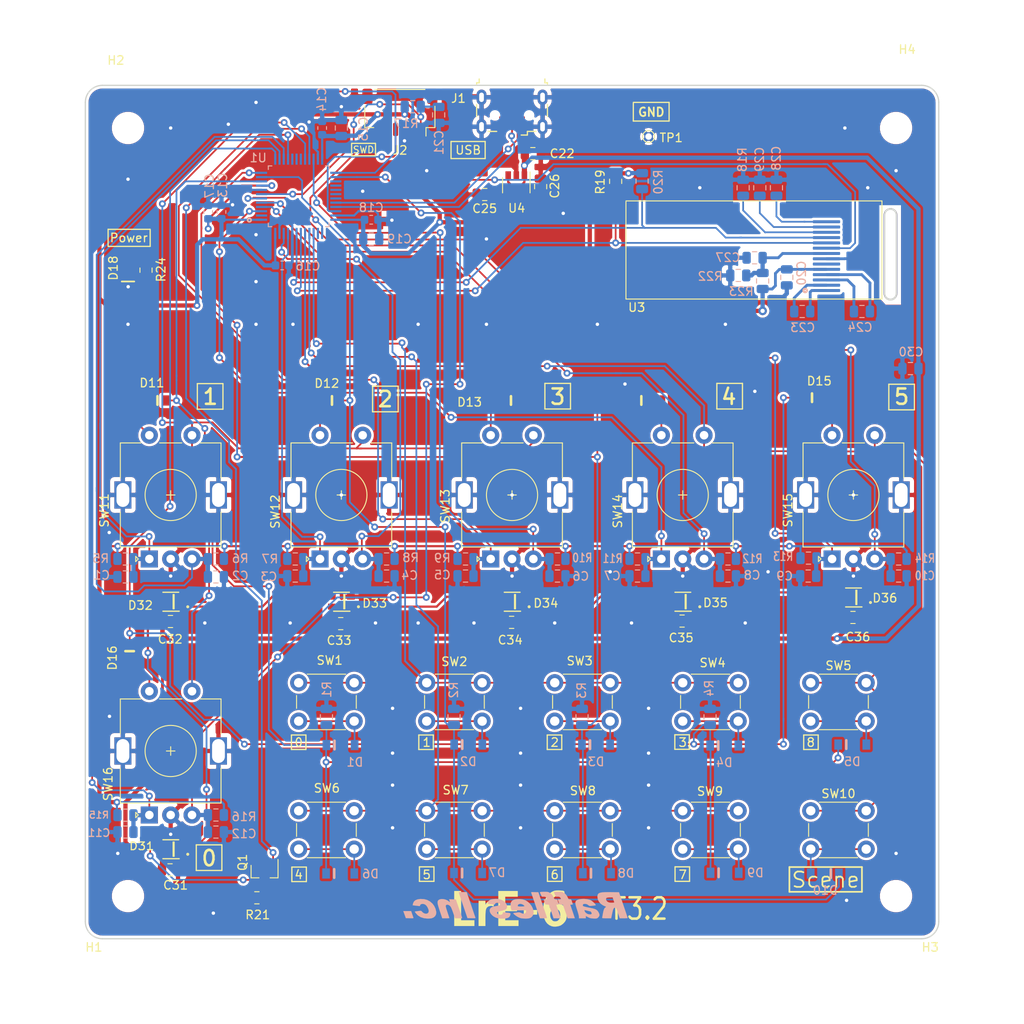
<source format=kicad_pcb>
(kicad_pcb (version 20171130) (host pcbnew "(5.1.5)-3")
  (layers (0 F.Cu signal) (31 B.Cu signal) (34 B.Paste user) (35 F.Paste user) (36 B.SilkS user) (37 F.SilkS user) (38 B.Mask user) (39 F.Mask user) (44 Edge.Cuts user))
  (net 0 "")
  (net 1 /L3)
  (net 2 "Net-(D14-Pad2)")
  (net 3 /ENC4-B)
  (net 4 GND)
  (net 5 /ENC4-A)
  (net 6 /ENC3-A)
  (net 7 /ENC3-B)
  (net 8 "Net-(D7-Pad2)")
  (net 9 /L2)
  (net 10 "Net-(D6-Pad2)")
  (net 11 /ENC1-B)
  (net 12 /ENC1-A)
  (net 13 /ENC2-A)
  (net 14 /ENC2-B)
  (net 15 "Net-(D5-Pad2)")
  (net 16 "Net-(D16-Pad2)")
  (net 17 /ENC0-B)
  (net 18 /ENC0-A)
  (net 19 /ENC5-A)
  (net 20 /ENC5-B)
  (net 21 "Net-(D15-Pad2)")
  (net 22 +3V3)
  (net 23 /M2)
  (net 24 /M1)
  (net 25 /SDA)
  (net 26 /SCL)
  (net 27 /NRST)
  (net 28 /M3)
  (net 29 /M0)
  (net 30 /VBUS)
  (net 31 "Net-(C25-Pad1)")
  (net 32 /USB_DM)
  (net 33 /USB_DP)
  (net 34 /SWDIO)
  (net 35 /SWCLK)
  (net 36 /L0)
  (net 37 /L1)
  (net 38 "Net-(C24-Pad2)")
  (net 39 "Net-(C23-Pad2)")
  (net 40 "Net-(C23-Pad1)")
  (net 41 "Net-(D3-Pad2)")
  (net 42 "Net-(D4-Pad2)")
  (net 43 "Net-(D2-Pad2)")
  (net 44 "Net-(D1-Pad2)")
  (net 45 "Net-(D8-Pad2)")
  (net 46 "Net-(D10-Pad2)")
  (net 47 "Net-(D9-Pad2)")
  (net 48 "Net-(D13-Pad2)")
  (net 49 "Net-(D11-Pad2)")
  (net 50 "Net-(D12-Pad2)")
  (net 51 "Net-(D18-Pad2)")
  (net 52 /LED1OUT)
  (net 53 /LED_DOUT)
  (net 54 /LED2OUT)
  (net 55 /LED3OUT)
  (net 56 /LED4OUT)
  (net 57 /LED5OUT)
  (net 58 /LED_DON)
  (net 59 "Net-(C24-Pad1)")
  (net 60 "Net-(R18-Pad1)")
  (net 61 "Net-(C29-Pad2)")
  (net 62 "Net-(C28-Pad2)")
  (net 63 "Net-(D36-Pad1)")
  (net 64 "Net-(J1-Pad4)")
  (net 65 "Net-(J2-Pad6)")
  (net 66 "Net-(U1-Pad38)")
  (net 67 "Net-(U1-Pad31)")
  (net 68 "Net-(U1-Pad30)")
  (net 69 "Net-(U1-Pad29)")
  (net 70 "Net-(U1-Pad28)")
  (net 71 "Net-(U1-Pad27)")
  (net 72 "Net-(U1-Pad19)")
  (net 73 "Net-(U1-Pad18)")
  (net 74 "Net-(U1-Pad17)")
  (net 75 "Net-(U1-Pad2)")
  (net 76 "Net-(U3-Pad6)")
  (net 77 "Net-(C27-Pad2)")
  (module Rotary_Encoder:RotaryEncoder_Alps_EC11E-Switch_Vertical_H20mm (layer F.Cu) (at 187.5 155.5 90)
    (fp_text reference SW15 (at 5.7 -5.17 90) (layer F.SilkS))
    (fp_text value EC11_SMD)
    (pad A thru_hole rect (at 0 0 90) (size 2 2) (drill 1) (layers *.Cu *.Mask) (net 19 /ENC5-A))
    (pad C thru_hole circle (at 0 2.5 90) (size 2 2) (drill 1) (layers *.Cu *.Mask) (net 4 GND))
    (pad B thru_hole circle (at 0 5 90) (size 2 2) (drill 1) (layers *.Cu *.Mask) (net 20 /ENC5-B))
    (pad MP thru_hole rect (at 7.5 -3.1 90) (size 3.2 2) (drill oval 2.8 1.5) (layers *.Cu *.Mask) (net 4 GND))
    (pad MP thru_hole rect (at 7.5 8.1 90) (size 3.2 2) (drill oval 2.8 1.5) (layers *.Cu *.Mask) (net 4 GND))
    (pad S2 thru_hole circle (at 14.5 0 90) (size 2 2) (drill 1) (layers *.Cu *.Mask) (net 21 "Net-(D15-Pad2)"))
    (pad S1 thru_hole circle (at 14.5 5 90) (size 2 2) (drill 1) (layers *.Cu *.Mask) (net 9 /L2))
  )
  (module Rotary_Encoder:RotaryEncoder_Alps_EC11E-Switch_Vertical_H20mm (layer F.Cu) (at 167.5 155.5 90)
    (fp_text reference SW14 (at 5.6 -5.12 90) (layer F.SilkS))
    (fp_text value EC11_SMD)
    (pad A thru_hole rect (at 0 0 90) (size 2 2) (drill 1) (layers *.Cu *.Mask) (net 5 /ENC4-A))
    (pad C thru_hole circle (at 0 2.5 90) (size 2 2) (drill 1) (layers *.Cu *.Mask) (net 4 GND))
    (pad B thru_hole circle (at 0 5 90) (size 2 2) (drill 1) (layers *.Cu *.Mask) (net 3 /ENC4-B))
    (pad MP thru_hole rect (at 7.5 -3.1 90) (size 3.2 2) (drill oval 2.8 1.5) (layers *.Cu *.Mask) (net 4 GND))
    (pad MP thru_hole rect (at 7.5 8.1 90) (size 3.2 2) (drill oval 2.8 1.5) (layers *.Cu *.Mask) (net 4 GND))
    (pad S2 thru_hole circle (at 14.5 0 90) (size 2 2) (drill 1) (layers *.Cu *.Mask) (net 2 "Net-(D14-Pad2)"))
    (pad S1 thru_hole circle (at 14.5 5 90) (size 2 2) (drill 1) (layers *.Cu *.Mask) (net 9 /L2))
  )
  (module Rotary_Encoder:RotaryEncoder_Alps_EC11E-Switch_Vertical_H20mm (layer F.Cu) (at 147.5 155.5 90)
    (fp_text reference SW13 (at 6.2 -5.33 90) (layer F.SilkS))
    (fp_text value EC11_SMD)
    (pad A thru_hole rect (at 0 0 90) (size 2 2) (drill 1) (layers *.Cu *.Mask) (net 6 /ENC3-A))
    (pad C thru_hole circle (at 0 2.5 90) (size 2 2) (drill 1) (layers *.Cu *.Mask) (net 4 GND))
    (pad B thru_hole circle (at 0 5 90) (size 2 2) (drill 1) (layers *.Cu *.Mask) (net 7 /ENC3-B))
    (pad MP thru_hole rect (at 7.5 -3.1 90) (size 3.2 2) (drill oval 2.8 1.5) (layers *.Cu *.Mask) (net 4 GND))
    (pad MP thru_hole rect (at 7.5 8.1 90) (size 3.2 2) (drill oval 2.8 1.5) (layers *.Cu *.Mask) (net 4 GND))
    (pad S2 thru_hole circle (at 14.5 0 90) (size 2 2) (drill 1) (layers *.Cu *.Mask) (net 48 "Net-(D13-Pad2)"))
    (pad S1 thru_hole circle (at 14.5 5 90) (size 2 2) (drill 1) (layers *.Cu *.Mask) (net 1 /L3))
  )
  (module Rotary_Encoder:RotaryEncoder_Alps_EC11E-Switch_Vertical_H20mm (layer F.Cu) (at 127.5 155.5 90)
    (fp_text reference SW12 (at 5.55 -5.24 90) (layer F.SilkS))
    (fp_text value EC11_SMD)
    (pad A thru_hole rect (at 0 0 90) (size 2 2) (drill 1) (layers *.Cu *.Mask) (net 13 /ENC2-A))
    (pad C thru_hole circle (at 0 2.5 90) (size 2 2) (drill 1) (layers *.Cu *.Mask) (net 4 GND))
    (pad B thru_hole circle (at 0 5 90) (size 2 2) (drill 1) (layers *.Cu *.Mask) (net 14 /ENC2-B))
    (pad MP thru_hole rect (at 7.5 -3.1 90) (size 3.2 2) (drill oval 2.8 1.5) (layers *.Cu *.Mask) (net 4 GND))
    (pad MP thru_hole rect (at 7.5 8.1 90) (size 3.2 2) (drill oval 2.8 1.5) (layers *.Cu *.Mask) (net 4 GND))
    (pad S2 thru_hole circle (at 14.5 0 90) (size 2 2) (drill 1) (layers *.Cu *.Mask) (net 50 "Net-(D12-Pad2)"))
    (pad S1 thru_hole circle (at 14.5 5 90) (size 2 2) (drill 1) (layers *.Cu *.Mask) (net 1 /L3))
  )
  (module Rotary_Encoder:RotaryEncoder_Alps_EC11E-Switch_Vertical_H20mm (layer F.Cu) (at 107.5 155.5 90)
    (fp_text reference SW11 (at 5.69 -5.28 90) (layer F.SilkS))
    (fp_text value EC11_SMD)
    (pad A thru_hole rect (at 0 0 90) (size 2 2) (drill 1) (layers *.Cu *.Mask) (net 12 /ENC1-A))
    (pad C thru_hole circle (at 0 2.5 90) (size 2 2) (drill 1) (layers *.Cu *.Mask) (net 4 GND))
    (pad B thru_hole circle (at 0 5 90) (size 2 2) (drill 1) (layers *.Cu *.Mask) (net 11 /ENC1-B))
    (pad MP thru_hole rect (at 7.5 -3.1 90) (size 3.2 2) (drill oval 2.8 1.5) (layers *.Cu *.Mask) (net 4 GND))
    (pad MP thru_hole rect (at 7.5 8.1 90) (size 3.2 2) (drill oval 2.8 1.5) (layers *.Cu *.Mask) (net 4 GND))
    (pad S2 thru_hole circle (at 14.5 0 90) (size 2 2) (drill 1) (layers *.Cu *.Mask) (net 49 "Net-(D11-Pad2)"))
    (pad S1 thru_hole circle (at 14.5 5 90) (size 2 2) (drill 1) (layers *.Cu *.Mask) (net 1 /L3))
  )
  (module Rotary_Encoder:RotaryEncoder_Alps_EC11E-Switch_Vertical_H20mm (layer F.Cu) (at 107.5 185.5 90)
    (fp_text reference SW16 (at 3.64 -4.83 90) (layer F.SilkS))
    (fp_text value EC11_SMD)
    (pad A thru_hole rect (at 0 0 90) (size 2 2) (drill 1) (layers *.Cu *.Mask) (net 18 /ENC0-A))
    (pad C thru_hole circle (at 0 2.5 90) (size 2 2) (drill 1) (layers *.Cu *.Mask) (net 4 GND))
    (pad B thru_hole circle (at 0 5 90) (size 2 2) (drill 1) (layers *.Cu *.Mask) (net 17 /ENC0-B))
    (pad MP thru_hole rect (at 7.5 -3.1 90) (size 3.2 2) (drill oval 2.8 1.5) (layers *.Cu *.Mask) (net 4 GND))
    (pad MP thru_hole rect (at 7.5 8.1 90) (size 3.2 2) (drill oval 2.8 1.5) (layers *.Cu *.Mask) (net 4 GND))
    (pad S2 thru_hole circle (at 14.5 0 90) (size 2 2) (drill 1) (layers *.Cu *.Mask) (net 16 "Net-(D16-Pad2)"))
    (pad S1 thru_hole circle (at 14.5 5 90) (size 2 2) (drill 1) (layers *.Cu *.Mask) (net 1 /L3))
  )
  (module Resistor_SMD:R_0805_2012Metric (layer B.Cu) (at 179.3621 122.9233 90)
    (fp_text reference R23 (at -1.2192 -2.5019 180) (layer B.SilkS) (effects (justify mirror)))
    (fp_text value 100)
    (pad 2 smd roundrect (at 0.9375 0.0089 90) (size 0.975 1.4) (layers B.Cu B.Paste B.Mask) (net 77 "Net-(C27-Pad2)"))
    (pad 1 smd roundrect (at -0.9375 0 90) (size 0.975 1.4) (layers B.Cu B.Paste B.Mask) (net 22 +3V3))
  )
  (module Resistor_SMD:R_0805_2012Metric (layer B.Cu) (at 176.5069 122.2756 180)
    (fp_text reference R22 (at 3.2893 -0.1016) (layer B.SilkS) (effects (justify mirror)))
    (fp_text value 1K)
    (pad 2 smd roundrect (at 0.9375 0 180) (size 0.975 1.4) (layers B.Cu B.Paste B.Mask) (net 4 GND))
    (pad 1 smd roundrect (at -0.9375 0 180) (size 0.975 1.4) (layers B.Cu B.Paste B.Mask) (net 77 "Net-(C27-Pad2)"))
  )
  (module LED_SMD:LED_0603_1608Metric (layer F.Cu) (at 105 121.5 90)
    (fp_text reference D18 (at 0.0875 -1.7277 270) (layer F.SilkS))
    (fp_text value LED0603_BL)
    (pad 2 smd roundrect (at 0.7875 0 90) (size 0.875 0.95) (layers F.Cu F.Paste F.Mask) (net 51 "Net-(D18-Pad2)"))
    (pad 1 smd roundrect (at -0.7875 0 90) (size 0.875 0.95) (layers F.Cu F.Paste F.Mask) (net 4 GND))
  )
  (module LrE-6:LED_WS2812B-2020 (layer F.Cu) (at 110 160.5)
    (fp_text reference D32 (at -3.55 0.44) (layer F.SilkS))
    (fp_text value WS2812B-2020)
    (pad 1 smd rect (at 0.915 0.585) (size 0.9 0.7) (drill (offset 0.2 0)) (layers F.Cu F.Paste F.Mask) (net 54 /LED2OUT))
    (pad 2 smd rect (at 0.915 -0.585) (size 0.9 0.7) (drill (offset 0.2 0)) (layers F.Cu F.Paste F.Mask) (net 4 GND))
    (pad 3 smd rect (at -0.915 -0.585) (size 0.9 0.7) (drill (offset -0.2 0)) (layers F.Cu F.Paste F.Mask) (net 52 /LED1OUT))
    (pad 4 smd rect (at -0.915 0.585) (size 0.9 0.7) (drill (offset -0.2 0)) (layers F.Cu F.Paste F.Mask) (net 30 /VBUS))
  )
  (module LrE-6:LED_WS2812B-2020 (layer F.Cu) (at 110 189.5)
    (fp_text reference D31 (at -3.4 -0.35) (layer F.SilkS) (effects (font (size 0.9 1))))
    (fp_text value WS2812B-2020)
    (pad 1 smd rect (at 0.915 0.585) (size 0.9 0.7) (drill (offset 0.2 0)) (layers F.Cu F.Paste F.Mask) (net 52 /LED1OUT))
    (pad 2 smd rect (at 0.915 -0.585) (size 0.9 0.7) (drill (offset 0.2 0)) (layers F.Cu F.Paste F.Mask) (net 4 GND))
    (pad 3 smd rect (at -0.915 -0.585) (size 0.9 0.7) (drill (offset -0.2 0)) (layers F.Cu F.Paste F.Mask) (net 53 /LED_DOUT))
    (pad 4 smd rect (at -0.915 0.585) (size 0.9 0.7) (drill (offset -0.2 0)) (layers F.Cu F.Paste F.Mask) (net 30 /VBUS))
  )
  (module LrE-6:LED_WS2812B-2020 (layer F.Cu) (at 190 160)
    (fp_text reference D36 (at 3.69 0.08) (layer F.SilkS))
    (fp_text value WS2812B-2020)
    (pad 1 smd rect (at 0.915 0.585) (size 0.9 0.7) (drill (offset 0.2 0)) (layers F.Cu F.Paste F.Mask) (net 63 "Net-(D36-Pad1)"))
    (pad 2 smd rect (at 0.915 -0.585) (size 0.9 0.7) (drill (offset 0.2 0)) (layers F.Cu F.Paste F.Mask) (net 4 GND))
    (pad 3 smd rect (at -0.915 -0.585) (size 0.9 0.7) (drill (offset -0.2 0)) (layers F.Cu F.Paste F.Mask) (net 57 /LED5OUT))
    (pad 4 smd rect (at -0.915 0.585) (size 0.9 0.7) (drill (offset -0.2 0)) (layers F.Cu F.Paste F.Mask) (net 30 /VBUS))
  )
  (module LrE-6:LED_WS2812B-2020 (layer F.Cu) (at 170 160.5)
    (fp_text reference D35 (at 3.84 0.13) (layer F.SilkS))
    (fp_text value WS2812B-2020)
    (pad 1 smd rect (at 0.915 0.585) (size 0.9 0.7) (drill (offset 0.2 0)) (layers F.Cu F.Paste F.Mask) (net 57 /LED5OUT))
    (pad 2 smd rect (at 0.915 -0.585) (size 0.9 0.7) (drill (offset 0.2 0)) (layers F.Cu F.Paste F.Mask) (net 4 GND))
    (pad 3 smd rect (at -0.915 -0.585) (size 0.9 0.7) (drill (offset -0.2 0)) (layers F.Cu F.Paste F.Mask) (net 56 /LED4OUT))
    (pad 4 smd rect (at -0.915 0.585) (size 0.9 0.7) (drill (offset -0.2 0)) (layers F.Cu F.Paste F.Mask) (net 30 /VBUS))
  )
  (module LrE-6:LED_WS2812B-2020 (layer F.Cu) (at 150 160.5)
    (fp_text reference D34 (at 3.96 0.18) (layer F.SilkS))
    (fp_text value WS2812B-2020)
    (pad 1 smd rect (at 0.915 0.585) (size 0.9 0.7) (drill (offset 0.2 0)) (layers F.Cu F.Paste F.Mask) (net 56 /LED4OUT))
    (pad 2 smd rect (at 0.915 -0.585) (size 0.9 0.7) (drill (offset 0.2 0)) (layers F.Cu F.Paste F.Mask) (net 4 GND))
    (pad 3 smd rect (at -0.915 -0.585) (size 0.9 0.7) (drill (offset -0.2 0)) (layers F.Cu F.Paste F.Mask) (net 55 /LED3OUT))
    (pad 4 smd rect (at -0.915 0.585) (size 0.9 0.7) (drill (offset -0.2 0)) (layers F.Cu F.Paste F.Mask) (net 30 /VBUS))
  )
  (module LrE-6:LED_WS2812B-2020 (layer F.Cu) (at 130 160.5)
    (fp_text reference D33 (at 3.91 0.18) (layer F.SilkS))
    (fp_text value WS2812B-2020)
    (pad 1 smd rect (at 0.915 0.585) (size 0.9 0.7) (drill (offset 0.2 0)) (layers F.Cu F.Paste F.Mask) (net 55 /LED3OUT))
    (pad 2 smd rect (at 0.915 -0.585) (size 0.9 0.7) (drill (offset 0.2 0)) (layers F.Cu F.Paste F.Mask) (net 4 GND))
    (pad 3 smd rect (at -0.915 -0.585) (size 0.9 0.7) (drill (offset -0.2 0)) (layers F.Cu F.Paste F.Mask) (net 54 /LED2OUT))
    (pad 4 smd rect (at -0.915 0.585) (size 0.9 0.7) (drill (offset -0.2 0)) (layers F.Cu F.Paste F.Mask) (net 30 /VBUS))
  )
  (module LrE-6:OLED-9.1 (layer F.Cu) (at 163.3462 113.5419)
    (fp_text reference U3 (at 1.2638 12.4881) (layer F.SilkS))
    (fp_text value SSD1306_OLED_0.91)
    (pad 11 smd roundrect (at 23.5 4.3) (size 3.2 0.35) (layers B.Cu B.Paste B.Mask) (net 25 /SDA))
    (pad 1 smd roundrect (at 23.5 10.5) (size 3.2 0.35) (layers B.Cu B.Paste B.Mask) (net 39 "Net-(C23-Pad2)"))
    (pad 2 smd roundrect (at 23.5 9.88) (size 3.2 0.35) (layers B.Cu B.Paste B.Mask) (net 40 "Net-(C23-Pad1)"))
    (pad 3 smd roundrect (at 23.5 9.26) (size 3.2 0.35) (layers B.Cu B.Paste B.Mask) (net 38 "Net-(C24-Pad2)"))
    (pad 4 smd roundrect (at 23.5 8.64) (size 3.2 0.35) (layers B.Cu B.Paste B.Mask) (net 59 "Net-(C24-Pad1)"))
    (pad 5 smd roundrect (at 23.5 8.02) (size 3.2 0.35) (layers B.Cu B.Paste B.Mask) (net 22 +3V3))
    (pad 6 smd roundrect (at 23.5 7.4) (size 3.2 0.35) (layers B.Cu B.Paste B.Mask) (net 76 "Net-(U3-Pad6)"))
    (pad 7 smd roundrect (at 23.5 6.78) (size 3.2 0.35) (layers B.Cu B.Paste B.Mask) (net 4 GND))
    (pad 8 smd roundrect (at 23.5 6.16) (size 3.2 0.35) (layers B.Cu B.Paste B.Mask) (net 77 "Net-(C27-Pad2)"))
    (pad 9 smd roundrect (at 23.5 5.54) (size 3.2 0.35) (layers B.Cu B.Paste B.Mask) (net 27 /NRST))
    (pad 10 smd roundrect (at 23.5 4.92) (size 3.2 0.35) (layers B.Cu B.Paste B.Mask) (net 26 /SCL))
    (pad 12 smd roundrect (at 23.5 3.68) (size 3.2 0.35) (layers B.Cu B.Paste B.Mask) (net 60 "Net-(R18-Pad1)"))
    (pad 13 smd roundrect (at 23.5 3.06) (size 3.2 0.35) (layers B.Cu B.Paste B.Mask) (net 61 "Net-(C29-Pad2)"))
    (pad 14 smd roundrect (at 23.5 2.44) (size 3.2 0.35) (layers B.Cu B.Paste B.Mask) (net 62 "Net-(C28-Pad2)"))
    (pad "" np_thru_hole oval (at 31 6.25) (size 1.6 10.8) (drill oval 1.2 10.4) (layers *.Cu *.Mask))
  )
  (module Resistor_SMD:R_0805_2012Metric (layer F.Cu) (at 162.14 111.2475 270)
    (fp_text reference R19 (at 0.0825 1.81 270) (layer F.SilkS))
    (fp_text value 10K)
    (pad 2 smd roundrect (at 0.9375 0 270) (size 0.975 1.4) (layers F.Cu F.Paste F.Mask) (net 26 /SCL))
    (pad 1 smd roundrect (at -0.9375 0 270) (size 0.975 1.4) (layers F.Cu F.Paste F.Mask) (net 22 +3V3))
  )
  (module Resistor_SMD:R_0805_2012Metric (layer B.Cu) (at 165.24 111.22 270)
    (fp_text reference R20 (at 0.11 -1.89 90) (layer B.SilkS) (effects (justify mirror)))
    (fp_text value 10K)
    (pad 2 smd roundrect (at 0.9375 0 270) (size 0.975 1.4) (layers B.Cu B.Paste B.Mask) (net 25 /SDA))
    (pad 1 smd roundrect (at -0.9375 0 270) (size 0.975 1.4) (layers B.Cu B.Paste B.Mask) (net 22 +3V3))
  )
  (module Capacitor_SMD:C_0805_2012Metric (layer B.Cu) (at 180.98 112 270)
    (fp_text reference C28 (at -3.45 0.02 90) (layer B.SilkS) (effects (justify mirror)))
    (fp_text value 4.7u)
    (pad 2 smd roundrect (at 0.9375 0 270) (size 0.975 1.4) (layers B.Cu B.Paste B.Mask) (net 62 "Net-(C28-Pad2)"))
    (pad 1 smd roundrect (at -0.9375 0 270) (size 0.975 1.4) (layers B.Cu B.Paste B.Mask) (net 4 GND))
  )
  (module TestPoint:TestPoint_THTPad_D1.0mm_Drill0.5mm (layer F.Cu) (at 166 106)
    (fp_text reference TP1 (at 2.65176 0.14224) (layer F.SilkS))
    (fp_text value TestPoint)
    (pad 1 thru_hole circle (at 0 0) (size 1 1) (drill 0.75) (layers *.Cu *.Mask) (net 4 GND))
  )
  (module Capacitor_SMD:C_0805_2012Metric (layer B.Cu) (at 191 126.5 180)
    (fp_text reference C24 (at 0.2159 -1.8542) (layer B.SilkS) (effects (justify mirror)))
    (fp_text value 1u)
    (pad 2 smd roundrect (at 0.9375 0 180) (size 0.975 1.4) (layers B.Cu B.Paste B.Mask) (net 38 "Net-(C24-Pad2)"))
    (pad 1 smd roundrect (at -0.9375 0 180) (size 0.975 1.4) (layers B.Cu B.Paste B.Mask) (net 59 "Net-(C24-Pad1)"))
  )
  (module Capacitor_SMD:C_0805_2012Metric (layer B.Cu) (at 178.4246 120.2055)
    (fp_text reference C27 (at -3.1369 -0.0254) (layer B.SilkS) (effects (justify mirror)))
    (fp_text value 1u)
    (pad 2 smd roundrect (at 0.9375 0) (size 0.975 1.4) (layers B.Cu B.Paste B.Mask) (net 77 "Net-(C27-Pad2)"))
    (pad 1 smd roundrect (at -0.9375 0) (size 0.975 1.4) (layers B.Cu B.Paste B.Mask) (net 4 GND))
  )
  (module Capacitor_SMD:C_0805_2012Metric (layer B.Cu) (at 184 126.5)
    (fp_text reference C23 (at 0.06 1.89 180) (layer B.SilkS) (effects (justify mirror)))
    (fp_text value 1u)
    (pad 2 smd roundrect (at 0.9375 0) (size 0.975 1.4) (layers B.Cu B.Paste B.Mask) (net 39 "Net-(C23-Pad2)"))
    (pad 1 smd roundrect (at -0.9375 0) (size 0.975 1.4) (layers B.Cu B.Paste B.Mask) (net 40 "Net-(C23-Pad1)"))
  )
  (module Capacitor_SMD:C_0805_2012Metric (layer B.Cu) (at 179.03 112 270)
    (fp_text reference C29 (at -3.3274 0.0254 90) (layer B.SilkS) (effects (justify mirror)))
    (fp_text value 4.7u)
    (pad 2 smd roundrect (at 0.9375 0 270) (size 0.975 1.4) (layers B.Cu B.Paste B.Mask) (net 61 "Net-(C29-Pad2)"))
    (pad 1 smd roundrect (at -0.9375 0 270) (size 0.975 1.4) (layers B.Cu B.Paste B.Mask) (net 4 GND))
  )
  (module Capacitor_SMD:C_0805_2012Metric (layer B.Cu) (at 182.1942 122.5 270)
    (fp_text reference C20 (at -0.4911 -1.7272 90) (layer B.SilkS) (effects (justify mirror)))
    (fp_text value 1u)
    (pad 2 smd roundrect (at 0.9375 0 270) (size 0.975 1.4) (layers B.Cu B.Paste B.Mask) (net 4 GND))
    (pad 1 smd roundrect (at -0.9375 0 270) (size 0.975 1.4) (layers B.Cu B.Paste B.Mask) (net 22 +3V3))
  )
  (module LrE-6:D_SOD-123 (layer F.Cu) (at 185.85 136.6)
    (fp_text reference D15 (at 0.15 -1.95 180) (layer F.SilkS))
    (fp_text value 1N4148W)
    (pad 2 smd rect (at 1.65 0) (size 0.9 1.2) (layers F.Cu F.Paste F.Mask) (net 21 "Net-(D15-Pad2)"))
    (pad 1 smd rect (at -1.65 0) (size 0.9 1.2) (layers F.Cu F.Paste F.Mask) (net 28 /M3))
  )
  (module LrE-6:D_SOD-123 (layer F.Cu) (at 165.85 136.925)
    (fp_text reference "" (at -4 0.15) (layer F.SilkS))
    (fp_text value 1N4148W)
    (pad 2 smd rect (at 1.65 0) (size 0.9 1.2) (layers F.Cu F.Paste F.Mask) (net 2 "Net-(D14-Pad2)"))
    (pad 1 smd rect (at -1.65 0) (size 0.9 1.2) (layers F.Cu F.Paste F.Mask) (net 23 /M2))
  )
  (module LrE-6:D_SOD-123 (layer F.Cu) (at 128.2 136.925 180)
    (fp_text reference D12 (at -0.1 2 180) (layer F.SilkS))
    (fp_text value 1N4148W)
    (pad 2 smd rect (at 1.65 0 180) (size 0.9 1.2) (layers F.Cu F.Paste F.Mask) (net 50 "Net-(D12-Pad2)"))
    (pad 1 smd rect (at -1.65 0 180) (size 0.9 1.2) (layers F.Cu F.Paste F.Mask) (net 24 /M1))
  )
  (module LrE-6:D_SOD-123 (layer F.Cu) (at 107.75 136.925 180)
    (fp_text reference D11 (at -0.05 2.05 180) (layer F.SilkS))
    (fp_text value 1N4148W)
    (pad 2 smd rect (at 1.65 0 180) (size 0.9 1.2) (layers F.Cu F.Paste F.Mask) (net 49 "Net-(D11-Pad2)"))
    (pad 1 smd rect (at -1.65 0 180) (size 0.9 1.2) (layers F.Cu F.Paste F.Mask) (net 29 /M0))
  )
  (module LrE-6:D_SOD-123 (layer F.Cu) (at 149.175 136.925 180)
    (fp_text reference D13 (at 4.15 -0.2 180) (layer F.SilkS))
    (fp_text value 1N4148W)
    (pad 2 smd rect (at 1.65 0 180) (size 0.9 1.2) (layers F.Cu F.Paste F.Mask) (net 48 "Net-(D13-Pad2)"))
    (pad 1 smd rect (at -1.65 0 180) (size 0.9 1.2) (layers F.Cu F.Paste F.Mask) (net 23 /M2))
  )
  (module LrE-6:D_SOD-123 (layer B.Cu) (at 174.91 192.27)
    (fp_text reference D9 (at 3.6 0) (layer B.SilkS) (effects (justify mirror)))
    (fp_text value 1N4148W)
    (pad 2 smd rect (at 1.65 0) (size 0.9 1.2) (layers B.Cu B.Paste B.Mask) (net 47 "Net-(D9-Pad2)"))
    (pad 1 smd rect (at -1.65 0) (size 0.9 1.2) (layers B.Cu B.Paste B.Mask) (net 28 /M3))
  )
  (module LrE-6:D_SOD-123 (layer B.Cu) (at 144.85 192.3)
    (fp_text reference D7 (at 3.4 -0.05) (layer B.SilkS) (effects (justify mirror)))
    (fp_text value 1N4148W)
    (pad 2 smd rect (at 1.65 0) (size 0.9 1.2) (layers B.Cu B.Paste B.Mask) (net 8 "Net-(D7-Pad2)"))
    (pad 1 smd rect (at -1.65 0) (size 0.9 1.2) (layers B.Cu B.Paste B.Mask) (net 24 /M1))
  )
  (module LrE-6:D_SOD-123 (layer B.Cu) (at 186.65 192.37 180)
    (fp_text reference D10 (at -0.05 -1.95 180) (layer B.SilkS) (effects (justify mirror)))
    (fp_text value 1N4148W)
    (pad 2 smd rect (at 1.65 0 180) (size 0.9 1.2) (layers B.Cu B.Paste B.Mask) (net 46 "Net-(D10-Pad2)"))
    (pad 1 smd rect (at -1.65 0 180) (size 0.9 1.2) (layers B.Cu B.Paste B.Mask) (net 24 /M1))
  )
  (module LrE-6:D_SOD-123 (layer B.Cu) (at 159.95 192.32)
    (fp_text reference D8 (at 3.4 0) (layer B.SilkS) (effects (justify mirror)))
    (fp_text value 1N4148W)
    (pad 2 smd rect (at 1.65 0) (size 0.9 1.2) (layers B.Cu B.Paste B.Mask) (net 45 "Net-(D8-Pad2)"))
    (pad 1 smd rect (at -1.65 0) (size 0.9 1.2) (layers B.Cu B.Paste B.Mask) (net 23 /M2))
  )
  (module LrE-6:D_SOD-123 (layer F.Cu) (at 105.19 167 270)
    (fp_text reference D16 (at 0.09 2.03 270) (layer F.SilkS))
    (fp_text value 1N4148W)
    (pad 2 smd rect (at 1.65 0 270) (size 0.9 1.2) (layers F.Cu F.Paste F.Mask) (net 16 "Net-(D16-Pad2)"))
    (pad 1 smd rect (at -1.65 0 270) (size 0.9 1.2) (layers F.Cu F.Paste F.Mask) (net 28 /M3))
  )
  (module LrE-6:D_SOD-123 (layer B.Cu) (at 189.864 177.245)
    (fp_text reference D5 (at 0 2) (layer B.SilkS) (effects (justify mirror)))
    (fp_text value 1N4148W)
    (pad 2 smd rect (at 1.65 0) (size 0.9 1.2) (layers B.Cu B.Paste B.Mask) (net 15 "Net-(D5-Pad2)"))
    (pad 1 smd rect (at -1.65 0) (size 0.9 1.2) (layers B.Cu B.Paste B.Mask) (net 29 /M0))
  )
  (module LrE-6:D_SOD-123 (layer B.Cu) (at 129.9 177.3)
    (fp_text reference D1 (at 1.68 2.01) (layer B.SilkS) (effects (justify mirror)))
    (fp_text value 1N4148W)
    (pad 2 smd rect (at 1.65 0) (size 0.9 1.2) (layers B.Cu B.Paste B.Mask) (net 44 "Net-(D1-Pad2)"))
    (pad 1 smd rect (at -1.65 0) (size 0.9 1.2) (layers B.Cu B.Paste B.Mask) (net 29 /M0))
  )
  (module LrE-6:D_SOD-123 (layer B.Cu) (at 144.868 177.245)
    (fp_text reference D2 (at 0 2) (layer B.SilkS) (effects (justify mirror)))
    (fp_text value 1N4148W)
    (pad 2 smd rect (at 1.65 0) (size 0.9 1.2) (layers B.Cu B.Paste B.Mask) (net 43 "Net-(D2-Pad2)"))
    (pad 1 smd rect (at -1.65 0) (size 0.9 1.2) (layers B.Cu B.Paste B.Mask) (net 24 /M1))
  )
  (module LrE-6:D_SOD-123 (layer B.Cu) (at 174.865 177.359)
    (fp_text reference D4 (at 0 2) (layer B.SilkS) (effects (justify mirror)))
    (fp_text value 1N4148W)
    (pad 2 smd rect (at 1.65 0) (size 0.9 1.2) (layers B.Cu B.Paste B.Mask) (net 42 "Net-(D4-Pad2)"))
    (pad 1 smd rect (at -1.65 0) (size 0.9 1.2) (layers B.Cu B.Paste B.Mask) (net 28 /M3))
  )
  (module LrE-6:D_SOD-123 (layer B.Cu) (at 129.86 192.35)
    (fp_text reference D6 (at 3.55 0.05) (layer B.SilkS) (effects (justify mirror)))
    (fp_text value 1N4148W)
    (pad 2 smd rect (at 1.65 0) (size 0.9 1.2) (layers B.Cu B.Paste B.Mask) (net 10 "Net-(D6-Pad2)"))
    (pad 1 smd rect (at -1.65 0) (size 0.9 1.2) (layers B.Cu B.Paste B.Mask) (net 29 /M0))
  )
  (module LrE-6:D_SOD-123 (layer B.Cu) (at 159.841 177.258)
    (fp_text reference D3 (at 0 2) (layer B.SilkS) (effects (justify mirror)))
    (fp_text value 1N4148W)
    (pad 2 smd rect (at 1.65 0) (size 0.9 1.2) (layers B.Cu B.Paste B.Mask) (net 41 "Net-(D3-Pad2)"))
    (pad 1 smd rect (at -1.65 0) (size 0.9 1.2) (layers B.Cu B.Paste B.Mask) (net 23 /M2))
  )
  (module LrE-6:USB_Micro-B_MCUBF-09_1 (layer F.Cu) (at 150 103 180)
    (fp_text reference J1 (at 6.28 1.47 180) (layer F.SilkS))
    (fp_text value USB_B_Micro)
    (pad "" np_thru_hole oval (at 2 -0.53 180) (size 0.65 0.65) (drill 0.65) (layers *.Cu *.Mask))
    (pad "" np_thru_hole oval (at -2 -0.53 180) (size 0.65 0.65) (drill 0.65) (layers *.Cu *.Mask))
    (pad 6 thru_hole oval (at 3.575 1.6 180) (size 1.15 1.8) (drill oval 0.55 1.1) (layers *.Cu *.Mask) (net 4 GND))
    (pad 6 thru_hole oval (at -3.575 1.6 180) (size 1.15 1.8) (drill oval 0.55 1.1) (layers *.Cu *.Mask) (net 4 GND))
    (pad 6 thru_hole oval (at 3.575 -1.85 180) (size 1.15 1.8) (drill oval 0.55 1.1) (layers *.Cu *.Mask) (net 4 GND))
    (pad 6 thru_hole oval (at -3.575 -1.85 180) (size 1.15 1.8) (drill oval 0.55 1.1) (layers *.Cu *.Mask) (net 4 GND))
    (pad 5 smd rect (at 1.3 -1.35 180) (size 0.4 1.4) (layers F.Cu F.Paste F.Mask) (net 4 GND))
    (pad 4 smd rect (at 0.65 -1.35 180) (size 0.4 1.4) (layers F.Cu F.Paste F.Mask) (net 64 "Net-(J1-Pad4)"))
    (pad 3 smd rect (at 0 -1.35 180) (size 0.4 1.4) (layers F.Cu F.Paste F.Mask) (net 33 /USB_DP))
    (pad 2 smd rect (at -0.65 -1.35 180) (size 0.4 1.4) (layers F.Cu F.Paste F.Mask) (net 32 /USB_DM))
    (pad 1 smd rect (at -1.3 -1.35 180) (size 0.4 1.4) (layers F.Cu F.Paste F.Mask) (net 30 /VBUS))
  )
  (module LrE-6:LOGO (layer F.Cu) (at 150 196.5)
    (fp_text reference G001 hide)
    (fp_text value LrE-6 hide)
  )
  (module LrE-6:Raffles_Inc (layer B.Cu) (at 150 196 180)
    (fp_text reference G002 hide)
    (fp_text value LOGO hide)
  )
  (module Package_QFP:LQFP-48_7x7mm_P0.5mm (layer B.Cu) (at 125 113)
    (fp_text reference U1 (at -4.75 -4.5) (layer B.SilkS) (effects (justify mirror)))
    (fp_text value STM32F072C8Tx)
    (pad 48 smd rect (at -2.75 4.35 270) (size 1.3 0.25) (layers B.Cu B.Paste B.Mask) (net 22 +3V3))
    (pad 47 smd rect (at -2.25 4.35 270) (size 1.3 0.25) (layers B.Cu B.Paste B.Mask) (net 4 GND))
    (pad 46 smd rect (at -1.749999 4.35 270) (size 1.3 0.25) (layers B.Cu B.Paste B.Mask) (net 14 /ENC2-B))
    (pad 45 smd rect (at -1.25 4.35 270) (size 1.3 0.25) (layers B.Cu B.Paste B.Mask) (net 13 /ENC2-A))
    (pad 44 smd rect (at -0.750001 4.35 270) (size 1.3 0.25) (layers B.Cu B.Paste B.Mask) (net 4 GND))
    (pad 43 smd rect (at -0.25 4.35 270) (size 1.3 0.25) (layers B.Cu B.Paste B.Mask) (net 25 /SDA))
    (pad 42 smd rect (at 0.25 4.35 270) (size 1.3 0.25) (layers B.Cu B.Paste B.Mask) (net 26 /SCL))
    (pad 41 smd rect (at 0.750001 4.35 270) (size 1.3 0.25) (layers B.Cu B.Paste B.Mask) (net 9 /L2))
    (pad 40 smd rect (at 1.25 4.35 270) (size 1.3 0.25) (layers B.Cu B.Paste B.Mask) (net 37 /L1))
    (pad 39 smd rect (at 1.749999 4.35 270) (size 1.3 0.25) (layers B.Cu B.Paste B.Mask) (net 36 /L0))
    (pad 38 smd rect (at 2.25 4.35 270) (size 1.3 0.25) (layers B.Cu B.Paste B.Mask) (net 66 "Net-(U1-Pad38)"))
    (pad 37 smd rect (at 2.75 4.35 270) (size 1.3 0.25) (layers B.Cu B.Paste B.Mask) (net 35 /SWCLK))
    (pad 36 smd rect (at 4.35 2.75) (size 1.3 0.25) (layers B.Cu B.Paste B.Mask) (net 22 +3V3))
    (pad 35 smd rect (at 4.35 2.25) (size 1.3 0.25) (layers B.Cu B.Paste B.Mask) (net 4 GND))
    (pad 34 smd rect (at 4.35 1.749999) (size 1.3 0.25) (layers B.Cu B.Paste B.Mask) (net 34 /SWDIO))
    (pad 33 smd rect (at 4.35 1.25) (size 1.3 0.25) (layers B.Cu B.Paste B.Mask) (net 33 /USB_DP))
    (pad 32 smd rect (at 4.35 0.750001) (size 1.3 0.25) (layers B.Cu B.Paste B.Mask) (net 32 /USB_DM))
    (pad 31 smd rect (at 4.35 0.25) (size 1.3 0.25) (layers B.Cu B.Paste B.Mask) (net 67 "Net-(U1-Pad31)"))
    (pad 30 smd rect (at 4.35 -0.25) (size 1.3 0.25) (layers B.Cu B.Paste B.Mask) (net 68 "Net-(U1-Pad30)"))
    (pad 29 smd rect (at 4.35 -0.750001) (size 1.3 0.25) (layers B.Cu B.Paste B.Mask) (net 69 "Net-(U1-Pad29)"))
    (pad 28 smd rect (at 4.35 -1.25) (size 1.3 0.25) (layers B.Cu B.Paste B.Mask) (net 70 "Net-(U1-Pad28)"))
    (pad 27 smd rect (at 4.35 -1.749999) (size 1.3 0.25) (layers B.Cu B.Paste B.Mask) (net 71 "Net-(U1-Pad27)"))
    (pad 26 smd rect (at 4.35 -2.25) (size 1.3 0.25) (layers B.Cu B.Paste B.Mask) (net 17 /ENC0-B))
    (pad 25 smd rect (at 4.35 -2.75) (size 1.3 0.25) (layers B.Cu B.Paste B.Mask) (net 18 /ENC0-A))
    (pad 24 smd rect (at 2.75 -4.35 270) (size 1.3 0.25) (layers B.Cu B.Paste B.Mask) (net 22 +3V3))
    (pad 23 smd rect (at 2.25 -4.35 270) (size 1.3 0.25) (layers B.Cu B.Paste B.Mask) (net 4 GND))
    (pad 22 smd rect (at 1.749999 -4.35 270) (size 1.3 0.25) (layers B.Cu B.Paste B.Mask) (net 7 /ENC3-B))
    (pad 21 smd rect (at 1.25 -4.35 270) (size 1.3 0.25) (layers B.Cu B.Paste B.Mask) (net 6 /ENC3-A))
    (pad 20 smd rect (at 0.750001 -4.35 270) (size 1.3 0.25) (layers B.Cu B.Paste B.Mask) (net 1 /L3))
    (pad 19 smd rect (at 0.25 -4.35 270) (size 1.3 0.25) (layers B.Cu B.Paste B.Mask) (net 72 "Net-(U1-Pad19)"))
    (pad 18 smd rect (at -0.25 -4.35 270) (size 1.3 0.25) (layers B.Cu B.Paste B.Mask) (net 73 "Net-(U1-Pad18)"))
    (pad 17 smd rect (at -0.750001 -4.35 270) (size 1.3 0.25) (layers B.Cu B.Paste B.Mask) (net 74 "Net-(U1-Pad17)"))
    (pad 16 smd rect (at -1.25 -4.35 270) (size 1.3 0.25) (layers B.Cu B.Paste B.Mask) (net 58 /LED_DON))
    (pad 15 smd rect (at -1.749999 -4.35 270) (size 1.3 0.25) (layers B.Cu B.Paste B.Mask) (net 11 /ENC1-B))
    (pad 14 smd rect (at -2.25 -4.35 270) (size 1.3 0.25) (layers B.Cu B.Paste B.Mask) (net 12 /ENC1-A))
    (pad 13 smd rect (at -2.75 -4.35 270) (size 1.3 0.25) (layers B.Cu B.Paste B.Mask) (net 28 /M3))
    (pad 12 smd rect (at -4.35 -2.75) (size 1.3 0.25) (layers B.Cu B.Paste B.Mask) (net 23 /M2))
    (pad 11 smd rect (at -4.35 -2.25) (size 1.3 0.25) (layers B.Cu B.Paste B.Mask) (net 24 /M1))
    (pad 10 smd rect (at -4.35 -1.749999) (size 1.3 0.25) (layers B.Cu B.Paste B.Mask) (net 29 /M0))
    (pad 9 smd rect (at -4.35 -1.25) (size 1.3 0.25) (layers B.Cu B.Paste B.Mask) (net 22 +3V3))
    (pad 8 smd rect (at -4.35 -0.750001) (size 1.3 0.25) (layers B.Cu B.Paste B.Mask) (net 4 GND))
    (pad 7 smd rect (at -4.35 -0.25) (size 1.3 0.25) (layers B.Cu B.Paste B.Mask) (net 27 /NRST))
    (pad 6 smd rect (at -4.35 0.25) (size 1.3 0.25) (layers B.Cu B.Paste B.Mask) (net 20 /ENC5-B))
    (pad 5 smd rect (at -4.35 0.750001) (size 1.3 0.25) (layers B.Cu B.Paste B.Mask) (net 19 /ENC5-A))
    (pad 4 smd rect (at -4.35 1.25) (size 1.3 0.25) (layers B.Cu B.Paste B.Mask) (net 3 /ENC4-B))
    (pad 3 smd rect (at -4.35 1.749999) (size 1.3 0.25) (layers B.Cu B.Paste B.Mask) (net 5 /ENC4-A))
    (pad 2 smd rect (at -4.35 2.25) (size 1.3 0.25) (layers B.Cu B.Paste B.Mask) (net 75 "Net-(U1-Pad2)"))
    (pad 1 smd rect (at -4.35 2.75) (size 1.3 0.25) (layers B.Cu B.Paste B.Mask) (net 22 +3V3))
  )
  (module Capacitor_SMD:C_0805_2012Metric (layer B.Cu) (at 196.6837 133.1888 180)
    (fp_text reference C30 (at -0.0635 1.9431) (layer B.SilkS) (effects (justify mirror)))
    (fp_text value 0.1u)
    (pad 2 smd roundrect (at 0.9375 0 180) (size 0.975 1.4) (layers B.Cu B.Paste B.Mask) (net 4 GND))
    (pad 1 smd roundrect (at -0.9375 0 180) (size 0.975 1.4) (layers B.Cu B.Paste B.Mask) (net 30 /VBUS))
  )
  (module Resistor_SMD:R_0805_2012Metric (layer B.Cu) (at 124.6 155.5)
    (fp_text reference R7 (at -2.975 0) (layer B.SilkS) (effects (justify mirror)))
    (fp_text value 10K)
    (pad 1 smd roundrect (at -0.9375 0) (size 0.975 1.4) (layers B.Cu B.Paste B.Mask) (net 22 +3V3))
    (pad 2 smd roundrect (at 0.9375 0) (size 0.975 1.4) (layers B.Cu B.Paste B.Mask) (net 13 /ENC2-A))
  )
  (module Resistor_SMD:R_0805_2012Metric (layer F.Cu) (at 120.1 195.2)
    (fp_text reference R21 (at 0.1 2) (layer F.SilkS))
    (fp_text value 10K)
    (pad 2 smd roundrect (at 0.9375 0) (size 0.975 1.4) (layers F.Cu F.Paste F.Mask) (net 53 /LED_DOUT))
    (pad 1 smd roundrect (at -0.9375 0) (size 0.975 1.4) (layers F.Cu F.Paste F.Mask) (net 30 /VBUS))
  )
  (module Package_TO_SOT_SMD:SOT-23 (layer F.Cu) (at 121 192.1 270)
    (fp_text reference Q1 (at -1.05 2.575 90) (layer F.SilkS))
    (fp_text value 2N7002)
    (pad 3 smd rect (at 1 0 270) (size 0.9 0.8) (layers F.Cu F.Paste F.Mask) (net 53 /LED_DOUT))
    (pad 2 smd rect (at -1 0.95 270) (size 0.9 0.8) (layers F.Cu F.Paste F.Mask) (net 4 GND))
    (pad 1 smd rect (at -1 -0.95 270) (size 0.9 0.8) (layers F.Cu F.Paste F.Mask) (net 58 /LED_DON))
  )
  (module Capacitor_SMD:C_0805_2012Metric (layer F.Cu) (at 189.95 162.35)
    (fp_text reference C36 (at 0.58 2.29) (layer F.SilkS))
    (fp_text value 0.1u)
    (pad 2 smd roundrect (at 0.9375 0) (size 0.975 1.4) (layers F.Cu F.Paste F.Mask) (net 4 GND))
    (pad 1 smd roundrect (at -0.9375 0) (size 0.975 1.4) (layers F.Cu F.Paste F.Mask) (net 30 /VBUS))
  )
  (module Capacitor_SMD:C_0805_2012Metric (layer F.Cu) (at 169.925 162.775)
    (fp_text reference C35 (at -0.105 1.965) (layer F.SilkS))
    (fp_text value 0.1u)
    (pad 2 smd roundrect (at 0.9375 0) (size 0.975 1.4) (layers F.Cu F.Paste F.Mask) (net 4 GND))
    (pad 1 smd roundrect (at -0.9375 0) (size 0.975 1.4) (layers F.Cu F.Paste F.Mask) (net 30 /VBUS))
  )
  (module Capacitor_SMD:C_0805_2012Metric (layer F.Cu) (at 149.95 162.925)
    (fp_text reference C34 (at -0.16 2.075) (layer F.SilkS))
    (fp_text value 0.1u)
    (pad 2 smd roundrect (at 0.9375 0) (size 0.975 1.4) (layers F.Cu F.Paste F.Mask) (net 4 GND))
    (pad 1 smd roundrect (at -0.9375 0) (size 0.975 1.4) (layers F.Cu F.Paste F.Mask) (net 30 /VBUS))
  )
  (module Capacitor_SMD:C_0805_2012Metric (layer F.Cu) (at 129.925 163.075)
    (fp_text reference C33 (at -0.185 1.975) (layer F.SilkS))
    (fp_text value 0.1u)
    (pad 2 smd roundrect (at 0.9375 0) (size 0.975 1.4) (layers F.Cu F.Paste F.Mask) (net 4 GND))
    (pad 1 smd roundrect (at -0.9375 0) (size 0.975 1.4) (layers F.Cu F.Paste F.Mask) (net 30 /VBUS))
  )
  (module Capacitor_SMD:C_0805_2012Metric (layer F.Cu) (at 109.975 162.825)
    (fp_text reference C32 (at -0.025 2.075) (layer F.SilkS))
    (fp_text value 0.1u)
    (pad 2 smd roundrect (at 0.9375 0) (size 0.975 1.4) (layers F.Cu F.Paste F.Mask) (net 4 GND))
    (pad 1 smd roundrect (at -0.9375 0) (size 0.975 1.4) (layers F.Cu F.Paste F.Mask) (net 30 /VBUS))
  )
  (module Capacitor_SMD:C_0805_2012Metric (layer F.Cu) (at 109.925 191.925)
    (fp_text reference C31 (at 0.65 1.8) (layer F.SilkS))
    (fp_text value 0.1u)
    (pad 2 smd roundrect (at 0.9375 0) (size 0.975 1.4) (layers F.Cu F.Paste F.Mask) (net 4 GND))
    (pad 1 smd roundrect (at -0.9375 0) (size 0.975 1.4) (layers F.Cu F.Paste F.Mask) (net 30 /VBUS))
  )
  (module Resistor_SMD:R_0805_2012Metric (layer B.Cu) (at 115.3 155.5 180)
    (fp_text reference R6 (at -2.85 0.05 180) (layer B.SilkS) (effects (justify mirror)))
    (fp_text value 10K)
    (pad 1 smd roundrect (at -0.9375 0 180) (size 0.975 1.4) (layers B.Cu B.Paste B.Mask) (net 22 +3V3))
    (pad 2 smd roundrect (at 0.9375 0 180) (size 0.975 1.4) (layers B.Cu B.Paste B.Mask) (net 11 /ENC1-B))
  )
  (module Resistor_SMD:R_0805_2012Metric (layer B.Cu) (at 175.3 155.5 180)
    (fp_text reference R12 (at -2.87 0.03 180) (layer B.SilkS) (effects (font (size 1 0.8)) (justify mirror)))
    (fp_text value 10K)
    (pad 2 smd roundrect (at 0.9375 0 180) (size 0.975 1.4) (layers B.Cu B.Paste B.Mask) (net 3 /ENC4-B))
    (pad 1 smd roundrect (at -0.9375 0 180) (size 0.975 1.4) (layers B.Cu B.Paste B.Mask) (net 22 +3V3))
  )
  (module Resistor_SMD:R_0805_2012Metric (layer B.Cu) (at 135.3 155.5 180)
    (fp_text reference R8 (at -2.82 0.15 180) (layer B.SilkS) (effects (justify mirror)))
    (fp_text value 10K)
    (pad 2 smd roundrect (at 0.9375 0 180) (size 0.975 1.4) (layers B.Cu B.Paste B.Mask) (net 14 /ENC2-B))
    (pad 1 smd roundrect (at -0.9375 0 180) (size 0.975 1.4) (layers B.Cu B.Paste B.Mask) (net 22 +3V3))
  )
  (module Resistor_SMD:R_0805_2012Metric (layer B.Cu) (at 144.55 155.5)
    (fp_text reference R9 (at -2.725 -0.1) (layer B.SilkS) (effects (justify mirror)))
    (fp_text value 10K)
    (pad 1 smd roundrect (at -0.9375 0) (size 0.975 1.4) (layers B.Cu B.Paste B.Mask) (net 22 +3V3))
    (pad 2 smd roundrect (at 0.9375 0) (size 0.975 1.4) (layers B.Cu B.Paste B.Mask) (net 6 /ENC3-A))
  )
  (module Resistor_SMD:R_0805_2012Metric (layer B.Cu) (at 155.325 155.5 180)
    (fp_text reference R10 (at -2.905 0.13 180) (layer B.SilkS) (effects (font (size 1 0.8)) (justify mirror)))
    (fp_text value 10K)
    (pad 2 smd roundrect (at 0.9375 0 180) (size 0.975 1.4) (layers B.Cu B.Paste B.Mask) (net 7 /ENC3-B))
    (pad 1 smd roundrect (at -0.9375 0 180) (size 0.975 1.4) (layers B.Cu B.Paste B.Mask) (net 22 +3V3))
  )
  (module Resistor_SMD:R_0805_2012Metric (layer B.Cu) (at 164.7 155.5)
    (fp_text reference R11 (at -2.92 -0.05) (layer B.SilkS) (effects (font (size 1 0.8)) (justify mirror)))
    (fp_text value 10K)
    (pad 1 smd roundrect (at -0.9375 0) (size 0.975 1.4) (layers B.Cu B.Paste B.Mask) (net 22 +3V3))
    (pad 2 smd roundrect (at 0.9375 0) (size 0.975 1.4) (layers B.Cu B.Paste B.Mask) (net 5 /ENC4-A))
  )
  (module Resistor_SMD:R_0805_2012Metric (layer B.Cu) (at 195.3 155.5 180)
    (fp_text reference R14 (at -3.09 0.07 180) (layer B.SilkS) (effects (font (size 1 0.8)) (justify mirror)))
    (fp_text value 10K)
    (pad 2 smd roundrect (at 0.9375 0 180) (size 0.975 1.4) (layers B.Cu B.Paste B.Mask) (net 20 /ENC5-B))
    (pad 1 smd roundrect (at -0.9375 0 180) (size 0.975 1.4) (layers B.Cu B.Paste B.Mask) (net 22 +3V3))
  )
  (module Resistor_SMD:R_0805_2012Metric (layer B.Cu) (at 184.7375 155.4)
    (fp_text reference R13 (at -2.97 -0.19) (layer B.SilkS) (effects (font (size 1 0.8)) (justify mirror)))
    (fp_text value 10K)
    (pad 1 smd roundrect (at -0.9375 0) (size 0.975 1.4) (layers B.Cu B.Paste B.Mask) (net 22 +3V3))
    (pad 2 smd roundrect (at 0.9375 0) (size 0.975 1.4) (layers B.Cu B.Paste B.Mask) (net 19 /ENC5-A))
  )
  (module Resistor_SMD:R_0805_2012Metric (layer B.Cu) (at 177.08 112 90)
    (fp_text reference R18 (at 3.2893 -0.1016 270) (layer B.SilkS) (effects (justify mirror)))
    (fp_text value 62)
    (pad 2 smd roundrect (at 0.9375 0 90) (size 0.975 1.4) (layers B.Cu B.Paste B.Mask) (net 4 GND))
    (pad 1 smd roundrect (at -0.9375 0 90) (size 0.975 1.4) (layers B.Cu B.Paste B.Mask) (net 60 "Net-(R18-Pad1)"))
  )
  (module Resistor_SMD:R_0805_2012Metric (layer B.Cu) (at 173.2 174 90)
    (fp_text reference R4 (at 3.35 -0.1 90) (layer B.SilkS) (effects (justify mirror)))
    (fp_text value 1K)
    (pad 1 smd roundrect (at -0.9375 0 90) (size 0.975 1.4) (layers B.Cu B.Paste B.Mask) (net 28 /M3))
    (pad 2 smd roundrect (at 0.9375 0 90) (size 0.975 1.4) (layers B.Cu B.Paste B.Mask) (net 4 GND))
  )
  (module Resistor_SMD:R_0805_2012Metric (layer B.Cu) (at 128.25 174 90)
    (fp_text reference R1 (at 3.2 0.05 90) (layer B.SilkS) (effects (justify mirror)))
    (fp_text value 1K)
    (pad 2 smd roundrect (at 0.9375 0 90) (size 0.975 1.4) (layers B.Cu B.Paste B.Mask) (net 4 GND))
    (pad 1 smd roundrect (at -0.9375 0 90) (size 0.975 1.4) (layers B.Cu B.Paste B.Mask) (net 29 /M0))
  )
  (module Resistor_SMD:R_0805_2012Metric (layer B.Cu) (at 143.2 174 270)
    (fp_text reference R2 (at -3.15 0.05 270) (layer B.SilkS) (effects (justify mirror)))
    (fp_text value 1K)
    (pad 1 smd roundrect (at -0.9375 0 270) (size 0.975 1.4) (layers B.Cu B.Paste B.Mask) (net 4 GND))
    (pad 2 smd roundrect (at 0.9375 0 270) (size 0.975 1.4) (layers B.Cu B.Paste B.Mask) (net 24 /M1))
  )
  (module Resistor_SMD:R_0805_2012Metric (layer B.Cu) (at 138.362 102.5)
    (fp_text reference R17 (at -0.762 1.98) (layer B.SilkS) (effects (justify mirror)))
    (fp_text value 10K)
    (pad 2 smd roundrect (at 0.9375 0) (size 0.975 1.4) (layers B.Cu B.Paste B.Mask) (net 27 /NRST))
    (pad 1 smd roundrect (at -0.9375 0) (size 0.975 1.4) (layers B.Cu B.Paste B.Mask) (net 22 +3V3))
  )
  (module Resistor_SMD:R_0805_2012Metric (layer B.Cu) (at 158.2 174 90)
    (fp_text reference R3 (at 3.1 -0.05 90) (layer B.SilkS) (effects (justify mirror)))
    (fp_text value 1K)
    (pad 1 smd roundrect (at -0.9375 0 90) (size 0.975 1.4) (layers B.Cu B.Paste B.Mask) (net 23 /M2))
    (pad 2 smd roundrect (at 0.9375 0 90) (size 0.975 1.4) (layers B.Cu B.Paste B.Mask) (net 4 GND))
  )
  (module Resistor_SMD:R_0805_2012Metric (layer B.Cu) (at 115.3 185.5 180)
    (fp_text reference R16 (at -3.3 -0.2 180) (layer B.SilkS) (effects (justify mirror)))
    (fp_text value 10K)
    (pad 2 smd roundrect (at 0.9375 0 180) (size 0.975 1.4) (layers B.Cu B.Paste B.Mask) (net 17 /ENC0-B))
    (pad 1 smd roundrect (at -0.9375 0 180) (size 0.975 1.4) (layers B.Cu B.Paste B.Mask) (net 22 +3V3))
  )
  (module Resistor_SMD:R_0805_2012Metric (layer B.Cu) (at 104.7 185.525)
    (fp_text reference R15 (at -3.1 -0.025) (layer B.SilkS) (effects (font (size 0.8 0.8)) (justify mirror)))
    (fp_text value 10K)
    (pad 1 smd roundrect (at -0.9375 0) (size 0.975 1.4) (layers B.Cu B.Paste B.Mask) (net 22 +3V3))
    (pad 2 smd roundrect (at 0.9375 0) (size 0.975 1.4) (layers B.Cu B.Paste B.Mask) (net 18 /ENC0-A))
  )
  (module Resistor_SMD:R_0805_2012Metric (layer B.Cu) (at 104.7 155.5)
    (fp_text reference R5 (at -2.9 -0.05) (layer B.SilkS) (effects (justify mirror)))
    (fp_text value 10K)
    (pad 1 smd roundrect (at -0.9375 0) (size 0.975 1.4) (layers B.Cu B.Paste B.Mask) (net 22 +3V3))
    (pad 2 smd roundrect (at 0.9375 0) (size 0.975 1.4) (layers B.Cu B.Paste B.Mask) (net 12 /ENC1-A))
  )
  (module Resistor_SMD:R_0805_2012Metric (layer F.Cu) (at 107.11 121.6575 90)
    (fp_text reference R24 (at 0.06 1.76 270) (layer F.SilkS))
    (fp_text value 1K)
    (pad 1 smd roundrect (at -0.9375 0 90) (size 0.975 1.4) (layers F.Cu F.Paste F.Mask) (net 22 +3V3))
    (pad 2 smd roundrect (at 0.9375 0 90) (size 0.975 1.4) (layers F.Cu F.Paste F.Mask) (net 51 "Net-(D18-Pad2)"))
  )
  (module Capacitor_SMD:C_0603_1608Metric (layer B.Cu) (at 133.5 115.75 180)
    (fp_text reference C18 (at 0 1.43 180) (layer B.SilkS) (effects (justify mirror)))
    (fp_text value 0.1u)
    (pad 2 smd roundrect (at 0.7875 0 180) (size 0.875 0.95) (layers B.Cu B.Paste B.Mask) (net 22 +3V3))
    (pad 1 smd roundrect (at -0.7875 0 180) (size 0.875 0.95) (layers B.Cu B.Paste B.Mask) (net 4 GND))
  )
  (module Capacitor_SMD:C_0603_1608Metric (layer B.Cu) (at 127.75 105 270)
    (fp_text reference C14 (at -3.35 0.05 270) (layer B.SilkS) (effects (justify mirror)))
    (fp_text value 0.1u)
    (pad 2 smd roundrect (at 0.7875 0 270) (size 0.875 0.95) (layers B.Cu B.Paste B.Mask) (net 22 +3V3))
    (pad 1 smd roundrect (at -0.7875 0 270) (size 0.875 0.95) (layers B.Cu B.Paste B.Mask) (net 4 GND))
  )
  (module Capacitor_SMD:C_0603_1608Metric (layer B.Cu) (at 114.4 114.85 270)
    (fp_text reference C17 (at -3.05 -0.15 90) (layer B.SilkS) (effects (justify mirror)))
    (fp_text value 0.1u)
    (pad 2 smd roundrect (at 0.7875 0 270) (size 0.875 0.95) (layers B.Cu B.Paste B.Mask) (net 22 +3V3))
    (pad 1 smd roundrect (at -0.7875 0 270) (size 0.875 0.95) (layers B.Cu B.Paste B.Mask) (net 4 GND))
  )
  (module Capacitor_SMD:C_0603_1608Metric (layer B.Cu) (at 115.95 114.8375 90)
    (fp_text reference C13 (at 3.1375 0.15 90) (layer B.SilkS) (effects (justify mirror)))
    (fp_text value 0.1u)
    (pad 2 smd roundrect (at 0.7875 0 90) (size 0.875 0.95) (layers B.Cu B.Paste B.Mask) (net 4 GND))
    (pad 1 smd roundrect (at -0.7875 0 90) (size 0.875 0.95) (layers B.Cu B.Paste B.Mask) (net 22 +3V3))
  )
  (module Capacitor_SMD:C_0603_1608Metric (layer B.Cu) (at 123.0625 121.1 180)
    (fp_text reference C16 (at -3.02698 -0.07968 180) (layer B.SilkS) (effects (justify mirror)))
    (fp_text value 0.1u)
    (pad 2 smd roundrect (at 0.7875 0 180) (size 0.875 0.95) (layers B.Cu B.Paste B.Mask) (net 22 +3V3))
    (pad 1 smd roundrect (at -0.7875 0 180) (size 0.875 0.95) (layers B.Cu B.Paste B.Mask) (net 4 GND))
  )
  (module Button_Switch_THT:SW_PUSH_6mm_H9.5mm (layer F.Cu) (at 185 170)
    (fp_text reference SW5 (at 3.25 -2) (layer F.SilkS))
    (fp_text value Tact_SW_8mm)
    (pad 2 thru_hole circle (at 0 4.5 90) (size 2 2) (drill 1.1) (layers *.Cu *.Mask) (net 15 "Net-(D5-Pad2)"))
    (pad 1 thru_hole circle (at 0 0 90) (size 2 2) (drill 1.1) (layers *.Cu *.Mask) (net 9 /L2))
    (pad 2 thru_hole circle (at 6.5 4.5 90) (size 2 2) (drill 1.1) (layers *.Cu *.Mask) (net 15 "Net-(D5-Pad2)"))
    (pad 1 thru_hole circle (at 6.5 0 90) (size 2 2) (drill 1.1) (layers *.Cu *.Mask) (net 9 /L2))
  )
  (module Button_Switch_THT:SW_PUSH_6mm_H9.5mm (layer F.Cu) (at 125 185)
    (fp_text reference SW6 (at 3.3 -2.64) (layer F.SilkS))
    (fp_text value Tact_SW_8mm)
    (pad 1 thru_hole circle (at 6.5 0 90) (size 2 2) (drill 1.1) (layers *.Cu *.Mask) (net 37 /L1))
    (pad 2 thru_hole circle (at 6.5 4.5 90) (size 2 2) (drill 1.1) (layers *.Cu *.Mask) (net 10 "Net-(D6-Pad2)"))
    (pad 1 thru_hole circle (at 0 0 90) (size 2 2) (drill 1.1) (layers *.Cu *.Mask) (net 37 /L1))
    (pad 2 thru_hole circle (at 0 4.5 90) (size 2 2) (drill 1.1) (layers *.Cu *.Mask) (net 10 "Net-(D6-Pad2)"))
  )
  (module Button_Switch_THT:SW_PUSH_6mm_H9.5mm (layer F.Cu) (at 140 185)
    (fp_text reference SW7 (at 3.39 -2.42) (layer F.SilkS))
    (fp_text value Tact_SW_8mm)
    (pad 2 thru_hole circle (at 0 4.5 90) (size 2 2) (drill 1.1) (layers *.Cu *.Mask) (net 8 "Net-(D7-Pad2)"))
    (pad 1 thru_hole circle (at 0 0 90) (size 2 2) (drill 1.1) (layers *.Cu *.Mask) (net 37 /L1))
    (pad 2 thru_hole circle (at 6.5 4.5 90) (size 2 2) (drill 1.1) (layers *.Cu *.Mask) (net 8 "Net-(D7-Pad2)"))
    (pad 1 thru_hole circle (at 6.5 0 90) (size 2 2) (drill 1.1) (layers *.Cu *.Mask) (net 37 /L1))
  )
  (module Button_Switch_THT:SW_PUSH_6mm_H9.5mm (layer F.Cu) (at 125 170)
    (fp_text reference SW1 (at 3.63 -2.62) (layer F.SilkS))
    (fp_text value Tact_SW_8mm)
    (pad 1 thru_hole circle (at 6.5 0 90) (size 2 2) (drill 1.1) (layers *.Cu *.Mask) (net 36 /L0))
    (pad 2 thru_hole circle (at 6.5 4.5 90) (size 2 2) (drill 1.1) (layers *.Cu *.Mask) (net 44 "Net-(D1-Pad2)"))
    (pad 1 thru_hole circle (at 0 0 90) (size 2 2) (drill 1.1) (layers *.Cu *.Mask) (net 36 /L0))
    (pad 2 thru_hole circle (at 0 4.5 90) (size 2 2) (drill 1.1) (layers *.Cu *.Mask) (net 44 "Net-(D1-Pad2)"))
  )
  (module Button_Switch_THT:SW_PUSH_6mm_H9.5mm (layer F.Cu) (at 140 170)
    (fp_text reference SW2 (at 3.24 -2.47) (layer F.SilkS))
    (fp_text value Tact_SW_8mm)
    (pad 2 thru_hole circle (at 0 4.5 90) (size 2 2) (drill 1.1) (layers *.Cu *.Mask) (net 43 "Net-(D2-Pad2)"))
    (pad 1 thru_hole circle (at 0 0 90) (size 2 2) (drill 1.1) (layers *.Cu *.Mask) (net 36 /L0))
    (pad 2 thru_hole circle (at 6.5 4.5 90) (size 2 2) (drill 1.1) (layers *.Cu *.Mask) (net 43 "Net-(D2-Pad2)"))
    (pad 1 thru_hole circle (at 6.5 0 90) (size 2 2) (drill 1.1) (layers *.Cu *.Mask) (net 36 /L0))
  )
  (module Button_Switch_THT:SW_PUSH_6mm_H9.5mm (layer F.Cu) (at 155 170)
    (fp_text reference SW3 (at 2.93 -2.55) (layer F.SilkS))
    (fp_text value Tact_SW_8mm)
    (pad 1 thru_hole circle (at 6.5 0 90) (size 2 2) (drill 1.1) (layers *.Cu *.Mask) (net 36 /L0))
    (pad 2 thru_hole circle (at 6.5 4.5 90) (size 2 2) (drill 1.1) (layers *.Cu *.Mask) (net 41 "Net-(D3-Pad2)"))
    (pad 1 thru_hole circle (at 0 0 90) (size 2 2) (drill 1.1) (layers *.Cu *.Mask) (net 36 /L0))
    (pad 2 thru_hole circle (at 0 4.5 90) (size 2 2) (drill 1.1) (layers *.Cu *.Mask) (net 41 "Net-(D3-Pad2)"))
  )
  (module Button_Switch_THT:SW_PUSH_6mm_H9.5mm (layer F.Cu) (at 170 170)
    (fp_text reference SW4 (at 3.5 -2.33) (layer F.SilkS))
    (fp_text value Tact_SW_8mm)
    (pad 2 thru_hole circle (at 0 4.5 90) (size 2 2) (drill 1.1) (layers *.Cu *.Mask) (net 42 "Net-(D4-Pad2)"))
    (pad 1 thru_hole circle (at 0 0 90) (size 2 2) (drill 1.1) (layers *.Cu *.Mask) (net 36 /L0))
    (pad 2 thru_hole circle (at 6.5 4.5 90) (size 2 2) (drill 1.1) (layers *.Cu *.Mask) (net 42 "Net-(D4-Pad2)"))
    (pad 1 thru_hole circle (at 6.5 0 90) (size 2 2) (drill 1.1) (layers *.Cu *.Mask) (net 36 /L0))
  )
  (module Button_Switch_THT:SW_PUSH_6mm_H9.5mm (layer F.Cu) (at 185 185)
    (fp_text reference SW10 (at 3.25 -2) (layer F.SilkS))
    (fp_text value Tact_SW_8mm)
    (pad 2 thru_hole circle (at 0 4.5 90) (size 2 2) (drill 1.1) (layers *.Cu *.Mask) (net 46 "Net-(D10-Pad2)"))
    (pad 1 thru_hole circle (at 0 0 90) (size 2 2) (drill 1.1) (layers *.Cu *.Mask) (net 9 /L2))
    (pad 2 thru_hole circle (at 6.5 4.5 90) (size 2 2) (drill 1.1) (layers *.Cu *.Mask) (net 46 "Net-(D10-Pad2)"))
    (pad 1 thru_hole circle (at 6.5 0 90) (size 2 2) (drill 1.1) (layers *.Cu *.Mask) (net 9 /L2))
  )
  (module Button_Switch_THT:SW_PUSH_6mm_H9.5mm (layer F.Cu) (at 170 185)
    (fp_text reference SW9 (at 3.2 -2.27) (layer F.SilkS))
    (fp_text value Tact_SW_8mm)
    (pad 1 thru_hole circle (at 6.5 0 90) (size 2 2) (drill 1.1) (layers *.Cu *.Mask) (net 37 /L1))
    (pad 2 thru_hole circle (at 6.5 4.5 90) (size 2 2) (drill 1.1) (layers *.Cu *.Mask) (net 47 "Net-(D9-Pad2)"))
    (pad 1 thru_hole circle (at 0 0 90) (size 2 2) (drill 1.1) (layers *.Cu *.Mask) (net 37 /L1))
    (pad 2 thru_hole circle (at 0 4.5 90) (size 2 2) (drill 1.1) (layers *.Cu *.Mask) (net 47 "Net-(D9-Pad2)"))
  )
  (module Button_Switch_THT:SW_PUSH_6mm_H9.5mm (layer F.Cu) (at 155 185)
    (fp_text reference SW8 (at 3.3 -2.34) (layer F.SilkS))
    (fp_text value Tact_SW_8mm)
    (pad 2 thru_hole circle (at 0 4.5 90) (size 2 2) (drill 1.1) (layers *.Cu *.Mask) (net 45 "Net-(D8-Pad2)"))
    (pad 1 thru_hole circle (at 0 0 90) (size 2 2) (drill 1.1) (layers *.Cu *.Mask) (net 37 /L1))
    (pad 2 thru_hole circle (at 6.5 4.5 90) (size 2 2) (drill 1.1) (layers *.Cu *.Mask) (net 45 "Net-(D8-Pad2)"))
    (pad 1 thru_hole circle (at 6.5 0 90) (size 2 2) (drill 1.1) (layers *.Cu *.Mask) (net 37 /L1))
  )
  (module Capacitor_SMD:C_0805_2012Metric (layer F.Cu) (at 152.438 108)
    (fp_text reference C22 (at 3.4375 0) (layer F.SilkS))
    (fp_text value 1u)
    (pad 1 smd roundrect (at -0.9375 0) (size 0.975 1.4) (layers F.Cu F.Paste F.Mask) (net 30 /VBUS))
    (pad 2 smd roundrect (at 0.9375 0) (size 0.975 1.4) (layers F.Cu F.Paste F.Mask) (net 4 GND))
  )
  (module Capacitor_SMD:C_0805_2012Metric (layer B.Cu) (at 115.3 157.6)
    (fp_text reference C2 (at 2.85 -0.125 -180) (layer B.SilkS) (effects (justify mirror)))
    (fp_text value 0.01u)
    (pad 2 smd roundrect (at 0.9375 0) (size 0.975 1.4) (layers B.Cu B.Paste B.Mask) (net 4 GND))
    (pad 1 smd roundrect (at -0.9375 0) (size 0.975 1.4) (layers B.Cu B.Paste B.Mask) (net 11 /ENC1-B))
  )
  (module Capacitor_SMD:C_0805_2012Metric (layer B.Cu) (at 133.5 118 180)
    (fp_text reference C19 (at -3.3 0 180) (layer B.SilkS) (effects (justify mirror)))
    (fp_text value 4.7u)
    (pad 1 smd roundrect (at -0.9375 0 180) (size 0.975 1.4) (layers B.Cu B.Paste B.Mask) (net 4 GND))
    (pad 2 smd roundrect (at 0.9375 0 180) (size 0.975 1.4) (layers B.Cu B.Paste B.Mask) (net 22 +3V3))
  )
  (module Capacitor_SMD:C_0805_2012Metric (layer B.Cu) (at 141.4 103.4625 270)
    (fp_text reference C21 (at 3.25 -0.05 270) (layer B.SilkS) (effects (justify mirror)))
    (fp_text value 1u)
    (pad 1 smd roundrect (at -0.9375 0 270) (size 0.975 1.4) (layers B.Cu B.Paste B.Mask) (net 27 /NRST))
    (pad 2 smd roundrect (at 0.9375 0 270) (size 0.975 1.4) (layers B.Cu B.Paste B.Mask) (net 4 GND))
  )
  (module Capacitor_SMD:C_0805_2012Metric (layer F.Cu) (at 146.7981 112.7926 180)
    (fp_text reference C25 (at 0 -1.65 180) (layer F.SilkS))
    (fp_text value 0.01u)
    (pad 2 smd roundrect (at 0.9375 0 180) (size 0.975 1.4) (layers F.Cu F.Paste F.Mask) (net 4 GND))
    (pad 1 smd roundrect (at -0.9375 0 180) (size 0.975 1.4) (layers F.Cu F.Paste F.Mask) (net 31 "Net-(C25-Pad1)"))
  )
  (module Capacitor_SMD:C_0805_2012Metric (layer F.Cu) (at 153.3513 111.8678 90)
    (fp_text reference C26 (at 0.062 1.65 90) (layer F.SilkS))
    (fp_text value 1u)
    (pad 1 smd roundrect (at -0.9375 0 90) (size 0.975 1.4) (layers F.Cu F.Paste F.Mask) (net 22 +3V3))
    (pad 2 smd roundrect (at 0.9375 0 90) (size 0.975 1.4) (layers F.Cu F.Paste F.Mask) (net 4 GND))
  )
  (module Capacitor_SMD:C_0805_2012Metric (layer B.Cu) (at 104.7 157.6 180)
    (fp_text reference C1 (at 2.8 0.2) (layer B.SilkS) (effects (justify mirror)))
    (fp_text value 0.01u)
    (pad 1 smd roundrect (at -0.9375 0 180) (size 0.975 1.4) (layers B.Cu B.Paste B.Mask) (net 12 /ENC1-A))
    (pad 2 smd roundrect (at 0.9375 0 180) (size 0.975 1.4) (layers B.Cu B.Paste B.Mask) (net 4 GND))
  )
  (module Capacitor_SMD:C_0805_2012Metric (layer B.Cu) (at 130 105 270)
    (fp_text reference C15 (at 0.11672 -2.58172 270) (layer B.SilkS) (effects (justify mirror)))
    (fp_text value 4.7u)
    (pad 2 smd roundrect (at 0.9375 0 270) (size 0.975 1.4) (layers B.Cu B.Paste B.Mask) (net 22 +3V3))
    (pad 1 smd roundrect (at -0.9375 0 270) (size 0.975 1.4) (layers B.Cu B.Paste B.Mask) (net 4 GND))
  )
  (module Capacitor_SMD:C_0805_2012Metric (layer B.Cu) (at 175.3 157.5)
    (fp_text reference C8 (at 2.825 -0.1 -180) (layer B.SilkS) (effects (justify mirror)))
    (fp_text value 0.01u)
    (pad 1 smd roundrect (at -0.9375 0) (size 0.975 1.4) (layers B.Cu B.Paste B.Mask) (net 3 /ENC4-B))
    (pad 2 smd roundrect (at 0.9375 0) (size 0.975 1.4) (layers B.Cu B.Paste B.Mask) (net 4 GND))
  )
  (module Capacitor_SMD:C_0805_2012Metric (layer B.Cu) (at 124.6 157.5 180)
    (fp_text reference C3 (at 3.1 -0.075) (layer B.SilkS) (effects (justify mirror)))
    (fp_text value 0.01u)
    (pad 1 smd roundrect (at -0.9375 0 180) (size 0.975 1.4) (layers B.Cu B.Paste B.Mask) (net 13 /ENC2-A))
    (pad 2 smd roundrect (at 0.9375 0 180) (size 0.975 1.4) (layers B.Cu B.Paste B.Mask) (net 4 GND))
  )
  (module Capacitor_SMD:C_0805_2012Metric (layer B.Cu) (at 135.3 157.5)
    (fp_text reference C4 (at 2.7 -0.075 -180) (layer B.SilkS) (effects (justify mirror)))
    (fp_text value 0.01u)
    (pad 2 smd roundrect (at 0.9375 0) (size 0.975 1.4) (layers B.Cu B.Paste B.Mask) (net 4 GND))
    (pad 1 smd roundrect (at -0.9375 0) (size 0.975 1.4) (layers B.Cu B.Paste B.Mask) (net 14 /ENC2-B))
  )
  (module Capacitor_SMD:C_0805_2012Metric (layer B.Cu) (at 144.55 157.5 180)
    (fp_text reference C5 (at 2.725 0.125) (layer B.SilkS) (effects (justify mirror)))
    (fp_text value 0.01u)
    (pad 1 smd roundrect (at -0.9375 0 180) (size 0.975 1.4) (layers B.Cu B.Paste B.Mask) (net 6 /ENC3-A))
    (pad 2 smd roundrect (at 0.9375 0 180) (size 0.975 1.4) (layers B.Cu B.Paste B.Mask) (net 4 GND))
  )
  (module Capacitor_SMD:C_0805_2012Metric (layer B.Cu) (at 155.325 157.5)
    (fp_text reference C6 (at 2.725 0.025 -180) (layer B.SilkS) (effects (justify mirror)))
    (fp_text value 0.01u)
    (pad 2 smd roundrect (at 0.9375 0) (size 0.975 1.4) (layers B.Cu B.Paste B.Mask) (net 4 GND))
    (pad 1 smd roundrect (at -0.9375 0) (size 0.975 1.4) (layers B.Cu B.Paste B.Mask) (net 7 /ENC3-B))
  )
  (module Capacitor_SMD:C_0805_2012Metric (layer B.Cu) (at 164.7 157.5 180)
    (fp_text reference C7 (at 2.95 0.025) (layer B.SilkS) (effects (justify mirror)))
    (fp_text value 0.01u)
    (pad 1 smd roundrect (at -0.9375 0 180) (size 0.975 1.4) (layers B.Cu B.Paste B.Mask) (net 5 /ENC4-A))
    (pad 2 smd roundrect (at 0.9375 0 180) (size 0.975 1.4) (layers B.Cu B.Paste B.Mask) (net 4 GND))
  )
  (module Capacitor_SMD:C_0805_2012Metric (layer B.Cu) (at 184.7 157.5 180)
    (fp_text reference C9 (at 2.76 0) (layer B.SilkS) (effects (justify mirror)))
    (fp_text value 0.01u)
    (pad 2 smd roundrect (at 0.9375 0 180) (size 0.975 1.4) (layers B.Cu B.Paste B.Mask) (net 4 GND))
    (pad 1 smd roundrect (at -0.9375 0 180) (size 0.975 1.4) (layers B.Cu B.Paste B.Mask) (net 19 /ENC5-A))
  )
  (module Capacitor_SMD:C_0805_2012Metric (layer B.Cu) (at 195.3 157.5)
    (fp_text reference C10 (at 3.07 -0.04 180) (layer B.SilkS) (effects (font (size 1 0.8)) (justify mirror)))
    (fp_text value 0.01u)
    (pad 1 smd roundrect (at -0.9375 0) (size 0.975 1.4) (layers B.Cu B.Paste B.Mask) (net 20 /ENC5-B))
    (pad 2 smd roundrect (at 0.9375 0) (size 0.975 1.4) (layers B.Cu B.Paste B.Mask) (net 4 GND))
  )
  (module Capacitor_SMD:C_0805_2012Metric (layer B.Cu) (at 104.7 187.5 180)
    (fp_text reference C11 (at 3.1 -0.1) (layer B.SilkS) (effects (font (size 0.9 0.9)) (justify mirror)))
    (fp_text value 0.01u)
    (pad 2 smd roundrect (at 0.9375 0 180) (size 0.975 1.4) (layers B.Cu B.Paste B.Mask) (net 4 GND))
    (pad 1 smd roundrect (at -0.9375 0 180) (size 0.975 1.4) (layers B.Cu B.Paste B.Mask) (net 18 /ENC0-A))
  )
  (module Capacitor_SMD:C_0805_2012Metric (layer B.Cu) (at 115.3 187.5)
    (fp_text reference C12 (at 3.3 0.2 -180) (layer B.SilkS) (effects (justify mirror)))
    (fp_text value 0.01u)
    (pad 1 smd roundrect (at -0.9375 0) (size 0.975 1.4) (layers B.Cu B.Paste B.Mask) (net 17 /ENC0-B))
    (pad 2 smd roundrect (at 0.9375 0) (size 0.975 1.4) (layers B.Cu B.Paste B.Mask) (net 4 GND))
  )
  (module Connector_JST:JST_SH_SM06B-SRSS-TB_1x06-1MP_P1.00mm_Horizontal (layer F.Cu) (at 136.854 103.166 180)
    (fp_text reference J2 (at -0.026 -4.444 180) (layer F.SilkS))
    (fp_text value SM06B-SRSS-TB)
    (pad MP smd roundrect (at 3.8 1.875 180) (size 1.2 1.8) (layers F.Cu F.Paste F.Mask) (roundrect_rratio 0.208) (net 4 GND))
    (pad MP smd roundrect (at -3.8 1.875 180) (size 1.2 1.8) (layers F.Cu F.Paste F.Mask) (roundrect_rratio 0.208) (net 4 GND))
    (pad 6 smd roundrect (at 2.5 -2 180) (size 0.6 1.55) (layers F.Cu F.Paste F.Mask) (net 65 "Net-(J2-Pad6)"))
    (pad 5 smd roundrect (at 1.5 -2 180) (size 0.6 1.55) (layers F.Cu F.Paste F.Mask) (net 35 /SWCLK))
    (pad 4 smd roundrect (at 0.5 -2 180) (size 0.6 1.55) (layers F.Cu F.Paste F.Mask) (net 34 /SWDIO))
    (pad 3 smd roundrect (at -0.5 -2 180) (size 0.6 1.55) (layers F.Cu F.Paste F.Mask) (net 4 GND))
    (pad 2 smd roundrect (at -1.5 -2 180) (size 0.6 1.55) (layers F.Cu F.Paste F.Mask) (net 22 +3V3))
    (pad 1 smd roundrect (at -2.5 -2 180) (size 0.6 1.55) (layers F.Cu F.Paste F.Mask) (net 27 /NRST))
  )
  (module MountingHole:MountingHole_3.2mm_M3 (layer F.Cu) (at 105 195)
    (fp_text reference H1 (at -4 6) (layer F.SilkS))
    (fp_text value MountingHole)
    (pad "" np_thru_hole circle (at 0 0) (size 3.2 3.2) (drill 3.2) (layers *.Cu *.Mask))
  )
  (module MountingHole:MountingHole_3.2mm_M3 (layer F.Cu) (at 105 105)
    (fp_text reference H2 (at -1.42 -7.93) (layer F.SilkS))
    (fp_text value MountingHole)
    (pad 1 np_thru_hole circle (at 0 0) (size 3.2 3.2) (drill 3.2) (layers *.Cu *.Mask))
  )
  (module MountingHole:MountingHole_3.2mm_M3 (layer F.Cu) (at 195 195)
    (fp_text reference H3 (at 4 6) (layer F.SilkS))
    (fp_text value MountingHole)
    (pad "" np_thru_hole circle (at 0 0) (size 3.2 3.2) (drill 3.2) (layers *.Cu *.Mask))
  )
  (module MountingHole:MountingHole_3.2mm_M3 (layer F.Cu) (at 195 105)
    (fp_text reference H4 (at 1.29 -9.2) (layer F.SilkS))
    (fp_text value MountingHole)
    (pad 1 np_thru_hole circle (at 0 0) (size 3.2 3.2) (drill 3.2) (layers *.Cu *.Mask))
  )
  (module Package_TO_SOT_SMD:SOT-23-5 (layer F.Cu) (at 150.5 111.7 270)
    (fp_text reference U4 (at 2.6928 -0.0446) (layer F.SilkS))
    (fp_text value SPX3819M5-L3-3TR)
    (pad 1 smd rect (at -1.1 -0.95 270) (size 1.06 0.65) (layers F.Cu F.Paste F.Mask) (net 30 /VBUS))
    (pad 2 smd rect (at -1.1 0 270) (size 1.06 0.65) (layers F.Cu F.Paste F.Mask) (net 4 GND))
    (pad 3 smd rect (at -1.1 0.95 270) (size 1.06 0.65) (layers F.Cu F.Paste F.Mask) (net 30 /VBUS))
    (pad 4 smd rect (at 1.1 0.95 270) (size 1.06 0.65) (layers F.Cu F.Paste F.Mask) (net 31 "Net-(C25-Pad1)"))
    (pad 5 smd rect (at 1.1 -0.95 270) (size 1.06 0.65) (layers F.Cu F.Paste F.Mask) (net 22 +3V3))
  )
  (gr_arc (start 194.35 124.45) (end 195 124.45) (angle 180) (layer Edge.Cuts) (width 0.25))
  (gr_arc (start 194.35 115.15) (end 193.7 115.15) (angle 180) (layer Edge.Cuts) (width 0.25))
  (gr_line (start 195 115.15) (end 195 124.45) (layer Edge.Cuts) (width 0.25))
  (gr_line (start 193.7 124.45) (end 193.7 115.15) (layer Edge.Cuts) (width 0.25))
  (gr_line (start 168.4024 102) (end 164.2114 102) (layer F.SilkS) (width 0.15))
  (gr_line (start 168.4024 104.1844) (end 168.4024 102) (layer F.SilkS) (width 0.15))
  (gr_line (start 164.2114 104.1844) (end 168.4024 104.1844) (layer F.SilkS) (width 0.15))
  (gr_line (start 164.2114 102.1016) (end 164.2114 104.1844) (layer F.SilkS) (width 0.15))
  (gr_text GND (at 166.3196 103.143) (layer F.SilkS) (effects (font (size 1 1) (thickness 0.2))))
  (gr_arc (start 102 102) (end 100 102) (angle 90) (layer Edge.Cuts) (width 0.15))
  (gr_arc (start 102 198) (end 102 200) (angle 90) (layer Edge.Cuts) (width 0.15))
  (gr_arc (start 198 198) (end 200 198) (angle 90) (layer Edge.Cuts) (width 0.15))
  (gr_arc (start 198 102) (end 198 100) (angle 90) (layer Edge.Cuts) (width 0.15))
  (gr_line (start 125.85 176.125) (end 124.15 176.125) (layer F.SilkS) (width 0.15))
  (gr_line (start 125.85 177.825) (end 125.85 176.125) (layer F.SilkS) (width 0.15))
  (gr_line (start 124.15 177.825) (end 125.85 177.825) (layer F.SilkS) (width 0.15))
  (gr_line (start 124.15 176.125) (end 124.15 177.825) (layer F.SilkS) (width 0.15))
  (gr_line (start 140.775 176.125) (end 139.075 176.125) (layer F.SilkS) (width 0.15))
  (gr_line (start 140.775 177.825) (end 140.775 176.125) (layer F.SilkS) (width 0.15))
  (gr_line (start 139.075 177.825) (end 140.775 177.825) (layer F.SilkS) (width 0.15))
  (gr_line (start 139.075 176.125) (end 139.075 177.825) (layer F.SilkS) (width 0.15))
  (gr_line (start 155.825 176.125) (end 154.125 176.125) (layer F.SilkS) (width 0.15))
  (gr_line (start 155.825 177.825) (end 155.825 176.125) (layer F.SilkS) (width 0.15))
  (gr_line (start 154.125 177.825) (end 155.825 177.825) (layer F.SilkS) (width 0.15))
  (gr_line (start 154.125 176.125) (end 154.125 177.825) (layer F.SilkS) (width 0.15))
  (gr_line (start 170.775 176.1) (end 169.075 176.1) (layer F.SilkS) (width 0.15))
  (gr_line (start 170.775 177.8) (end 170.775 176.1) (layer F.SilkS) (width 0.15))
  (gr_line (start 169.075 177.8) (end 170.775 177.8) (layer F.SilkS) (width 0.15))
  (gr_line (start 169.075 176.1) (end 169.075 177.8) (layer F.SilkS) (width 0.15))
  (gr_line (start 185.875 176.125) (end 184.175 176.125) (layer F.SilkS) (width 0.15))
  (gr_line (start 185.875 177.825) (end 185.875 176.125) (layer F.SilkS) (width 0.15))
  (gr_line (start 184.175 177.825) (end 185.875 177.825) (layer F.SilkS) (width 0.15))
  (gr_line (start 184.175 176.125) (end 184.175 177.825) (layer F.SilkS) (width 0.15))
  (gr_line (start 170.8 191.575) (end 169.1 191.575) (layer F.SilkS) (width 0.15))
  (gr_line (start 170.8 193.275) (end 170.8 191.575) (layer F.SilkS) (width 0.15))
  (gr_line (start 169.1 193.275) (end 170.8 193.275) (layer F.SilkS) (width 0.15))
  (gr_line (start 169.1 191.575) (end 169.1 193.275) (layer F.SilkS) (width 0.15))
  (gr_line (start 155.85 191.575) (end 154.15 191.575) (layer F.SilkS) (width 0.15))
  (gr_line (start 155.85 193.275) (end 155.85 191.575) (layer F.SilkS) (width 0.15))
  (gr_line (start 154.15 193.275) (end 155.85 193.275) (layer F.SilkS) (width 0.15))
  (gr_line (start 154.15 191.575) (end 154.15 193.275) (layer F.SilkS) (width 0.15))
  (gr_line (start 140.85 191.575) (end 139.15 191.575) (layer F.SilkS) (width 0.15))
  (gr_line (start 140.85 193.275) (end 140.85 191.575) (layer F.SilkS) (width 0.15))
  (gr_line (start 139.15 193.275) (end 140.85 193.275) (layer F.SilkS) (width 0.15))
  (gr_line (start 139.15 191.575) (end 139.15 193.275) (layer F.SilkS) (width 0.15))
  (gr_line (start 125.9 191.6) (end 124.2 191.6) (layer F.SilkS) (width 0.15))
  (gr_line (start 125.9 193.3) (end 125.9 191.6) (layer F.SilkS) (width 0.15))
  (gr_line (start 124.2 193.3) (end 125.9 193.3) (layer F.SilkS) (width 0.15))
  (gr_line (start 124.2 191.6) (end 124.2 193.3) (layer F.SilkS) (width 0.15))
  (gr_text 6 (at 155 192.5) (layer F.SilkS) (effects (font (size 1 1))))
  (gr_text 8 (at 185 177) (layer F.SilkS) (effects (font (size 1 1))))
  (gr_text 7 (at 170 192.5) (layer F.SilkS) (effects (font (size 1 1))))
  (gr_text 5 (at 140 192.5) (layer F.SilkS) (effects (font (size 1 1))))
  (gr_text "4\n" (at 125 192.5) (layer F.SilkS) (effects (font (size 1 1))))
  (gr_text 3 (at 170 177) (layer F.SilkS) (effects (font (size 1 1))))
  (gr_text 2 (at 155 177) (layer F.SilkS) (effects (font (size 1 1))))
  (gr_text 1 (at 140 177) (layer F.SilkS) (effects (font (size 1 1))))
  (gr_text 0 (at 125 177) (layer F.SilkS) (effects (font (size 1 1))))
  (gr_text 5 (at 195.65 136.5) (layer F.SilkS) (effects (font (size 1.8 1.8) (thickness 0.3))))
  (gr_line (start 197.15 135.025) (end 194.15 135.025) (layer F.SilkS) (width 0.15))
  (gr_line (start 197.15 138.025) (end 197.15 135.025) (layer F.SilkS) (width 0.15))
  (gr_line (start 194.15 138.025) (end 197.15 138.025) (layer F.SilkS) (width 0.15))
  (gr_line (start 194.15 135.025) (end 194.15 138.025) (layer F.SilkS) (width 0.15))
  (gr_text 4 (at 175.4 136.5) (layer F.SilkS) (effects (font (size 1.8 1.8) (thickness 0.3))))
  (gr_line (start 177 134.925) (end 174 134.925) (layer F.SilkS) (width 0.15))
  (gr_line (start 177 137.925) (end 177 134.925) (layer F.SilkS) (width 0.15))
  (gr_line (start 174 137.925) (end 177 137.925) (layer F.SilkS) (width 0.15))
  (gr_line (start 174 134.925) (end 174 137.925) (layer F.SilkS) (width 0.15))
  (gr_text 3 (at 155.35 136.5) (layer F.SilkS) (effects (font (size 1.8 1.8) (thickness 0.3))))
  (gr_line (start 156.85 134.925) (end 153.85 134.925) (layer F.SilkS) (width 0.15))
  (gr_line (start 156.85 137.925) (end 156.85 134.925) (layer F.SilkS) (width 0.15))
  (gr_line (start 153.85 137.925) (end 156.85 137.925) (layer F.SilkS) (width 0.15))
  (gr_line (start 153.85 134.925) (end 153.85 137.925) (layer F.SilkS) (width 0.15))
  (gr_text 2 (at 135.15584 136.7762) (layer F.SilkS) (effects (font (size 1.8 1.8) (thickness 0.3))))
  (gr_line (start 136.65584 135.2512) (end 133.65584 135.2512) (layer F.SilkS) (width 0.15))
  (gr_line (start 136.65584 138.2512) (end 136.65584 135.2512) (layer F.SilkS) (width 0.15))
  (gr_line (start 133.65584 138.2512) (end 136.65584 138.2512) (layer F.SilkS) (width 0.15))
  (gr_line (start 133.65584 135.2512) (end 133.65584 138.2512) (layer F.SilkS) (width 0.15))
  (gr_text 1 (at 114.65 136.5) (layer F.SilkS) (effects (font (size 1.8 1.8) (thickness 0.3))))
  (gr_line (start 116.125 134.95) (end 113.125 134.95) (layer F.SilkS) (width 0.15))
  (gr_line (start 116.125 137.95) (end 116.125 134.95) (layer F.SilkS) (width 0.15))
  (gr_line (start 113.125 137.95) (end 116.125 137.95) (layer F.SilkS) (width 0.15))
  (gr_line (start 113.125 134.95) (end 113.125 137.95) (layer F.SilkS) (width 0.15))
  (gr_line (start 116 189) (end 113 189) (layer F.SilkS) (width 0.15))
  (gr_line (start 116 192) (end 116 189) (layer F.SilkS) (width 0.15))
  (gr_line (start 113 192) (end 116 192) (layer F.SilkS) (width 0.15))
  (gr_line (start 113 189) (end 113 192) (layer F.SilkS) (width 0.15))
  (gr_text 0 (at 114.5 190.575) (layer F.SilkS) (effects (font (size 1.8 1.8) (thickness 0.3))))
  (gr_line (start 133.95 106.8) (end 131.25 106.8) (layer F.SilkS) (width 0.15))
  (gr_line (start 134 108.15) (end 134 106.8) (layer F.SilkS) (width 0.15))
  (gr_line (start 131.2 108.25) (end 134 108.25) (layer F.SilkS) (width 0.15))
  (gr_line (start 131.2 106.8) (end 131.2 108.25) (layer F.SilkS) (width 0.15))
  (gr_text SWD (at 132.6 107.55) (layer F.SilkS) (effects (font (size 0.8 0.8) (thickness 0.12))))
  (gr_line (start 191 191.6) (end 182.5 191.6) (layer F.SilkS) (width 0.2))
  (gr_line (start 191 194.5) (end 191 191.6) (layer F.SilkS) (width 0.2))
  (gr_line (start 182.5 194.5) (end 191 194.5) (layer F.SilkS) (width 0.2))
  (gr_line (start 182.5 191.6) (end 182.5 194.5) (layer F.SilkS) (width 0.2))
  (gr_text Scene (at 186.75 193.1) (layer F.SilkS) (effects (font (size 1.8 1.8) (thickness 0.2))))
  (gr_text USB (at 144.86 107.59) (layer F.SilkS) (effects (font (size 1 1))))
  (gr_line (start 146.85 106.58) (end 142.85 106.58) (layer F.SilkS) (width 0.15))
  (gr_line (start 146.85 108.58) (end 146.85 106.58) (layer F.SilkS) (width 0.15))
  (gr_line (start 142.85 108.58) (end 146.85 108.58) (layer F.SilkS) (width 0.15))
  (gr_line (start 142.85 106.58) (end 142.85 108.58) (layer F.SilkS) (width 0.15))
  (gr_line (start 107.5671 116.872) (end 102.6671 116.872) (layer F.SilkS) (width 0.15))
  (gr_line (start 107.5971 118.872) (end 107.5971 116.872) (layer F.SilkS) (width 0.15))
  (gr_line (start 102.7071 118.872) (end 107.5871 118.872) (layer F.SilkS) (width 0.15))
  (gr_line (start 102.6671 116.872) (end 102.6671 118.872) (layer F.SilkS) (width 0.15))
  (gr_text Power (at 105.0971 117.872) (layer F.SilkS) (effects (font (size 1 1))))
  (gr_text F3.2 (at 165 196.5) (layer F.SilkS) (effects (font (size 2.5 2) (thickness 0.3))))
  (gr_line (start 198 100) (end 102 100) (layer Edge.Cuts) (width 0.15))
  (gr_line (start 200 198) (end 200 102) (layer Edge.Cuts) (width 0.15))
  (gr_line (start 102 200) (end 198 200) (layer Edge.Cuts) (width 0.15))
  (gr_line (start 100 102) (end 100 198) (layer Edge.Cuts) (width 0.15))
  (segment (start 123.9787 105.0474) (end 125.75 106.8187) (width 0.2032) (layer B.Cu) (net 1))
  (segment (start 125.75 106.8187) (end 125.75 108.65) (width 0.2032) (layer B.Cu) (net 1))
  (via (at 123.29548 104.3598) (size 0.8) (layers F.Cu B.Cu) (net 1))
  (via (at 109.0243 113.8782) (size 0.8) (layers F.Cu B.Cu) (net 1))
  (via (at 109.0243 139.5243) (size 0.8) (drill 0.4) (layers F.Cu B.Cu) (net 1))
  (segment (start 109.0243 113.8782) (end 109.0243 139.5243) (width 0.2032) (layer B.Cu) (net 1))
  (segment (start 112.51 139.51) (end 112.5 139.5) (width 0.2032) (layer F.Cu) (net 1))
  (segment (start 130.365685 142.54) (end 129.8 142.54) (width 0.2032) (layer F.Cu) (net 1))
  (segment (start 109.0486 139.5) (end 109.0243 139.5243) (width 0.2032) (layer F.Cu) (net 1))
  (segment (start 114.91 139.5) (end 112.5 139.5) (width 0.2032) (layer F.Cu) (net 1))
  (segment (start 129.8 142.54) (end 117.95 142.54) (width 0.2032) (layer F.Cu) (net 1))
  (segment (start 117.95 142.54) (end 114.91 139.5) (width 0.2032) (layer F.Cu) (net 1))
  (segment (start 130.76816 142.54108) (end 130.365685 142.54) (width 0.2032) (layer F.Cu) (net 1))
  (segment (start 139.81 142.54) (end 149.39036 142.54) (width 0.2032) (layer F.Cu) (net 1))
  (segment (start 149.39036 142.54) (end 149.39652 142.54616) (width 0.2032) (layer F.Cu) (net 1))
  (segment (start 123.9787 105.04302) (end 123.29548 104.3598) (width 0.2032) (layer B.Cu) (net 1))
  (segment (start 123.9787 105.0474) (end 123.9787 105.04302) (width 0.2032) (layer B.Cu) (net 1))
  (segment (start 118.44408 104.3598) (end 118.21548 104.5884) (width 0.2032) (layer F.Cu) (net 1))
  (segment (start 123.29548 104.3598) (end 118.44408 104.3598) (width 0.2032) (layer F.Cu) (net 1))
  (segment (start 109.0243 113.8782) (end 118.21548 104.5884) (width 0.2032) (layer F.Cu) (net 1))
  (segment (start 118.21548 104.5884) (end 118.5313 104.3712) (width 0.2032) (layer F.Cu) (net 1))
  (segment (start 149.39036 142.54) (end 151.74964 142.54) (width 0.2032) (layer F.Cu) (net 1))
  (segment (start 151.74964 142.54) (end 152.5 141.78964) (width 0.2032) (layer F.Cu) (net 1))
  (segment (start 132.364213 142.55) (end 132.15 142.55) (width 0.2032) (layer F.Cu) (net 1))
  (segment (start 139.81 142.54) (end 132.15 142.55) (width 0.2032) (layer F.Cu) (net 1))
  (segment (start 132.5 141) (end 132.5 141.78) (width 0.2032) (layer F.Cu) (net 1))
  (segment (start 132.15 142.55) (end 131.81 142.55) (width 0.2032) (layer F.Cu) (net 1))
  (segment (start 131.81 142.47) (end 131.81 142.55) (width 0.2032) (layer F.Cu) (net 1))
  (segment (start 132.5 141.78) (end 131.81 142.47) (width 0.2032) (layer F.Cu) (net 1))
  (segment (start 131.81 142.55) (end 130.76816 142.54108) (width 0.2032) (layer F.Cu) (net 1))
  (segment (start 112.51 141.01) (end 112.5 141) (width 0.2032) (layer B.Cu) (net 1))
  (segment (start 112.434213 139.52) (end 112.03 139.52) (width 0.2032) (layer F.Cu) (net 1))
  (segment (start 112.5 141) (end 112.5 139.585787) (width 0.2032) (layer F.Cu) (net 1))
  (segment (start 112.5 139.585787) (end 112.434213 139.52) (width 0.2032) (layer F.Cu) (net 1))
  (segment (start 112.5 139.5) (end 112.03 139.52) (width 0.2032) (layer F.Cu) (net 1))
  (segment (start 112.03 139.52) (end 109.0486 139.5) (width 0.2032) (layer F.Cu) (net 1))
  (segment (start 112.5 167.79) (end 112.5 171) (width 0.2032) (layer B.Cu) (net 1))
  (segment (start 112.5 167.79) (end 112.51 167.79) (width 0.2032) (layer B.Cu) (net 1))
  (via (at 114.5 159.8) (size 0.8) (drill 0.4) (layers F.Cu B.Cu) (net 1))
  (segment (start 112.5 167.79) (end 112.5 161.8) (width 0.2032) (layer B.Cu) (net 1))
  (segment (start 112.5 161.8) (end 114.5 159.8) (width 0.2032) (layer B.Cu) (net 1))
  (segment (start 112.5 150.8) (end 112.5 141) (width 0.2032) (layer F.Cu) (net 1))
  (segment (start 114.5 159.8) (end 114.5 152.8) (width 0.2032) (layer F.Cu) (net 1))
  (segment (start 114.5 152.8) (end 112.5 150.8) (width 0.2032) (layer F.Cu) (net 1))
  (segment (start 167.5 136.925) (end 167.5 137.7282) (width 0.2032) (layer F.Cu) (net 2))
  (segment (start 167.5 141) (end 167.5 139.11) (width 0.2032) (layer F.Cu) (net 2))
  (segment (start 167.5 137.7282) (end 167.5 139.11) (width 0.2032) (layer F.Cu) (net 2))
  (segment (start 167.5 139.11) (end 167.5 139.5) (width 0.2032) (layer F.Cu) (net 2))
  (segment (start 122.3726 114.7785) (end 127.091 119.4969) (width 0.2032) (layer F.Cu) (net 3))
  (segment (start 127.091 119.4969) (end 142.2082 119.4969) (width 0.2032) (layer F.Cu) (net 3))
  (segment (start 142.2082 119.4969) (end 156.4422 133.7309) (width 0.2032) (layer F.Cu) (net 3))
  (segment (start 120.65 114.25) (end 121.8441 114.25) (width 0.2032) (layer B.Cu) (net 3))
  (segment (start 121.8441 114.25) (end 122.3726 114.7785) (width 0.2032) (layer B.Cu) (net 3))
  (via (at 122.3726 114.7785) (size 0.8) (layers F.Cu B.Cu) (net 3))
  (via (at 156.4422 133.7309) (size 0.8) (layers F.Cu B.Cu) (net 3))
  (segment (start 172.5 155.5) (end 174.3625 155.5) (width 0.5) (layer B.Cu) (net 3))
  (via (at 172.51 152.54) (size 0.8) (drill 0.4) (layers F.Cu B.Cu) (net 3))
  (segment (start 172.5 155.5) (end 172.5 152.55) (width 0.2032) (layer F.Cu) (net 3))
  (segment (start 172.5 152.55) (end 172.51 152.54) (width 0.2032) (layer F.Cu) (net 3))
  (segment (start 162.7809 133.7309) (end 162.8164 133.7309) (width 0.2032) (layer B.Cu) (net 3))
  (segment (start 165.2209 133.7309) (end 168.545 137.055) (width 0.2032) (layer B.Cu) (net 3))
  (segment (start 162.1191 133.7309) (end 165.2209 133.7309) (width 0.2032) (layer B.Cu) (net 3))
  (segment (start 168.545 137.055) (end 166.171601 134.681601) (width 0.2032) (layer B.Cu) (net 3))
  (segment (start 162.1191 133.7309) (end 162.7809 133.7309) (width 0.2032) (layer B.Cu) (net 3))
  (segment (start 156.4422 133.7309) (end 162.1191 133.7309) (width 0.2032) (layer B.Cu) (net 3))
  (segment (start 172.51 152.54) (end 170.08536 150.11536) (width 0.2032) (layer B.Cu) (net 3))
  (segment (start 170.08536 138.63764) (end 169.747 138.29928) (width 0.2032) (layer B.Cu) (net 3))
  (segment (start 170.08536 150.11536) (end 170.08536 138.63764) (width 0.2032) (layer B.Cu) (net 3))
  (segment (start 169.747 138.29928) (end 168.545 137.055) (width 0.2032) (layer B.Cu) (net 3))
  (segment (start 174.3625 155.5) (end 174.3625 157.5) (width 0.5) (layer B.Cu) (net 3))
  (segment (start 133.054 101.291) (end 131.209 101.291) (width 0.5) (layer F.Cu) (net 4))
  (segment (start 131.209 101.291) (end 130 102.5) (width 0.5) (layer F.Cu) (net 4))
  (segment (start 130 104.0625) (end 130 102.5) (width 0.5) (layer B.Cu) (net 4))
  (segment (start 137.4 106.5) (end 140.7 106.5) (width 0.5) (layer B.Cu) (net 4))
  (segment (start 140.7 106.5) (end 141.4 105.8) (width 0.5) (layer B.Cu) (net 4))
  (segment (start 141.4 105.8) (end 141.4 104.4) (width 0.5) (layer B.Cu) (net 4))
  (segment (start 137.354 105.166) (end 137.354 106.454) (width 0.5) (layer F.Cu) (net 4))
  (segment (start 137.354 106.454) (end 137.4 106.5) (width 0.5) (layer F.Cu) (net 4))
  (segment (start 146.425 101.4) (end 146.425 104.85) (width 0.5) (layer F.Cu) (net 4))
  (segment (start 153.575 101.4) (end 153.575 104.85) (width 0.5) (layer F.Cu) (net 4))
  (segment (start 153.575 101.4) (end 146.425 101.4) (width 0.5) (layer F.Cu) (net 4))
  (segment (start 133.054 101.291) (end 140.654 101.291) (width 0.5) (layer F.Cu) (net 4))
  (segment (start 140.654 101.291) (end 146.316 101.291) (width 0.5) (layer F.Cu) (net 4))
  (segment (start 146.316 101.291) (end 146.425 101.4) (width 0.5) (layer F.Cu) (net 4))
  (segment (start 141.4 104.4) (end 144.5 104.4) (width 0.5) (layer B.Cu) (net 4))
  (segment (start 144.5 104.4) (end 144.95 104.85) (width 0.5) (layer B.Cu) (net 4))
  (segment (start 144.95 104.85) (end 146.425 104.85) (width 0.5) (layer B.Cu) (net 4))
  (segment (start 134.4375 115.75) (end 134.2875 115.75) (width 0.2032) (layer B.Cu) (net 4))
  (segment (start 134.4375 115.75) (end 134.4375 118) (width 0.5) (layer B.Cu) (net 4))
  (segment (start 129.35 115.25) (end 131.5 115.25) (width 0.254) (layer B.Cu) (net 4))
  (segment (start 131.5 115.25) (end 132 114.75) (width 0.254) (layer B.Cu) (net 4))
  (segment (start 132 114.75) (end 134 114.75) (width 0.254) (layer B.Cu) (net 4))
  (segment (start 134 114.75) (end 134.2875 115.0375) (width 0.254) (layer B.Cu) (net 4))
  (segment (start 134.2875 115.0375) (end 134.2875 115.75) (width 0.254) (layer B.Cu) (net 4))
  (segment (start 127.9 104.0625) (end 127.75 104.2125) (width 0.2032) (layer B.Cu) (net 4))
  (segment (start 127.9 104.0625) (end 130 104.0625) (width 0.5) (layer B.Cu) (net 4))
  (segment (start 127.75 104.0625) (end 127.9 104.0625) (width 0.2032) (layer B.Cu) (net 4))
  (segment (start 148.7 104.35) (end 148.7 108.0668) (width 0.5) (layer F.Cu) (net 4))
  (segment (start 150.5 110.6) (end 150.5 109.8668) (width 0.5) (layer F.Cu) (net 4))
  (segment (start 150.5 109.8668) (end 148.7 108.0668) (width 0.5) (layer F.Cu) (net 4))
  (via (at 130 102.5) (size 0.8) (layers F.Cu B.Cu) (net 4))
  (via (at 137.4 106.5) (size 0.8) (layers F.Cu B.Cu) (net 4))
  (segment (start 124.249999 116.446) (end 124.003999 116.2) (width 0.254) (layer B.Cu) (net 4))
  (segment (start 124.249999 117.35) (end 124.249999 116.446) (width 0.254) (layer B.Cu) (net 4))
  (segment (start 122.75 116.446) (end 122.75 117.35) (width 0.254) (layer B.Cu) (net 4))
  (segment (start 122.75 116.446) (end 122.754 116.446) (width 0.254) (layer B.Cu) (net 4))
  (segment (start 123 116.2) (end 124.003999 116.2) (width 0.254) (layer B.Cu) (net 4))
  (segment (start 122.754 116.446) (end 123 116.2) (width 0.254) (layer B.Cu) (net 4))
  (via (at 120 102) (size 0.8) (drill 0.4) (layers F.Cu B.Cu) (net 4))
  (via (at 195 190) (size 0.8) (drill 0.4) (layers F.Cu B.Cu) (net 4))
  (via (at 195 110) (size 0.8) (drill 0.4) (layers F.Cu B.Cu) (net 4))
  (via (at 103.8 190) (size 0.8) (drill 0.4) (layers F.Cu B.Cu) (net 4))
  (via (at 178.44904 135.8558) (size 0.8) (drill 0.4) (layers F.Cu B.Cu) (net 4))
  (via (at 110 105) (size 0.8) (drill 0.4) (layers F.Cu B.Cu) (net 4))
  (via (at 151 187) (size 0.8) (drill 0.4) (layers F.Cu B.Cu) (net 4))
  (segment (start 127.0375 104.2125) (end 127.75 104.2125) (width 0.254) (layer B.Cu) (net 4))
  (segment (start 127.25 108.07) (end 127.26 108.06) (width 0.254) (layer B.Cu) (net 4))
  (segment (start 127.25 108.65) (end 127.25 108.07) (width 0.254) (layer B.Cu) (net 4))
  (segment (start 127.26 108.06) (end 127.26 107.81) (width 0.254) (layer B.Cu) (net 4))
  (segment (start 127.26 107.81) (end 126.75 107.3) (width 0.254) (layer B.Cu) (net 4))
  (segment (start 126.75 107.3) (end 126.75 104.5) (width 0.254) (layer B.Cu) (net 4))
  (segment (start 126.75 104.5) (end 127.0375 104.2125) (width 0.254) (layer B.Cu) (net 4))
  (via (at 189 105) (size 0.8) (drill 0.4) (layers F.Cu B.Cu) (net 4))
  (via (at 177.325 163) (size 0.8) (drill 0.4) (layers F.Cu B.Cu) (net 4))
  (via (at 155 163) (size 0.8) (drill 0.4) (layers F.Cu B.Cu) (net 4))
  (via (at 139 163) (size 0.8) (drill 0.4) (layers F.Cu B.Cu) (net 4))
  (segment (start 115.9375 114.0625) (end 115.95 114.05) (width 0.254) (layer B.Cu) (net 4))
  (segment (start 114.4 114.0625) (end 115.9375 114.0625) (width 0.5) (layer B.Cu) (net 4))
  (segment (start 110.8625 191.925) (end 110.01 191.0725) (width 0.5) (layer F.Cu) (net 4))
  (segment (start 110.01 191.0725) (end 110.01 189.43) (width 0.5) (layer F.Cu) (net 4))
  (segment (start 110.01 189.43) (end 110.03 189.41) (width 0.254) (layer F.Cu) (net 4))
  (segment (start 110.03 189.41) (end 110.03 189.12) (width 0.5) (layer F.Cu) (net 4))
  (segment (start 110.235 188.915) (end 110.915 188.915) (width 0.5) (layer F.Cu) (net 4))
  (segment (start 110.03 189.12) (end 110.235 188.915) (width 0.5) (layer F.Cu) (net 4))
  (segment (start 118.219999 112.249999) (end 120.65 112.249999) (width 0.254) (layer B.Cu) (net 4))
  (segment (start 116.420001 112.249999) (end 118.219999 112.249999) (width 0.254) (layer B.Cu) (net 4))
  (segment (start 115.95 112.72) (end 116.420001 112.249999) (width 0.254) (layer B.Cu) (net 4))
  (segment (start 115.95 114.05) (end 115.95 112.72) (width 0.254) (layer B.Cu) (net 4))
  (via (at 124 163) (size 0.8) (drill 0.4) (layers F.Cu B.Cu) (net 4))
  (segment (start 110 189.09) (end 110.03 189.12) (width 0.254) (layer F.Cu) (net 4))
  (segment (start 110 185.5) (end 110 187.76) (width 0.5) (layer F.Cu) (net 4))
  (segment (start 124.249999 120.700001) (end 123.85 121.1) (width 0.33) (layer B.Cu) (net 4))
  (segment (start 124.249999 117.35) (end 124.249999 120.700001) (width 0.33) (layer B.Cu) (net 4))
  (segment (start 153.3513 108.0242) (end 153.3755 108) (width 0.254) (layer F.Cu) (net 4))
  (segment (start 153.3513 110.9303) (end 153.3513 108.0242) (width 0.5) (layer F.Cu) (net 4))
  (via (at 120 117.5) (size 0.8) (drill 0.4) (layers F.Cu B.Cu) (net 4))
  (via (at 105 111) (size 0.8) (drill 0.4) (layers F.Cu B.Cu) (net 4))
  (via (at 163.2319 135) (size 0.8) (drill 0.4) (layers F.Cu B.Cu) (net 4))
  (via (at 172 112) (size 0.8) (drill 0.4) (layers F.Cu B.Cu) (net 4))
  (via (at 126.22156 104.29376) (size 0.8) (drill 0.4) (layers F.Cu B.Cu) (net 4))
  (via (at 117.25028 113.99656) (size 0.8) (drill 0.4) (layers F.Cu B.Cu) (net 4))
  (via (at 124.33 128) (size 0.8) (drill 0.4) (layers F.Cu B.Cu) (net 4))
  (via (at 132.5 112.41) (size 0.8) (drill 0.4) (layers F.Cu B.Cu) (net 4))
  (via (at 135.92 115.8) (size 0.8) (drill 0.4) (layers F.Cu B.Cu) (net 4))
  (via (at 160 128) (size 0.8) (drill 0.4) (layers F.Cu B.Cu) (net 4))
  (via (at 139 128) (size 0.8) (drill 0.4) (layers F.Cu B.Cu) (net 4))
  (via (at 147 128) (size 0.8) (drill 0.4) (layers F.Cu B.Cu) (net 4))
  (via (at 105 128) (size 0.8) (drill 0.4) (layers F.Cu B.Cu) (net 4))
  (via (at 189.2 195.5) (size 0.8) (drill 0.4) (layers F.Cu B.Cu) (net 4))
  (via (at 102.83 173.94) (size 0.8) (drill 0.4) (layers F.Cu B.Cu) (net 4))
  (via (at 191.68 112) (size 0.8) (drill 0.4) (layers F.Cu B.Cu) (net 4))
  (segment (start 186.9919 120.3219) (end 187 120.33) (width 0.254) (layer B.Cu) (net 4))
  (via (at 136 187) (size 0.8) (drill 0.4) (layers F.Cu B.Cu) (net 4))
  (via (at 166 187) (size 0.8) (drill 0.4) (layers F.Cu B.Cu) (net 4))
  (via (at 115 197) (size 0.8) (drill 0.4) (layers F.Cu B.Cu) (net 4))
  (via (at 140 110) (size 0.8) (drill 0.4) (layers F.Cu B.Cu) (net 4))
  (via (at 145.54 163) (size 0.8) (drill 0.4) (layers F.Cu B.Cu) (net 4))
  (segment (start 188.964246 120.3219) (end 188.976146 120.31) (width 0.254) (layer B.Cu) (net 4))
  (segment (start 186.8462 120.3219) (end 188.964246 120.3219) (width 0.33) (layer B.Cu) (net 4))
  (segment (start 188.976146 120.31) (end 189.85 120.31) (width 0.33) (layer B.Cu) (net 4))
  (segment (start 191.68 118.48) (end 191.68 112) (width 0.33) (layer B.Cu) (net 4))
  (segment (start 189.85 120.31) (end 191.68 118.48) (width 0.33) (layer B.Cu) (net 4))
  (via (at 105.02 123.6) (size 0.8) (drill 0.4) (layers F.Cu B.Cu) (net 4))
  (segment (start 105 122.2875) (end 105 123.58) (width 0.254) (layer F.Cu) (net 4))
  (segment (start 105 123.58) (end 105.02 123.6) (width 0.254) (layer F.Cu) (net 4))
  (via (at 120 123) (size 0.8) (drill 0.4) (layers F.Cu B.Cu) (net 4))
  (via (at 180 157) (size 0.8) (drill 0.4) (layers F.Cu B.Cu) (net 4))
  (via (at 161.5 157) (size 0.8) (drill 0.4) (layers F.Cu B.Cu) (net 4))
  (via (at 134 163) (size 0.8) (drill 0.4) (layers F.Cu B.Cu) (net 4))
  (via (at 164 163) (size 0.8) (drill 0.4) (layers F.Cu B.Cu) (net 4))
  (via (at 130 157.5) (size 0.8) (drill 0.4) (layers F.Cu B.Cu) (net 4))
  (via (at 150 157.5) (size 0.8) (drill 0.4) (layers F.Cu B.Cu) (net 4))
  (via (at 170 157.5) (size 0.8) (drill 0.4) (layers F.Cu B.Cu) (net 4))
  (via (at 190 157.5) (size 0.8) (drill 0.4) (layers F.Cu B.Cu) (net 4))
  (via (at 136 182) (size 0.8) (drill 0.4) (layers F.Cu B.Cu) (net 4))
  (via (at 136 173) (size 0.8) (drill 0.4) (layers F.Cu B.Cu) (net 4))
  (via (at 151 182) (size 0.8) (drill 0.4) (layers F.Cu B.Cu) (net 4))
  (via (at 151 173) (size 0.8) (drill 0.4) (layers F.Cu B.Cu) (net 4))
  (via (at 166 182) (size 0.8) (drill 0.4) (layers F.Cu B.Cu) (net 4))
  (via (at 166 173) (size 0.8) (drill 0.4) (layers F.Cu B.Cu) (net 4))
  (via (at 116.76 104.56) (size 0.8) (drill 0.4) (layers F.Cu B.Cu) (net 4))
  (via (at 175 128) (size 0.8) (drill 0.4) (layers F.Cu B.Cu) (net 4))
  (via (at 147 118) (size 0.8) (drill 0.4) (layers F.Cu B.Cu) (net 4))
  (via (at 120 128) (size 0.8) (drill 0.4) (layers F.Cu B.Cu) (net 4))
  (via (at 156 115) (size 0.8) (drill 0.4) (layers F.Cu B.Cu) (net 4))
  (via (at 151 178.25) (size 0.8) (drill 0.4) (layers F.Cu B.Cu) (net 4))
  (via (at 136 178.25) (size 0.8) (drill 0.4) (layers F.Cu B.Cu) (net 4))
  (via (at 166 178.25) (size 0.8) (drill 0.4) (layers F.Cu B.Cu) (net 4))
  (segment (start 110 187.76) (end 110 189.09) (width 0.5) (layer F.Cu) (net 4))
  (via (at 110 187.76) (size 0.8) (drill 0.4) (layers F.Cu B.Cu) (net 4))
  (segment (start 110.915 188.915) (end 110.915 188.065) (width 0.5) (layer F.Cu) (net 4))
  (segment (start 110.61 187.76) (end 110 187.76) (width 0.5) (layer F.Cu) (net 4))
  (segment (start 110.915 188.065) (end 110.61 187.76) (width 0.5) (layer F.Cu) (net 4))
  (segment (start 175.575085 127.9906) (end 179.832 127.9906) (width 0.5) (layer B.Cu) (net 4))
  (segment (start 175.565685 128) (end 175.575085 127.9906) (width 0.254) (layer B.Cu) (net 4))
  (segment (start 179.832 127.9906) (end 181.2925 126.5301) (width 0.5) (layer B.Cu) (net 4))
  (segment (start 175 128) (end 175.565685 128) (width 0.5) (layer B.Cu) (net 4))
  (segment (start 182.1942 123.4375) (end 182.1942 124.3965) (width 0.5) (layer B.Cu) (net 4))
  (segment (start 181.2925 125.2982) (end 181.2925 126.5301) (width 0.5) (layer B.Cu) (net 4))
  (segment (start 182.1942 124.3965) (end 181.2925 125.2982) (width 0.5) (layer B.Cu) (net 4))
  (segment (start 150.915 158.415) (end 150 157.5) (width 0.254) (layer F.Cu) (net 4))
  (segment (start 150.915 159.915) (end 150.915 158.415) (width 0.254) (layer F.Cu) (net 4))
  (segment (start 154.925 162.925) (end 155 163) (width 0.254) (layer F.Cu) (net 4))
  (segment (start 150.8875 162.925) (end 154.925 162.925) (width 0.254) (layer F.Cu) (net 4))
  (via (at 130 148) (size 0.8) (drill 0.4) (layers F.Cu B.Cu) (net 4))
  (via (at 102.8 152.4) (size 0.8) (drill 0.4) (layers F.Cu B.Cu) (net 4))
  (segment (start 150 157.5) (end 150 155.5) (width 0.5) (layer F.Cu) (net 4))
  (segment (start 170 157.5) (end 170 155.5) (width 0.5) (layer F.Cu) (net 4))
  (segment (start 190 157.5) (end 190 155.5) (width 0.5) (layer F.Cu) (net 4))
  (segment (start 130 157.5) (end 130 155.5) (width 0.5) (layer F.Cu) (net 4))
  (via (at 110 157.5) (size 0.8) (drill 0.4) (layers F.Cu B.Cu) (net 4))
  (segment (start 110 157.5) (end 110 155.5) (width 0.5) (layer F.Cu) (net 4))
  (via (at 150 148) (size 0.8) (drill 0.4) (layers F.Cu B.Cu) (net 4))
  (via (at 190 148) (size 0.8) (drill 0.4) (layers F.Cu B.Cu) (net 4))
  (via (at 114 163) (size 0.8) (drill 0.4) (layers F.Cu B.Cu) (net 4))
  (via (at 119.23 114.75) (size 0.8) (layers F.Cu B.Cu) (net 5))
  (segment (start 119.230001 114.749999) (end 119.23 114.75) (width 0.2032) (layer B.Cu) (net 5))
  (segment (start 120.65 114.749999) (end 119.230001 114.749999) (width 0.2032) (layer B.Cu) (net 5))
  (segment (start 165.6375 155.5) (end 167.5 155.5) (width 0.5) (layer B.Cu) (net 5))
  (segment (start 117.4738 116.5062) (end 119.23 114.75) (width 0.2032) (layer F.Cu) (net 5))
  (segment (start 117.4738 116.5062) (end 117.4738 116.51116) (width 0.2032) (layer F.Cu) (net 5))
  (via (at 115.71612 119.48804) (size 0.8) (drill 0.4) (layers F.Cu B.Cu) (net 5))
  (segment (start 117.4738 116.51116) (end 115.71612 118.26884) (width 0.2032) (layer F.Cu) (net 5))
  (segment (start 115.71612 118.26884) (end 115.71612 119.48804) (width 0.2032) (layer F.Cu) (net 5))
  (segment (start 163.86312 141.08312) (end 161.95 139.17) (width 0.2032) (layer B.Cu) (net 5))
  (via (at 142.86 138.9) (size 0.8) (drill 0.4) (layers F.Cu B.Cu) (net 5))
  (segment (start 161.95 139.17) (end 161.68 138.9) (width 0.2032) (layer B.Cu) (net 5))
  (segment (start 161.68 138.9) (end 142.86 138.9) (width 0.2032) (layer B.Cu) (net 5))
  (segment (start 142.86 138.9) (end 139.983399 136.023399) (width 0.2032) (layer F.Cu) (net 5))
  (segment (start 139.983399 136.023399) (end 119.771301 136.023399) (width 0.2032) (layer F.Cu) (net 5))
  (segment (start 165.6375 155.5) (end 165.6375 157.5) (width 0.5) (layer B.Cu) (net 5))
  (segment (start 119.771301 135.971301) (end 115.71612 131.91612) (width 0.2032) (layer F.Cu) (net 5))
  (via (at 115.71612 131.91612) (size 0.8) (drill 0.4) (layers F.Cu B.Cu) (net 5))
  (segment (start 115.71612 119.48804) (end 115.71612 131.91612) (width 0.2032) (layer B.Cu) (net 5))
  (segment (start 119.771301 136.023399) (end 119.771301 135.971301) (width 0.2032) (layer F.Cu) (net 5))
  (via (at 167.5 152.8) (size 0.8) (drill 0.4) (layers F.Cu B.Cu) (net 5))
  (segment (start 167.5 155.5) (end 167.5 152.8) (width 0.2032) (layer F.Cu) (net 5))
  (segment (start 167.5 144.72) (end 165.89 143.11) (width 0.2032) (layer B.Cu) (net 5))
  (segment (start 167.5 152.8) (end 167.5 144.72) (width 0.2032) (layer B.Cu) (net 5))
  (segment (start 163.86312 141.08312) (end 165.89 143.11) (width 0.2032) (layer B.Cu) (net 5))
  (segment (start 165.89 143.11) (end 166.11 143.33) (width 0.2032) (layer B.Cu) (net 5))
  (segment (start 145.4875 155.5) (end 147.5 155.5) (width 0.5) (layer B.Cu) (net 6))
  (segment (start 126.25 106.0076) (end 126.25 108.65) (width 0.2032) (layer B.Cu) (net 6))
  (segment (start 125.3339 105.0915) (end 120.0086 105.0915) (width 0.2032) (layer F.Cu) (net 6))
  (segment (start 120.0086 105.0915) (end 110.9518 114.1483) (width 0.2032) (layer F.Cu) (net 6))
  (segment (start 125.3339 105.0915) (end 126.25 106.0076) (width 0.2032) (layer B.Cu) (net 6))
  (segment (start 110.9518 114.1483) (end 110.9518 122.2633) (width 0.2032) (layer F.Cu) (net 6))
  (via (at 125.3339 105.0915) (size 0.8) (layers F.Cu B.Cu) (net 6))
  (via (at 134.85 150.83) (size 0.8) (drill 0.4) (layers F.Cu B.Cu) (net 6))
  (segment (start 145.4875 151.9775) (end 144.34 150.83) (width 0.2032) (layer F.Cu) (net 6))
  (segment (start 144.34 150.83) (end 134.85 150.83) (width 0.2032) (layer F.Cu) (net 6))
  (segment (start 110.9518 122.2633) (end 118.48925 129.80075) (width 0.2032) (layer F.Cu) (net 6))
  (segment (start 118.91355 130.22505) (end 118.91355 130.23435) (width 0.2032) (layer F.Cu) (net 6))
  (segment (start 118.91355 130.22505) (end 118.48925 129.80075) (width 0.2032) (layer F.Cu) (net 6))
  (segment (start 118.9985 130.31) (end 118.91355 130.22505) (width 0.2032) (layer F.Cu) (net 6))
  (segment (start 123.1792 134.5) (end 123.0896 134.4104) (width 0.2032) (layer F.Cu) (net 6))
  (segment (start 118.91355 130.23435) (end 123.0896 134.4104) (width 0.2032) (layer F.Cu) (net 6))
  (segment (start 133.8 134.5) (end 123.1792 134.5) (width 0.2032) (layer F.Cu) (net 6))
  (segment (start 134.85 150.83) (end 134.298399 150.278399) (width 0.2032) (layer B.Cu) (net 6))
  (segment (start 134.298399 150.278399) (end 134.298399 134.998399) (width 0.2032) (layer B.Cu) (net 6))
  (via (at 133.8 134.5) (size 0.8) (drill 0.4) (layers F.Cu B.Cu) (net 6))
  (segment (start 134.298399 134.998399) (end 133.8 134.5) (width 0.2032) (layer B.Cu) (net 6))
  (segment (start 145.4875 155.5) (end 145.4875 157.5) (width 0.5) (layer B.Cu) (net 6))
  (segment (start 145.4875 151.9775) (end 145.4875 151.9875) (width 0.2032) (layer F.Cu) (net 6))
  (segment (start 147.5 154) (end 147.5 155.5) (width 0.2032) (layer F.Cu) (net 6))
  (segment (start 145.4875 151.9875) (end 147.5 154) (width 0.2032) (layer F.Cu) (net 6))
  (via (at 127.1 113.75) (size 0.8) (layers F.Cu B.Cu) (net 7))
  (via (at 141.5748 117.2543) (size 0.8) (layers F.Cu B.Cu) (net 7))
  (segment (start 126.75 108.65) (end 126.75 112.8283) (width 0.2032) (layer B.Cu) (net 7))
  (segment (start 127.07245 114.017865) (end 127.07245 113.15075) (width 0.2032) (layer B.Cu) (net 7))
  (segment (start 127.0748 114.020215) (end 127.07245 114.017865) (width 0.2032) (layer B.Cu) (net 7))
  (segment (start 126.75 112.8283) (end 127.07245 113.15075) (width 0.2032) (layer B.Cu) (net 7))
  (segment (start 154.3875 155.5) (end 152.5 155.5) (width 0.5) (layer B.Cu) (net 7))
  (segment (start 141.009115 117.2543) (end 141.007615 117.2528) (width 0.2032) (layer F.Cu) (net 7))
  (segment (start 141.5748 117.2543) (end 141.009115 117.2543) (width 0.2032) (layer F.Cu) (net 7))
  (via (at 152.48 152) (size 0.8) (drill 0.4) (layers F.Cu B.Cu) (net 7))
  (segment (start 152.5 152.65) (end 152.48 152.63) (width 0.2032) (layer F.Cu) (net 7))
  (segment (start 127.499999 114.162479) (end 130.63608 117.29856) (width 0.2032) (layer F.Cu) (net 7))
  (segment (start 127.499999 114.149999) (end 127.499999 114.162479) (width 0.2032) (layer F.Cu) (net 7))
  (segment (start 127.1 113.75) (end 127.499999 114.149999) (width 0.2032) (layer F.Cu) (net 7))
  (segment (start 141.007615 117.2528) (end 130.63608 117.29856) (width 0.2032) (layer F.Cu) (net 7))
  (segment (start 141.53 148.81) (end 141.53 146.76) (width 0.2032) (layer B.Cu) (net 7))
  (segment (start 141.5748 117.2543) (end 141.53 146.76) (width 0.2032) (layer B.Cu) (net 7))
  (segment (start 154.3875 155.5) (end 154.3875 157.5) (width 0.5) (layer B.Cu) (net 7))
  (segment (start 152.48 155.48) (end 152.5 155.5) (width 0.2032) (layer F.Cu) (net 7))
  (segment (start 152.48 152) (end 152.48 155.48) (width 0.2032) (layer F.Cu) (net 7))
  (segment (start 144.72 152) (end 144.41 151.69) (width 0.2032) (layer B.Cu) (net 7))
  (segment (start 152.48 152) (end 144.72 152) (width 0.2032) (layer B.Cu) (net 7))
  (segment (start 144.41 151.69) (end 141.53 148.81) (width 0.2032) (layer B.Cu) (net 7))
  (segment (start 140 189.5) (end 146.5 189.5) (width 0.2032) (layer F.Cu) (net 8))
  (segment (start 146.5 192.3) (end 146.5 189.5) (width 0.2032) (layer B.Cu) (net 8))
  (segment (start 191.5 185) (end 185 185) (width 0.2032) (layer F.Cu) (net 9))
  (segment (start 185 170) (end 191.5 170) (width 0.2032) (layer F.Cu) (net 9))
  (segment (start 191.5 170) (end 193.61 172.11) (width 0.2032) (layer F.Cu) (net 9))
  (segment (start 193.61 172.11) (end 193.61 182.89) (width 0.2032) (layer F.Cu) (net 9))
  (segment (start 193.61 182.89) (end 191.5 185) (width 0.2032) (layer F.Cu) (net 9))
  (via (at 154.11584 132.90432) (size 0.8) (drill 0.4) (layers F.Cu B.Cu) (net 9))
  (via (at 125.7542 132.376) (size 0.8) (layers F.Cu B.Cu) (net 9))
  (segment (start 192.5 141.65) (end 192.78 141.93) (width 0.2032) (layer F.Cu) (net 9))
  (segment (start 125.750001 132.371801) (end 125.7542 132.376) (width 0.2032) (layer B.Cu) (net 9))
  (segment (start 125.750001 117.35) (end 125.750001 132.371801) (width 0.2032) (layer B.Cu) (net 9))
  (segment (start 143.00306 132.90432) (end 126.2701 132.90432) (width 0.2032) (layer F.Cu) (net 9))
  (segment (start 143.01548 132.90432) (end 154.11584 132.90432) (width 0.2032) (layer F.Cu) (net 9))
  (segment (start 194.25 167.25) (end 191.5 170) (width 0.2032) (layer F.Cu) (net 9))
  (segment (start 198.5 163) (end 194.25 167.25) (width 0.2032) (layer F.Cu) (net 9))
  (segment (start 126.154199 132.788419) (end 126.2701 132.90432) (width 0.2032) (layer F.Cu) (net 9))
  (segment (start 126.154199 132.775999) (end 126.154199 132.788419) (width 0.2032) (layer F.Cu) (net 9))
  (segment (start 125.7542 132.376) (end 126.154199 132.775999) (width 0.2032) (layer F.Cu) (net 9))
  (segment (start 172.5 142.414213) (end 172.915787 142.83) (width 0.2032) (layer F.Cu) (net 9))
  (segment (start 172.5 141) (end 172.5 142.414213) (width 0.2032) (layer F.Cu) (net 9))
  (segment (start 196.8 142.83) (end 198.47 144.5) (width 0.2032) (layer F.Cu) (net 9))
  (segment (start 198.47 144.5) (end 198.5 163) (width 0.2032) (layer F.Cu) (net 9))
  (segment (start 192.5 141) (end 192.5 142.414213) (width 0.2032) (layer F.Cu) (net 9))
  (segment (start 172.915787 142.83) (end 192.05 142.91) (width 0.2032) (layer F.Cu) (net 9))
  (segment (start 172.51 140.99) (end 172.5 141) (width 0.2032) (layer B.Cu) (net 9))
  (segment (start 154.11584 132.90432) (end 167.89568 132.90432) (width 0.2032) (layer B.Cu) (net 9))
  (segment (start 172.5 137.50864) (end 167.89568 132.90432) (width 0.2032) (layer B.Cu) (net 9))
  (segment (start 172.5 141) (end 172.5 137.50864) (width 0.2032) (layer B.Cu) (net 9))
  (segment (start 192.514213 142.414213) (end 192.994099 142.894099) (width 0.2032) (layer F.Cu) (net 9))
  (segment (start 192.05 142.91) (end 192.994099 142.894099) (width 0.2032) (layer F.Cu) (net 9))
  (segment (start 192.5 142.414213) (end 192.514213 142.414213) (width 0.2032) (layer F.Cu) (net 9))
  (segment (start 192.994099 142.894099) (end 196.8 142.83) (width 0.2032) (layer F.Cu) (net 9))
  (segment (start 125 189.5) (end 131.5 189.5) (width 0.2032) (layer F.Cu) (net 10))
  (segment (start 131.51 192.35) (end 131.51 189.51) (width 0.2032) (layer B.Cu) (net 10))
  (segment (start 131.51 189.51) (end 131.5 189.5) (width 0.2032) (layer B.Cu) (net 10))
  (segment (start 123.250001 107.367027) (end 123.250001 108.65) (width 0.2032) (layer B.Cu) (net 11))
  (segment (start 121.922974 106.04) (end 123.250001 107.367027) (width 0.2032) (layer B.Cu) (net 11))
  (segment (start 115.148374 106.04) (end 121.922974 106.04) (width 0.2032) (layer B.Cu) (net 11))
  (segment (start 101.331822 119.856552) (end 115.148374 106.04) (width 0.2032) (layer B.Cu) (net 11))
  (segment (start 112.5 155.5) (end 114.3625 155.5) (width 0.5) (layer B.Cu) (net 11))
  (segment (start 112.5 155.5) (end 112.5 155.75) (width 0.2032) (layer F.Cu) (net 11))
  (segment (start 101.331822 147.574704) (end 101.331822 147.158178) (width 0.2032) (layer B.Cu) (net 11))
  (segment (start 101.331822 147.158178) (end 101.331822 119.856552) (width 0.2032) (layer B.Cu) (net 11))
  (segment (start 114.3625 155.5) (end 114.3625 157.6) (width 0.5) (layer B.Cu) (net 11))
  (segment (start 101.331822 147.158178) (end 101.331822 158.431822) (width 0.2032) (layer B.Cu) (net 11))
  (segment (start 101.331822 158.431822) (end 102.2 159.3) (width 0.2032) (layer B.Cu) (net 11))
  (segment (start 112.5 155.5) (end 112.5 157.7) (width 0.2032) (layer B.Cu) (net 11))
  (segment (start 112.5 157.7) (end 111.6 158.6) (width 0.2032) (layer B.Cu) (net 11))
  (segment (start 106.9 158.6) (end 106.2 159.3) (width 0.2032) (layer B.Cu) (net 11))
  (segment (start 111.6 158.6) (end 106.9 158.6) (width 0.2032) (layer B.Cu) (net 11))
  (segment (start 102.2 159.3) (end 106.2 159.3) (width 0.2032) (layer B.Cu) (net 11))
  (segment (start 122.75 108.65) (end 122.75 107.726576) (width 0.2032) (layer B.Cu) (net 12))
  (segment (start 122.75 107.726576) (end 121.466634 106.44321) (width 0.2032) (layer B.Cu) (net 12))
  (segment (start 115.315389 106.44321) (end 101.735032 120.023567) (width 0.2032) (layer B.Cu) (net 12))
  (segment (start 115.315389 106.44321) (end 121.466634 106.44321) (width 0.2032) (layer B.Cu) (net 12))
  (segment (start 105.6375 155.5) (end 107.5 155.5) (width 0.5) (layer B.Cu) (net 12))
  (via (at 107.47 152.86) (size 0.8) (drill 0.4) (layers F.Cu B.Cu) (net 12))
  (segment (start 107.5 155.5) (end 107.5 152.89) (width 0.2032) (layer F.Cu) (net 12))
  (segment (start 107.5 152.89) (end 107.47 152.86) (width 0.2032) (layer F.Cu) (net 12))
  (segment (start 101.735032 120.023567) (end 101.735032 139.605032) (width 0.2032) (layer B.Cu) (net 12))
  (segment (start 101.735032 139.605032) (end 101.735032 140.225032) (width 0.2032) (layer B.Cu) (net 12))
  (segment (start 104.81 152.86) (end 107.47 152.86) (width 0.2032) (layer B.Cu) (net 12))
  (segment (start 101.735032 139.605032) (end 101.735032 149.785032) (width 0.2032) (layer B.Cu) (net 12))
  (segment (start 101.735032 149.785032) (end 104.81 152.86) (width 0.2032) (layer B.Cu) (net 12))
  (segment (start 105.6375 155.5) (end 105.6375 157.6) (width 0.5) (layer B.Cu) (net 12))
  (segment (start 127.5 155.5) (end 125.5375 155.5) (width 0.5) (layer B.Cu) (net 13))
  (via (at 127.5 152.9) (size 0.8) (drill 0.4) (layers F.Cu B.Cu) (net 13))
  (segment (start 123.75 117.35) (end 123.75 119.8) (width 0.2032) (layer B.Cu) (net 13))
  (segment (start 123.75 119.8) (end 123.05 120.5) (width 0.2032) (layer B.Cu) (net 13))
  (segment (start 125.5375 155.5) (end 125.5375 157.5) (width 0.5) (layer B.Cu) (net 13))
  (segment (start 127.5 152.9) (end 127.5 155.5) (width 0.2032) (layer F.Cu) (net 13))
  (segment (start 123.05 120.5) (end 123.05 150.35) (width 0.2032) (layer B.Cu) (net 13))
  (segment (start 123.05 150.35) (end 123.05 150.42868) (width 0.2032) (layer B.Cu) (net 13))
  (segment (start 123.05 150.35) (end 123.05 150.55) (width 0.2032) (layer B.Cu) (net 13))
  (segment (start 125.4 152.9) (end 125.8 152.9) (width 0.2032) (layer B.Cu) (net 13))
  (segment (start 127.5 152.9) (end 125.8 152.9) (width 0.2032) (layer B.Cu) (net 13))
  (segment (start 123.05 150.55) (end 125.4 152.9) (width 0.2032) (layer B.Cu) (net 13))
  (segment (start 125.8 152.9) (end 125.6 152.9) (width 0.2032) (layer B.Cu) (net 13))
  (via (at 131.78 120.37) (size 0.8) (layers F.Cu B.Cu) (net 14))
  (via (at 123 119.55) (size 0.8) (drill 0.4) (layers F.Cu B.Cu) (net 14))
  (segment (start 123 119.55) (end 123.6829 120.3503) (width 0.2032) (layer F.Cu) (net 14))
  (segment (start 134.3625 155.5) (end 132.5 155.5) (width 0.5) (layer B.Cu) (net 14))
  (via (at 132.4 152.823) (size 0.8) (drill 0.4) (layers F.Cu B.Cu) (net 14))
  (segment (start 123.250001 117.35) (end 123.250001 118.489999) (width 0.2032) (layer B.Cu) (net 14))
  (segment (start 123 118.74) (end 123 119.55) (width 0.2032) (layer B.Cu) (net 14))
  (segment (start 123.250001 118.489999) (end 123 118.74) (width 0.2032) (layer B.Cu) (net 14))
  (segment (start 130.8 120.37) (end 131.78 120.37) (width 0.2032) (layer F.Cu) (net 14))
  (segment (start 130.7803 120.3503) (end 130.8 120.37) (width 0.2032) (layer F.Cu) (net 14))
  (segment (start 130.7803 120.3503) (end 131.0421 120.3503) (width 0.2032) (layer F.Cu) (net 14))
  (segment (start 123.6829 120.3503) (end 130.7803 120.3503) (width 0.2032) (layer F.Cu) (net 14))
  (segment (start 135.88 124.47) (end 135.6464 124.2364) (width 0.2032) (layer B.Cu) (net 14))
  (segment (start 135.6464 124.2364) (end 131.78 120.37) (width 0.2032) (layer B.Cu) (net 14))
  (segment (start 135.99 131.250227) (end 135.99 124.57) (width 0.2032) (layer B.Cu) (net 14))
  (segment (start 136.901601 150.286199) (end 136.901601 132.161828) (width 0.2032) (layer B.Cu) (net 14))
  (segment (start 134.8678 152.32) (end 136.901601 150.286199) (width 0.2032) (layer B.Cu) (net 14))
  (segment (start 134.8655 152.32) (end 134.8678 152.32) (width 0.2032) (layer B.Cu) (net 14))
  (segment (start 134.3625 152.823) (end 134.8655 152.32) (width 0.2032) (layer B.Cu) (net 14))
  (segment (start 136.901601 132.161828) (end 135.99 131.250227) (width 0.2032) (layer B.Cu) (net 14))
  (segment (start 135.99 124.57) (end 136 124.59) (width 0.2032) (layer B.Cu) (net 14))
  (segment (start 135.6464 124.2364) (end 135.99 124.57) (width 0.2032) (layer B.Cu) (net 14))
  (segment (start 134.3625 155.5) (end 134.3625 157.5) (width 0.5) (layer B.Cu) (net 14))
  (segment (start 132.4 155.4) (end 132.5 155.5) (width 0.2032) (layer F.Cu) (net 14))
  (segment (start 132.4 152.823) (end 132.4 155.4) (width 0.2032) (layer F.Cu) (net 14))
  (segment (start 134.3625 152.823) (end 132.4 152.823) (width 0.2032) (layer B.Cu) (net 14))
  (segment (start 191.5 174.5) (end 191.5 177.231) (width 0.2032) (layer B.Cu) (net 15))
  (segment (start 191.5 177.231) (end 191.514 177.245) (width 0.2032) (layer B.Cu) (net 15))
  (segment (start 185 174.5) (end 191.5 174.5) (width 0.2032) (layer F.Cu) (net 15))
  (segment (start 107.49 169.51) (end 107.5 169.5) (width 0.2032) (layer F.Cu) (net 16))
  (segment (start 107.5 169.52) (end 107.5 171) (width 0.2032) (layer F.Cu) (net 16))
  (segment (start 107.49 169.51) (end 107.5 169.52) (width 0.2032) (layer F.Cu) (net 16))
  (segment (start 107.49 169.51) (end 107.49 169.39) (width 0.2032) (layer F.Cu) (net 16))
  (segment (start 106.75 168.65) (end 105.19 168.65) (width 0.2032) (layer F.Cu) (net 16))
  (segment (start 107.49 169.39) (end 106.75 168.65) (width 0.2032) (layer F.Cu) (net 16))
  (via (at 135.15 110.75) (size 0.8) (drill 0.4) (layers F.Cu B.Cu) (net 17))
  (via (at 139.95 135.02) (size 0.8) (layers F.Cu B.Cu) (net 17))
  (segment (start 139.95 149.6277) (end 139.95 135.02) (width 0.2032) (layer B.Cu) (net 17))
  (via (at 143.9 135.02) (size 0.8) (drill 0.4) (layers F.Cu B.Cu) (net 17))
  (segment (start 112.5 185.5) (end 114.3625 185.5) (width 0.5) (layer B.Cu) (net 17))
  (via (at 139.34 114.9516) (size 0.8) (drill 0.4) (layers F.Cu B.Cu) (net 17))
  (via (at 122.5284 166.9835) (size 0.8) (drill 0.4) (layers F.Cu B.Cu) (net 17))
  (via (at 136.07 160) (size 0.8) (drill 0.4) (layers F.Cu B.Cu) (net 17))
  (via (at 139.95 160) (size 0.8) (drill 0.4) (layers F.Cu B.Cu) (net 17))
  (segment (start 136 111.6116) (end 139.34 114.9516) (width 0.2032) (layer F.Cu) (net 17))
  (segment (start 123.51 166.0019) (end 122.5284 166.9835) (width 0.2032) (layer B.Cu) (net 17))
  (segment (start 123.51 166) (end 123.51 166.0019) (width 0.2032) (layer B.Cu) (net 17))
  (segment (start 114.3625 175.1475) (end 114.3644 175.1475) (width 0.2032) (layer F.Cu) (net 17))
  (segment (start 142.88396 114.9516) (end 139.34 114.9516) (width 0.2032) (layer B.Cu) (net 17))
  (segment (start 143.9 135.02) (end 143.9 115.96764) (width 0.2032) (layer B.Cu) (net 17))
  (segment (start 143.9 115.96764) (end 142.88396 114.9516) (width 0.2032) (layer B.Cu) (net 17))
  (segment (start 140.515685 135.02) (end 143.9 135.02) (width 0.2032) (layer F.Cu) (net 17))
  (segment (start 139.95 135.02) (end 140.515685 135.02) (width 0.2032) (layer F.Cu) (net 17))
  (segment (start 136 111.6) (end 135.15 110.75) (width 0.2032) (layer F.Cu) (net 17))
  (segment (start 136 111.6116) (end 136 111.6) (width 0.2032) (layer F.Cu) (net 17))
  (segment (start 131.81 110.75) (end 135.15 110.75) (width 0.2032) (layer B.Cu) (net 17))
  (segment (start 129.35 110.75) (end 131.81 110.75) (width 0.2032) (layer B.Cu) (net 17))
  (segment (start 114.3625 185.5) (end 114.3625 187.5) (width 0.5) (layer B.Cu) (net 17))
  (segment (start 114.298399 175.213501) (end 114.45595 175.05595) (width 0.2032) (layer F.Cu) (net 17))
  (segment (start 114.3644 175.1475) (end 114.45595 175.05595) (width 0.2032) (layer F.Cu) (net 17))
  (segment (start 112.5 177.0119) (end 114.65595 174.85595) (width 0.2032) (layer F.Cu) (net 17))
  (segment (start 114.45595 175.05595) (end 114.65595 174.85595) (width 0.2032) (layer F.Cu) (net 17))
  (segment (start 112.5 185.5) (end 112.5 177.0119) (width 0.2032) (layer F.Cu) (net 17))
  (segment (start 114.65595 174.85595) (end 122.5284 166.9835) (width 0.2032) (layer F.Cu) (net 17))
  (segment (start 139.95 149.6277) (end 139.95 160) (width 0.2032) (layer B.Cu) (net 17))
  (segment (start 139.95 160) (end 136.07 160) (width 0.2032) (layer F.Cu) (net 17))
  (segment (start 129.51 160) (end 128.455 161.055) (width 0.2032) (layer B.Cu) (net 17))
  (segment (start 123.51 166) (end 128.455 161.055) (width 0.2032) (layer B.Cu) (net 17))
  (segment (start 136.07 160) (end 129.51 160) (width 0.2032) (layer B.Cu) (net 17))
  (segment (start 117.4912 100.7126) (end 130.4485 100.7126) (width 0.2032) (layer F.Cu) (net 18))
  (via (at 130.4485 100.7126) (size 0.8) (layers F.Cu B.Cu) (net 18))
  (segment (start 133.94 110.25) (end 135.345 108.845) (width 0.2032) (layer B.Cu) (net 18))
  (segment (start 129.35 110.25) (end 133.94 110.25) (width 0.2032) (layer B.Cu) (net 18))
  (segment (start 135.11 109.08) (end 135.345 108.845) (width 0.2032) (layer B.Cu) (net 18))
  (segment (start 107.475 185.525) (end 107.5 185.5) (width 0.2032) (layer F.Cu) (net 18))
  (segment (start 105.6375 185.525) (end 107.475 185.525) (width 0.5) (layer B.Cu) (net 18))
  (segment (start 101.5919 116.628006) (end 101.5919 116.6119) (width 0.2032) (layer F.Cu) (net 18))
  (segment (start 100.8 117.419906) (end 101.5919 116.628006) (width 0.2032) (layer F.Cu) (net 18))
  (segment (start 100.9459 117.2579) (end 101.5919 116.6119) (width 0.2032) (layer F.Cu) (net 18))
  (segment (start 101.5919 116.6119) (end 117.4912 100.7126) (width 0.2032) (layer F.Cu) (net 18))
  (segment (start 136.34 107.85) (end 136.34 105.77) (width 0.2032) (layer B.Cu) (net 18))
  (segment (start 135.345 108.845) (end 136.34 107.85) (width 0.2032) (layer B.Cu) (net 18))
  (segment (start 136.34 101.09244) (end 135.965 100.71744) (width 0.2032) (layer B.Cu) (net 18))
  (segment (start 136.34 105.77) (end 136.34 101.09244) (width 0.2032) (layer B.Cu) (net 18))
  (segment (start 135.965 100.71744) (end 130.4485 100.7126) (width 0.2032) (layer B.Cu) (net 18))
  (segment (start 105.6375 187.5) (end 105.6375 185.525) (width 0.5) (layer B.Cu) (net 18))
  (segment (start 107.5 185.5) (end 107.5 185.1) (width 0.2032) (layer F.Cu) (net 18))
  (via (at 107.5 183.273) (size 0.8) (drill 0.4) (layers F.Cu B.Cu) (net 18))
  (segment (start 107.5 185.5) (end 107.5 183.273) (width 0.2032) (layer F.Cu) (net 18))
  (segment (start 107.5 183.273) (end 106.827 182.6) (width 0.2032) (layer B.Cu) (net 18))
  (segment (start 101.7 182.6) (end 100.8 181.7) (width 0.2032) (layer B.Cu) (net 18))
  (segment (start 106.827 182.6) (end 101.7 182.6) (width 0.2032) (layer B.Cu) (net 18))
  (via (at 100.8 181.7) (size 0.8) (drill 0.4) (layers F.Cu B.Cu) (net 18))
  (segment (start 100.8 181.7) (end 100.8 117.419906) (width 0.2032) (layer F.Cu) (net 18))
  (via (at 180.83 131.93912) (size 0.8) (drill 0.4) (layers F.Cu B.Cu) (net 19))
  (via (at 122.84943 113.8719) (size 0.8) (drill 0.4) (layers F.Cu B.Cu) (net 19))
  (segment (start 120.65 113.750001) (end 122.727531 113.750001) (width 0.2032) (layer B.Cu) (net 19))
  (segment (start 122.727531 113.750001) (end 122.84943 113.8719) (width 0.2032) (layer B.Cu) (net 19))
  (segment (start 122.84943 113.8719) (end 124.62753 115.65) (width 0.2032) (layer F.Cu) (net 19))
  (segment (start 124.62753 115.65) (end 124.62753 115.65753) (width 0.2032) (layer F.Cu) (net 19))
  (segment (start 127.7356 118.7656) (end 128.7 118.7656) (width 0.2032) (layer F.Cu) (net 19))
  (segment (start 124.62753 115.65753) (end 127.7356 118.7656) (width 0.2032) (layer F.Cu) (net 19))
  (segment (start 128.4402 118.7656) (end 128.7 118.7656) (width 0.2032) (layer F.Cu) (net 19))
  (segment (start 185.6375 155.5) (end 187.5 155.5) (width 0.5) (layer B.Cu) (net 19))
  (via (at 180.83 152.5) (size 0.8) (drill 0.4) (layers F.Cu B.Cu) (net 19))
  (segment (start 131.35636 118.76052) (end 131.35128 118.7656) (width 0.2032) (layer F.Cu) (net 19))
  (segment (start 143.13688 118.76052) (end 131.35636 118.76052) (width 0.2032) (layer F.Cu) (net 19))
  (segment (start 131.35128 118.7656) (end 128.7 118.7656) (width 0.2032) (layer F.Cu) (net 19))
  (segment (start 156.31548 131.93912) (end 143.13688 118.76052) (width 0.2032) (layer F.Cu) (net 19))
  (segment (start 177.1892 131.93912) (end 156.31548 131.93912) (width 0.2032) (layer F.Cu) (net 19))
  (segment (start 180.83 136.73816) (end 180.83 136.57) (width 0.2032) (layer B.Cu) (net 19))
  (segment (start 177.1892 131.93912) (end 180.83 131.93912) (width 0.2032) (layer F.Cu) (net 19))
  (segment (start 185.6375 155.5) (end 185.6375 157.5) (width 0.5) (layer B.Cu) (net 19))
  (segment (start 185.8 152.5) (end 180.83 152.5) (width 0.2032) (layer F.Cu) (net 19))
  (segment (start 187.5 155.5) (end 187.5 154.2) (width 0.2032) (layer F.Cu) (net 19))
  (segment (start 187.5 154.2) (end 185.8 152.5) (width 0.2032) (layer F.Cu) (net 19))
  (segment (start 180.83 152.5) (end 180.83 136.07) (width 0.2032) (layer B.Cu) (net 19))
  (segment (start 180.83 136.73816) (end 180.83 136.07) (width 0.2032) (layer B.Cu) (net 19))
  (segment (start 180.83 136.07) (end 180.83 131.93912) (width 0.2032) (layer B.Cu) (net 19))
  (via (at 119.05 113.25) (size 0.8) (drill 0.4) (layers F.Cu B.Cu) (net 20))
  (segment (start 119.05 113.25) (end 120.65 113.25) (width 0.2032) (layer B.Cu) (net 20))
  (segment (start 192.5 155.5) (end 194.3625 155.5) (width 0.5) (layer B.Cu) (net 20))
  (via (at 192.5 152.6) (size 0.8) (drill 0.4) (layers F.Cu B.Cu) (net 20))
  (segment (start 192.5 155.5) (end 192.5 152.6) (width 0.2032) (layer F.Cu) (net 20))
  (segment (start 144.56858 118.0637) (end 157.61088 131.00948) (width 0.2032) (layer F.Cu) (net 20))
  (segment (start 119.615685 113.25) (end 119.695386 113.170299) (width 0.2032) (layer F.Cu) (net 20))
  (segment (start 119.05 113.25) (end 119.615685 113.25) (width 0.2032) (layer F.Cu) (net 20))
  (segment (start 119.695386 113.170299) (end 123.418299 113.170299) (width 0.2032) (layer F.Cu) (net 20))
  (segment (start 123.418299 113.170299) (end 128.3117 118.0637) (width 0.2032) (layer F.Cu) (net 20))
  (segment (start 128.3117 118.0637) (end 144.56858 118.0637) (width 0.2032) (layer F.Cu) (net 20))
  (segment (start 194.3625 155.5) (end 194.3625 157.5) (width 0.5) (layer B.Cu) (net 20))
  (segment (start 192.5 152.6) (end 192.5 146.9) (width 0.2032) (layer B.Cu) (net 20))
  (via (at 189.69052 131.00948) (size 0.8) (drill 0.4) (layers F.Cu B.Cu) (net 20))
  (segment (start 189.69052 144.09052) (end 189.69052 131.00948) (width 0.2032) (layer B.Cu) (net 20))
  (segment (start 192.5 146.9) (end 189.69052 144.09052) (width 0.2032) (layer B.Cu) (net 20))
  (segment (start 157.61088 131.00948) (end 189.69052 131.00948) (width 0.2032) (layer F.Cu) (net 20))
  (segment (start 187.5 138.88) (end 187.5 141) (width 0.2032) (layer F.Cu) (net 21))
  (segment (start 187.5 138.88) (end 187.5 139.5) (width 0.2032) (layer F.Cu) (net 21))
  (segment (start 187.5 136.6) (end 187.5 138.88) (width 0.2032) (layer F.Cu) (net 21))
  (via (at 163.64 110.31) (size 0.8) (drill 0.4) (layers F.Cu B.Cu) (net 22))
  (segment (start 104.8 114.2) (end 104 115) (width 0.5) (layer F.Cu) (net 22))
  (segment (start 104.8 114.2) (end 115.6 103.4) (width 0.5) (layer F.Cu) (net 22))
  (segment (start 115.6 103.4) (end 136.525 103.4) (width 0.5) (layer F.Cu) (net 22))
  (segment (start 137.4248 102.5002) (end 137.425 102.5) (width 0.5) (layer B.Cu) (net 22))
  (segment (start 137.4245 102.5) (end 137.4246 102.5) (width 0.5) (layer B.Cu) (net 22))
  (segment (start 137.4246 102.5) (end 137.4248 102.5002) (width 0.5) (layer B.Cu) (net 22))
  (segment (start 132.5625 115.75) (end 132.7125 115.75) (width 0.2032) (layer B.Cu) (net 22))
  (segment (start 131.9239 115.75) (end 132.5625 115.75) (width 0.254) (layer B.Cu) (net 22))
  (segment (start 127.75 105.9375) (end 127.75 105.7875) (width 0.254) (layer B.Cu) (net 22))
  (segment (start 127.75 106.1767) (end 127.75 105.9375) (width 0.254) (layer B.Cu) (net 22))
  (segment (start 101.65 117.35) (end 104 115) (width 0.5) (layer F.Cu) (net 22))
  (segment (start 138.354 111.954) (end 138.354 105.166) (width 0.5) (layer F.Cu) (net 22))
  (segment (start 132.5625 118) (end 132.5625 118.8) (width 0.5) (layer B.Cu) (net 22))
  (segment (start 132.5625 118.8) (end 133.4625 119.7) (width 0.5) (layer B.Cu) (net 22))
  (segment (start 133.4625 119.7) (end 137.9 119.7) (width 0.5) (layer B.Cu) (net 22))
  (segment (start 138.354 105.166) (end 138.354 103.954) (width 0.5) (layer F.Cu) (net 22))
  (segment (start 138.354 103.954) (end 137.8 103.4) (width 0.5) (layer F.Cu) (net 22))
  (segment (start 137.8 103.4) (end 136.525 103.4) (width 0.5) (layer F.Cu) (net 22))
  (segment (start 130 105.9375) (end 130.8 105.9375) (width 0.5) (layer B.Cu) (net 22))
  (segment (start 130.8 105.9375) (end 130.8375 105.9) (width 0.5) (layer B.Cu) (net 22))
  (segment (start 130.8375 105.9) (end 131.7 105.9) (width 0.5) (layer B.Cu) (net 22))
  (segment (start 131.7 105.9) (end 132.8 104.8) (width 0.5) (layer B.Cu) (net 22))
  (segment (start 122.25 120.7125) (end 122.25 117.35) (width 0.254) (layer B.Cu) (net 22))
  (segment (start 129.35 115.75) (end 131.9239 115.75) (width 0.254) (layer B.Cu) (net 22))
  (segment (start 127.75 108.65) (end 127.75 106.1767) (width 0.254) (layer B.Cu) (net 22))
  (segment (start 127.75 106.1767) (end 127.75 105.9375) (width 0.2032) (layer B.Cu) (net 22))
  (segment (start 127.75 105.9375) (end 130 105.9375) (width 0.5) (layer B.Cu) (net 22))
  (segment (start 131.9239 115.75) (end 132.5625 115.75) (width 0.2032) (layer B.Cu) (net 22))
  (segment (start 132.5625 115.75) (end 132.5625 118) (width 0.5) (layer B.Cu) (net 22))
  (segment (start 101.65 183.238) (end 101.65 162.98) (width 0.5) (layer F.Cu) (net 22))
  (via (at 141.5276 116.0438) (size 0.8) (layers F.Cu B.Cu) (net 22))
  (via (at 113.0796 125.7974) (size 0.8) (layers F.Cu B.Cu) (net 22))
  (via (at 137.42 103.4) (size 0.8) (drill 0.4) (layers F.Cu B.Cu) (net 22))
  (segment (start 115.95 117.9618) (end 116.0291 118.0409) (width 0.5) (layer B.Cu) (net 22))
  (segment (start 115.95 115.625) (end 115.95 117.9618) (width 0.5) (layer B.Cu) (net 22))
  (segment (start 116.075 115.75) (end 115.95 115.625) (width 0.254) (layer B.Cu) (net 22))
  (segment (start 120.65 115.75) (end 116.075 115.75) (width 0.254) (layer B.Cu) (net 22))
  (segment (start 114.0991 118.0409) (end 113.7491 118.0409) (width 0.5) (layer B.Cu) (net 22))
  (segment (start 113.7491 118.0409) (end 113.1073 118.6827) (width 0.5) (layer B.Cu) (net 22))
  (segment (start 113.1073 125.4164) (end 113.1073 118.6827) (width 0.5) (layer B.Cu) (net 22))
  (segment (start 116.0291 118.0409) (end 114.0991 118.0409) (width 0.5) (layer B.Cu) (net 22))
  (segment (start 118.9966 119.0784) (end 117.9591 118.0409) (width 0.5) (layer B.Cu) (net 22))
  (segment (start 119.0034 119.0784) (end 118.9966 119.0784) (width 0.254) (layer B.Cu) (net 22))
  (segment (start 117.9591 118.0409) (end 116.0291 118.0409) (width 0.5) (layer B.Cu) (net 22))
  (segment (start 119.0034 119.0784) (end 119.0034 119.1034) (width 0.254) (layer B.Cu) (net 22))
  (segment (start 121 121.1) (end 122.275 121.1) (width 0.5) (layer B.Cu) (net 22))
  (segment (start 119.0034 119.1034) (end 121 121.1) (width 0.5) (layer B.Cu) (net 22))
  (segment (start 132.8 104.8) (end 134.2 103.4) (width 0.5) (layer B.Cu) (net 22))
  (segment (start 134.2 103.4) (end 134.24764 103.4) (width 0.5) (layer B.Cu) (net 22))
  (segment (start 115.9375 115.6375) (end 115.95 115.625) (width 0.254) (layer B.Cu) (net 22))
  (segment (start 114.4 115.6375) (end 115.9375 115.6375) (width 0.5) (layer B.Cu) (net 22))
  (via (at 121.85 111.75) (size 0.8) (drill 0.4) (layers F.Cu B.Cu) (net 22))
  (segment (start 120.65 111.75) (end 121.85 111.75) (width 0.254) (layer B.Cu) (net 22))
  (segment (start 121.85 111.75) (end 118.35 111.75) (width 0.254) (layer F.Cu) (net 22))
  (via (at 114.4 116.8) (size 0.8) (drill 0.4) (layers F.Cu B.Cu) (net 22))
  (segment (start 118.35 111.75) (end 114.4 115.7) (width 0.254) (layer F.Cu) (net 22))
  (segment (start 114.4 115.7) (end 114.4 116.8) (width 0.254) (layer F.Cu) (net 22))
  (segment (start 114.4 116.8) (end 114.4 115.6375) (width 0.254) (layer B.Cu) (net 22))
  (via (at 103.7 184) (size 0.8) (drill 0.4) (layers F.Cu B.Cu) (net 22))
  (segment (start 101.65 159.15) (end 101.65 157.4) (width 0.5) (layer F.Cu) (net 22))
  (via (at 156.2625 154) (size 0.8) (drill 0.4) (layers F.Cu B.Cu) (net 22))
  (via (at 143.61 154) (size 0.8) (drill 0.4) (layers F.Cu B.Cu) (net 22))
  (segment (start 143.6125 154.2725) (end 143.61 154.27) (width 0.254) (layer F.Cu) (net 22))
  (via (at 163.76 154) (size 0.8) (drill 0.4) (layers F.Cu B.Cu) (net 22))
  (segment (start 163.7625 154.2725) (end 163.76 154.27) (width 0.254) (layer F.Cu) (net 22))
  (segment (start 156.385 154.27) (end 156.2625 154.1475) (width 0.254) (layer B.Cu) (net 22))
  (via (at 176.22 154) (size 0.8) (drill 0.4) (layers F.Cu B.Cu) (net 22))
  (segment (start 176.2375 154.2875) (end 176.22 154.27) (width 0.254) (layer F.Cu) (net 22))
  (segment (start 143.7325 154.1475) (end 143.61 154.27) (width 0.254) (layer B.Cu) (net 22))
  (via (at 182.5016 154) (size 0.8) (drill 0.4) (layers F.Cu B.Cu) (net 22))
  (via (at 136.24 154) (size 0.8) (drill 0.4) (layers F.Cu B.Cu) (net 22))
  (segment (start 136.2375 154.2725) (end 136.24 154.27) (width 0.254) (layer F.Cu) (net 22))
  (via (at 123.72 154) (size 0.8) (drill 0.4) (layers F.Cu B.Cu) (net 22))
  (segment (start 101.65 160.34) (end 101.65 159.15) (width 0.5) (layer F.Cu) (net 22))
  (segment (start 101.65 162.98) (end 101.65 160.34) (width 0.5) (layer F.Cu) (net 22))
  (segment (start 101.65 156.36) (end 101.65 156.77) (width 0.254) (layer F.Cu) (net 22))
  (segment (start 101.65 157.4) (end 101.65 156.77) (width 0.5) (layer F.Cu) (net 22))
  (segment (start 101.65 156.77) (end 101.65 156.12) (width 0.5) (layer F.Cu) (net 22))
  (segment (start 151.013 115) (end 151.0106 115.0024) (width 0.254) (layer F.Cu) (net 22))
  (segment (start 141.5149 115.0024) (end 138.354 111.954) (width 0.5) (layer F.Cu) (net 22))
  (segment (start 137.9 119.6714) (end 141.5276 116.0438) (width 0.5) (layer B.Cu) (net 22))
  (segment (start 137.9 119.7) (end 137.9 119.6714) (width 0.254) (layer B.Cu) (net 22))
  (segment (start 141.5276 115.0151) (end 141.5276 116.0438) (width 0.5) (layer F.Cu) (net 22))
  (segment (start 141.5149 115.0024) (end 141.5276 115.0151) (width 0.254) (layer F.Cu) (net 22))
  (segment (start 151.45 113.584) (end 151.459 113.593) (width 0.254) (layer F.Cu) (net 22))
  (segment (start 151.45 112.8) (end 151.45 113.584) (width 0.5) (layer F.Cu) (net 22))
  (segment (start 151.459 114.554) (end 151.0106 115.0024) (width 0.5) (layer F.Cu) (net 22))
  (segment (start 151.459 113.593) (end 151.459 114.554) (width 0.5) (layer F.Cu) (net 22))
  (segment (start 153.346 112.8) (end 153.3513 112.8053) (width 0.254) (layer F.Cu) (net 22))
  (segment (start 151.45 112.8) (end 153.346 112.8) (width 0.5) (layer F.Cu) (net 22))
  (segment (start 153.3513 112.8053) (end 157.2883 112.8053) (width 0.5) (layer F.Cu) (net 22))
  (via (at 179.36 126.43) (size 1) (drill 0.5) (layers F.Cu B.Cu) (net 22))
  (segment (start 102.4886 125.7974) (end 101.65 124.9588) (width 0.5) (layer F.Cu) (net 22))
  (segment (start 101.65 130.1) (end 101.65 124.9588) (width 0.5) (layer F.Cu) (net 22))
  (segment (start 101.65 124.9588) (end 101.65 117.35) (width 0.5) (layer F.Cu) (net 22))
  (segment (start 137.4245 103.3955) (end 137.42 103.4) (width 0.254) (layer B.Cu) (net 22))
  (segment (start 137.4245 102.5) (end 137.4245 103.3955) (width 0.5) (layer B.Cu) (net 22))
  (segment (start 101.65 154.93668) (end 101.66524 154.93668) (width 0.254) (layer F.Cu) (net 22))
  (segment (start 101.65 156.12) (end 101.65 154.93668) (width 0.5) (layer F.Cu) (net 22))
  (segment (start 101.6496 149.73436) (end 101.65 130.1) (width 0.5) (layer F.Cu) (net 22))
  (segment (start 101.65 151.21) (end 101.6496 149.73436) (width 0.5) (layer F.Cu) (net 22))
  (via (at 134.24764 103.4) (size 0.8) (drill 0.4) (layers F.Cu B.Cu) (net 22))
  (segment (start 179.36 126.43) (end 162.73 126.43) (width 0.5) (layer F.Cu) (net 22))
  (segment (start 162.73 126.43) (end 161.105 124.805) (width 0.5) (layer F.Cu) (net 22))
  (segment (start 163.64 110.31) (end 162.14 110.31) (width 0.5) (layer F.Cu) (net 22))
  (segment (start 163.6675 110.2825) (end 163.64 110.31) (width 0.254) (layer B.Cu) (net 22))
  (segment (start 165.24 110.2825) (end 163.6675 110.2825) (width 0.5) (layer B.Cu) (net 22))
  (segment (start 159.11 113.6) (end 158.314072 112.804072) (width 0.5) (layer F.Cu) (net 22))
  (segment (start 159.11 122.81) (end 159.11 113.6) (width 0.5) (layer F.Cu) (net 22))
  (segment (start 161.105 124.805) (end 159.11 122.81) (width 0.5) (layer F.Cu) (net 22))
  (segment (start 157.2883 112.8053) (end 158.314072 112.804072) (width 0.5) (layer F.Cu) (net 22))
  (segment (start 161.34 110.31) (end 161.28 110.37) (width 0.254) (layer F.Cu) (net 22))
  (segment (start 162.14 110.31) (end 161.34 110.31) (width 0.254) (layer F.Cu) (net 22))
  (segment (start 160.748144 110.37) (end 158.314072 112.804072) (width 0.5) (layer F.Cu) (net 22))
  (segment (start 161.28 110.37) (end 160.748144 110.37) (width 0.5) (layer F.Cu) (net 22))
  (segment (start 151.013 115) (end 151 115) (width 0.254) (layer F.Cu) (net 22))
  (segment (start 149.9562 116.0438) (end 141.5276 116.0438) (width 0.5) (layer F.Cu) (net 22))
  (segment (start 151 115) (end 149.9562 116.0438) (width 0.5) (layer F.Cu) (net 22))
  (segment (start 107.11 125.1748) (end 106.4874 125.7974) (width 0.254) (layer F.Cu) (net 22))
  (segment (start 107.11 122.595) (end 107.11 125.1748) (width 0.254) (layer F.Cu) (net 22))
  (segment (start 113.0796 125.7974) (end 106.4874 125.7974) (width 0.5) (layer F.Cu) (net 22))
  (segment (start 106.4874 125.7974) (end 102.4886 125.7974) (width 0.5) (layer F.Cu) (net 22))
  (segment (start 183.8731 121.5619) (end 186.8462 121.5619) (width 0.33) (layer B.Cu) (net 22))
  (segment (start 183.8725 121.5625) (end 183.8731 121.5619) (width 0.254) (layer B.Cu) (net 22))
  (segment (start 182.1942 121.5625) (end 183.8725 121.5625) (width 0.33) (layer B.Cu) (net 22))
  (segment (start 180.0621 123.8608) (end 180.0644 123.8631) (width 0.254) (layer B.Cu) (net 22))
  (segment (start 179.3621 123.8608) (end 180.0621 123.8608) (width 0.254) (layer B.Cu) (net 22))
  (segment (start 180.0644 123.8631) (end 180.4797 123.8631) (width 0.33) (layer B.Cu) (net 22))
  (segment (start 180.4797 123.8631) (end 180.8607 123.4821) (width 0.33) (layer B.Cu) (net 22))
  (segment (start 180.8607 123.4821) (end 180.8607 122.0343) (width 0.33) (layer B.Cu) (net 22))
  (segment (start 181.3325 121.5625) (end 182.1942 121.5625) (width 0.33) (layer B.Cu) (net 22))
  (segment (start 180.8607 122.0343) (end 181.3325 121.5625) (width 0.33) (layer B.Cu) (net 22))
  (segment (start 179.3621 126.4279) (end 179.36 126.43) (width 0.254) (layer B.Cu) (net 22))
  (segment (start 179.3621 123.8608) (end 179.3621 126.4279) (width 0.5) (layer B.Cu) (net 22))
  (segment (start 123.6625 154.3275) (end 123.72 154.27) (width 0.254) (layer B.Cu) (net 22))
  (segment (start 123.6625 155.5) (end 123.6625 154.3275) (width 0.254) (layer B.Cu) (net 22))
  (segment (start 136.2375 154.2725) (end 136.24 154.27) (width 0.254) (layer B.Cu) (net 22))
  (segment (start 136.2375 155.5) (end 136.2375 154.2725) (width 0.254) (layer B.Cu) (net 22))
  (via (at 116.3 154) (size 0.8) (drill 0.4) (layers F.Cu B.Cu) (net 22))
  (segment (start 116.2375 153.9375) (end 116.3 154) (width 0.254) (layer F.Cu) (net 22))
  (segment (start 116.3 155.4375) (end 116.2375 155.5) (width 0.254) (layer B.Cu) (net 22))
  (segment (start 116.3 154) (end 116.3 155.4375) (width 0.254) (layer B.Cu) (net 22))
  (segment (start 123.72 154) (end 116.3 154) (width 0.254) (layer F.Cu) (net 22))
  (segment (start 136.24 154) (end 123.72 154) (width 0.254) (layer B.Cu) (net 22))
  (segment (start 176.2375 154.0175) (end 176.22 154) (width 0.254) (layer B.Cu) (net 22))
  (segment (start 176.2375 155.5) (end 176.2375 154.0175) (width 0.254) (layer B.Cu) (net 22))
  (segment (start 182.5491 154.0475) (end 182.5016 154) (width 0.254) (layer B.Cu) (net 22))
  (segment (start 196.2375 154.5375) (end 195.7 154) (width 0.254) (layer B.Cu) (net 22))
  (segment (start 196.2375 155.5) (end 196.2375 154.5375) (width 0.254) (layer B.Cu) (net 22))
  (segment (start 166.411398 154) (end 163.76 154) (width 0.254) (layer B.Cu) (net 22))
  (segment (start 176.22 154) (end 166.411398 154) (width 0.254) (layer B.Cu) (net 22))
  (segment (start 163.76 154) (end 156.2625 154) (width 0.254) (layer F.Cu) (net 22))
  (segment (start 163.7625 154.0025) (end 163.76 154) (width 0.254) (layer B.Cu) (net 22))
  (segment (start 163.7625 155.5) (end 163.7625 154.0025) (width 0.254) (layer B.Cu) (net 22))
  (segment (start 156.2625 155.5) (end 156.2625 154) (width 0.254) (layer B.Cu) (net 22))
  (segment (start 156.2625 154) (end 143.61 154) (width 0.254) (layer B.Cu) (net 22))
  (segment (start 143.61 154) (end 136.24 154) (width 0.254) (layer F.Cu) (net 22))
  (segment (start 183.8 154.1) (end 183.9 154) (width 0.254) (layer B.Cu) (net 22))
  (segment (start 183.8 155.4) (end 183.8 154.1) (width 0.254) (layer B.Cu) (net 22))
  (segment (start 195.7 154) (end 183.9 154) (width 0.254) (layer B.Cu) (net 22))
  (segment (start 183.9 154) (end 182.5491 154) (width 0.254) (layer B.Cu) (net 22))
  (segment (start 101.65 154.93668) (end 101.65 153.25) (width 0.5) (layer F.Cu) (net 22))
  (segment (start 101.65 153.25) (end 101.65 151.21) (width 0.5) (layer F.Cu) (net 22))
  (segment (start 103.7625 154.0375) (end 103.8 154) (width 0.254) (layer B.Cu) (net 22))
  (segment (start 103.7625 155.5) (end 103.7625 154.0375) (width 0.254) (layer B.Cu) (net 22))
  (segment (start 116.3 154) (end 103.8 154) (width 0.254) (layer B.Cu) (net 22))
  (segment (start 103.8 154) (end 103.8 154) (width 0.254) (layer B.Cu) (net 22))
  (via (at 103.8 154) (size 0.8) (drill 0.4) (layers F.Cu B.Cu) (net 22))
  (segment (start 102.5 154) (end 101.75 153.25) (width 0.254) (layer F.Cu) (net 22))
  (segment (start 101.75 153.25) (end 101.65 153.25) (width 0.254) (layer F.Cu) (net 22))
  (segment (start 103.8 154) (end 102.5 154) (width 0.254) (layer F.Cu) (net 22))
  (segment (start 143.6125 154.0025) (end 143.61 154) (width 0.254) (layer B.Cu) (net 22))
  (segment (start 143.6125 155.5) (end 143.6125 154.0025) (width 0.254) (layer B.Cu) (net 22))
  (segment (start 182.5016 154) (end 176.22 154) (width 0.254) (layer F.Cu) (net 22))
  (segment (start 103.7 185.4625) (end 103.7625 185.525) (width 0.254) (layer B.Cu) (net 22))
  (segment (start 103.7 184) (end 103.7 185.4625) (width 0.254) (layer B.Cu) (net 22))
  (segment (start 103.7 184) (end 116 184) (width 0.254) (layer B.Cu) (net 22))
  (segment (start 116.2375 184.2375) (end 116.2375 185.5) (width 0.254) (layer B.Cu) (net 22))
  (segment (start 116 184) (end 116.2375 184.2375) (width 0.254) (layer B.Cu) (net 22))
  (segment (start 102.412 184) (end 101.65 183.238) (width 0.5) (layer F.Cu) (net 22))
  (segment (start 103.7 184) (end 102.412 184) (width 0.5) (layer F.Cu) (net 22))
  (segment (start 113.5956 123.9145) (end 117.1912 127.5101) (width 0.2032) (layer F.Cu) (net 23))
  (segment (start 158.2 176.0935) (end 158.2 174.938) (width 0.2032) (layer B.Cu) (net 23))
  (segment (start 158.2 174.938) (end 159.262 174.938) (width 0.2032) (layer B.Cu) (net 23))
  (segment (start 158.191 177.258) (end 158.2 177.249) (width 0.2032) (layer B.Cu) (net 23))
  (segment (start 158.2 177.249) (end 158.2 176.0935) (width 0.2032) (layer B.Cu) (net 23))
  (segment (start 158.2 176.0935) (end 158.2 174.9375) (width 0.2032) (layer B.Cu) (net 23))
  (segment (start 158.3 192.32) (end 158.3 177.367) (width 0.2032) (layer B.Cu) (net 23))
  (segment (start 158.3 177.367) (end 158.191 177.258) (width 0.2032) (layer B.Cu) (net 23))
  (segment (start 158.191 177.459) (end 158.191 177.258) (width 0.2032) (layer B.Cu) (net 23))
  (via (at 117.783 128.1019) (size 0.8) (drill 0.4) (layers F.Cu B.Cu) (net 23))
  (segment (start 118.99 143.5449) (end 117.9849 143.5449) (width 0.2032) (layer F.Cu) (net 23))
  (segment (start 118.3562 143.5449) (end 118.99 143.5449) (width 0.2032) (layer F.Cu) (net 23))
  (segment (start 117.783 128.1019) (end 117.783 142.777315) (width 0.2032) (layer B.Cu) (net 23))
  (via (at 160 143.5449) (size 0.8) (drill 0.4) (layers F.Cu B.Cu) (net 23))
  (segment (start 113.5956 116.7956) (end 113.5956 115.0544) (width 0.2032) (layer F.Cu) (net 23))
  (segment (start 113.5956 116.7956) (end 113.5956 123.9145) (width 0.2032) (layer F.Cu) (net 23))
  (segment (start 113.5956 116.5832) (end 113.5956 116.7956) (width 0.2032) (layer F.Cu) (net 23))
  (segment (start 113.5956 115.0544) (end 118.4 110.25) (width 0.2032) (layer F.Cu) (net 23))
  (segment (start 117.783 142.777315) (end 117.783 143.542) (width 0.2032) (layer B.Cu) (net 23))
  (via (at 117.783 143.542) (size 0.8) (drill 0.4) (layers F.Cu B.Cu) (net 23))
  (segment (start 118.3533 143.542) (end 117.783 143.542) (width 0.2032) (layer F.Cu) (net 23))
  (segment (start 118.3562 143.5449) (end 118.3533 143.542) (width 0.2032) (layer F.Cu) (net 23))
  (segment (start 118.99 143.5449) (end 151.2649 143.5449) (width 0.2032) (layer F.Cu) (net 23))
  (segment (start 160 174.2) (end 159.655 174.545) (width 0.2032) (layer B.Cu) (net 23))
  (segment (start 160 165.97) (end 160 174.2) (width 0.2032) (layer B.Cu) (net 23))
  (segment (start 159.655 174.545) (end 159.9 174.3) (width 0.2032) (layer B.Cu) (net 23))
  (segment (start 159.262 174.938) (end 159.655 174.545) (width 0.2032) (layer B.Cu) (net 23))
  (segment (start 160 166.7) (end 160 165.97) (width 0.2032) (layer B.Cu) (net 23))
  (via (at 119.19 110.25) (size 0.8) (drill 0.4) (layers F.Cu B.Cu) (net 23))
  (segment (start 120.65 110.25) (end 119.19 110.25) (width 0.2032) (layer B.Cu) (net 23))
  (segment (start 118.4 110.25) (end 119.19 110.25) (width 0.2032) (layer F.Cu) (net 23))
  (segment (start 160 158.71428) (end 160 143.5449) (width 0.2032) (layer B.Cu) (net 23))
  (segment (start 160 158.71428) (end 160 158.6) (width 0.2032) (layer B.Cu) (net 23))
  (segment (start 160 165.97) (end 160 158.71428) (width 0.2032) (layer B.Cu) (net 23))
  (segment (start 158.7449 143.5449) (end 160 143.5449) (width 0.2032) (layer F.Cu) (net 23))
  (segment (start 151.2649 143.5449) (end 158.7449 143.5449) (width 0.2032) (layer F.Cu) (net 23))
  (segment (start 117.1912 127.5101) (end 117.783 128.1019) (width 0.2032) (layer F.Cu) (net 23))
  (segment (start 160 140.04) (end 159.9934 140.67164) (width 0.2032) (layer F.Cu) (net 23))
  (segment (start 159.9934 140.67164) (end 160 143.5449) (width 0.2032) (layer F.Cu) (net 23))
  (segment (start 159.425 136.925) (end 160 137.5) (width 0.2032) (layer F.Cu) (net 23))
  (segment (start 150.825 136.925) (end 159.425 136.925) (width 0.2032) (layer F.Cu) (net 23))
  (segment (start 159.9934 137.4814) (end 160 137.5) (width 0.2032) (layer F.Cu) (net 23))
  (segment (start 160 137.5) (end 159.9934 140.67164) (width 0.2032) (layer F.Cu) (net 23))
  (segment (start 163.5468 136.925) (end 163.515 136.9568) (width 0.2032) (layer F.Cu) (net 23))
  (segment (start 164.2 136.925) (end 163.5468 136.925) (width 0.2032) (layer F.Cu) (net 23))
  (segment (start 160.5432 136.9568) (end 160 137.5) (width 0.2032) (layer F.Cu) (net 23))
  (segment (start 163.515 136.9568) (end 160.5432 136.9568) (width 0.2032) (layer F.Cu) (net 23))
  (segment (start 143.2 174.938) (end 143.2 174.9375) (width 0.2032) (layer B.Cu) (net 24))
  (segment (start 143.2 174.938) (end 143.2 177.227) (width 0.2032) (layer B.Cu) (net 24))
  (segment (start 143.2 177.227) (end 143.218 177.245) (width 0.2032) (layer B.Cu) (net 24))
  (segment (start 143.2 192.3) (end 143.2 193.103) (width 0.2032) (layer B.Cu) (net 24))
  (segment (start 143.2 193.103) (end 145.497 195.4) (width 0.2032) (layer B.Cu) (net 24))
  (segment (start 145.497 195.4) (end 186.8 195.4) (width 0.2032) (layer B.Cu) (net 24))
  (segment (start 186.8 195.4) (end 188.3 193.9) (width 0.2032) (layer B.Cu) (net 24))
  (segment (start 188.3 193.9) (end 188.3 192.37) (width 0.2032) (layer B.Cu) (net 24))
  (segment (start 143.2 192.3) (end 143.2 177.263) (width 0.2032) (layer B.Cu) (net 24))
  (segment (start 143.2 177.263) (end 143.218 177.245) (width 0.2032) (layer B.Cu) (net 24))
  (segment (start 143.218 177.245) (end 143.218 177.482) (width 0.2032) (layer B.Cu) (net 24))
  (via (at 133.9055 151.75) (size 0.8) (drill 0.4) (layers F.Cu B.Cu) (net 24))
  (via (at 142.16 151.75) (size 0.8) (drill 0.4) (layers F.Cu B.Cu) (net 24))
  (segment (start 126.8398 114.5998) (end 126.8398 114.6) (width 0.2032) (layer B.Cu) (net 24))
  (segment (start 124.98 110.75) (end 125.4 111.17) (width 0.2032) (layer B.Cu) (net 24))
  (segment (start 120.65 110.75) (end 124.98 110.75) (width 0.2032) (layer B.Cu) (net 24))
  (segment (start 125.4 113.16) (end 126.8398 114.5998) (width 0.2032) (layer B.Cu) (net 24))
  (segment (start 125.4 111.17) (end 125.4 113.16) (width 0.2032) (layer B.Cu) (net 24))
  (segment (start 130.9949 136.5245) (end 130.99676 136.52636) (width 0.2032) (layer B.Cu) (net 24))
  (segment (start 130.9949 120.11673) (end 131 120.11163) (width 0.2032) (layer B.Cu) (net 24))
  (segment (start 130.9949 136.2) (end 130.9949 120.11673) (width 0.2032) (layer B.Cu) (net 24))
  (segment (start 131 118.7602) (end 130.7449 118.5051) (width 0.2032) (layer B.Cu) (net 24))
  (segment (start 131 120.11163) (end 131 118.7602) (width 0.2032) (layer B.Cu) (net 24))
  (segment (start 126.8398 114.6) (end 130.7449 118.5051) (width 0.2032) (layer B.Cu) (net 24))
  (segment (start 130.7449 118.5051) (end 130.9949 118.7551) (width 0.2032) (layer B.Cu) (net 24))
  (segment (start 130.9949 136.765685) (end 130.99676 136.767545) (width 0.2032) (layer B.Cu) (net 24))
  (segment (start 130.9949 136.2) (end 130.9949 136.765685) (width 0.2032) (layer B.Cu) (net 24))
  (segment (start 142.48898 174.9375) (end 143.2 174.9375) (width 0.2032) (layer B.Cu) (net 24))
  (segment (start 142.16 151.75) (end 142.16 174.60852) (width 0.2032) (layer B.Cu) (net 24))
  (segment (start 142.16 174.60852) (end 142.48898 174.9375) (width 0.2032) (layer B.Cu) (net 24))
  (segment (start 133.9055 151.75) (end 142.16 151.75) (width 0.2032) (layer F.Cu) (net 24))
  (via (at 130.99676 136.91496) (size 0.8) (drill 0.4) (layers F.Cu B.Cu) (net 24))
  (segment (start 130.98672 136.925) (end 130.99676 136.91496) (width 0.2032) (layer F.Cu) (net 24))
  (segment (start 129.85 136.925) (end 130.98672 136.925) (width 0.2032) (layer F.Cu) (net 24))
  (segment (start 130.99676 136.767545) (end 130.99676 136.91496) (width 0.2032) (layer B.Cu) (net 24))
  (segment (start 130.99676 148.84126) (end 133.9055 151.75) (width 0.2032) (layer B.Cu) (net 24))
  (segment (start 130.99676 136.91496) (end 130.99676 148.84126) (width 0.2032) (layer B.Cu) (net 24))
  (via (at 144.6368 123.0796) (size 0.8) (drill 0.4) (layers F.Cu B.Cu) (net 25))
  (via (at 124.408 123.0796) (size 0.8) (drill 0.4) (layers F.Cu B.Cu) (net 25))
  (segment (start 144.6368 123.0796) (end 124.408 123.0796) (width 0.2032) (layer F.Cu) (net 25))
  (segment (start 124.75 122.7376) (end 124.408 123.0796) (width 0.2032) (layer B.Cu) (net 25))
  (segment (start 124.75 117.35) (end 124.75 122.7376) (width 0.2032) (layer B.Cu) (net 25))
  (segment (start 165.24 116.39) (end 165.55 116.7) (width 0.2032) (layer B.Cu) (net 25))
  (segment (start 165.24 112.1575) (end 165.24 116.39) (width 0.2032) (layer B.Cu) (net 25))
  (segment (start 151.01196 116.7) (end 165.55 116.7) (width 0.2032) (layer B.Cu) (net 25))
  (segment (start 175.0319 117.8419) (end 176.8781 117.8419) (width 0.2032) (layer B.Cu) (net 25))
  (segment (start 173.89 116.7) (end 175.0319 117.8419) (width 0.2032) (layer B.Cu) (net 25))
  (segment (start 165.55 116.7) (end 173.89 116.7) (width 0.2032) (layer B.Cu) (net 25))
  (segment (start 186.8462 117.8419) (end 176.8781 117.8419) (width 0.2032) (layer B.Cu) (net 25))
  (segment (start 176.8781 117.8419) (end 176.6819 117.8419) (width 0.2032) (layer B.Cu) (net 25))
  (segment (start 151.01196 116.70444) (end 144.6368 123.0796) (width 0.2032) (layer B.Cu) (net 25))
  (segment (start 151.01196 116.7) (end 151.01196 116.70444) (width 0.2032) (layer B.Cu) (net 25))
  (via (at 162.14 118.4619) (size 0.8) (drill 0.4) (layers F.Cu B.Cu) (net 26))
  (via (at 145.68812 124.07528) (size 0.8) (drill 0.4) (layers F.Cu B.Cu) (net 26))
  (segment (start 125.25 123.018325) (end 125.2462 123.022125) (width 0.2032) (layer B.Cu) (net 26))
  (segment (start 125.25 117.35) (end 125.25 123.018325) (width 0.2032) (layer B.Cu) (net 26))
  (segment (start 125.2462 123.022125) (end 125.2462 123.6638) (width 0.2032) (layer B.Cu) (net 26))
  (segment (start 125.2462 123.6638) (end 124.8398 124.0702) (width 0.2032) (layer B.Cu) (net 26))
  (via (at 124.8398 124.0702) (size 0.8) (drill 0.4) (layers F.Cu B.Cu) (net 26))
  (segment (start 145.68304 124.0702) (end 145.68812 124.07528) (width 0.2032) (layer F.Cu) (net 26))
  (segment (start 124.8398 124.0702) (end 145.68304 124.0702) (width 0.2032) (layer F.Cu) (net 26))
  (segment (start 162.14 112.185) (end 162.14 118.4619) (width 0.2032) (layer F.Cu) (net 26))
  (segment (start 151.08308 118.68032) (end 145.68812 124.07528) (width 0.2032) (layer B.Cu) (net 26))
  (segment (start 186.8462 118.4619) (end 151.3015 118.4619) (width 0.2032) (layer B.Cu) (net 26))
  (segment (start 151.3015 118.4619) (end 151.08308 118.68032) (width 0.2032) (layer B.Cu) (net 26))
  (segment (start 122.8602 112.75) (end 120.65 112.75) (width 0.2032) (layer B.Cu) (net 27))
  (segment (start 139.3 103.7) (end 137.8249 102.2249) (width 0.2032) (layer F.Cu) (net 27))
  (segment (start 137.8249 102.2249) (end 135.715 102.2249) (width 0.2032) (layer F.Cu) (net 27))
  (segment (start 139.518 102.5) (end 139.2995 102.5) (width 0.2032) (layer B.Cu) (net 27))
  (segment (start 139.518 102.5) (end 139.3 102.5) (width 0.2032) (layer B.Cu) (net 27))
  (segment (start 139.3 102.5) (end 139.3 103.7) (width 0.2032) (layer B.Cu) (net 27))
  (segment (start 141.4 102.525) (end 141.375 102.5) (width 0.2032) (layer B.Cu) (net 27))
  (segment (start 141.375 102.5) (end 139.518 102.5) (width 0.254) (layer B.Cu) (net 27))
  (segment (start 139.3 103.7) (end 139.3 105.112) (width 0.2032) (layer F.Cu) (net 27))
  (segment (start 139.3 105.112) (end 139.354 105.166) (width 0.2032) (layer F.Cu) (net 27))
  (via (at 131.4456 104.5976) (size 0.8) (layers F.Cu B.Cu) (net 27))
  (via (at 134.5 102.2249) (size 0.8) (drill 0.4) (layers F.Cu B.Cu) (net 27))
  (via (at 139.3 103.7) (size 0.8) (layers F.Cu B.Cu) (net 27))
  (via (at 124.3 112.75) (size 0.8) (drill 0.4) (layers F.Cu B.Cu) (net 27))
  (segment (start 122.8602 112.75) (end 124.3 112.75) (width 0.2032) (layer B.Cu) (net 27))
  (segment (start 125.5238 112.75) (end 127.5869 110.6869) (width 0.2032) (layer F.Cu) (net 27))
  (segment (start 124.3 112.75) (end 125.5238 112.75) (width 0.2032) (layer F.Cu) (net 27))
  (segment (start 127.5869 110.6869) (end 127.5869 110.6731) (width 0.2032) (layer F.Cu) (net 27))
  (segment (start 131.4456 106.8144) (end 131.4456 104.5976) (width 0.2032) (layer F.Cu) (net 27))
  (segment (start 127.5869 110.6731) (end 131.4456 106.8144) (width 0.2032) (layer F.Cu) (net 27))
  (via (at 147.959532 111.071136) (size 0.8) (drill 0.4) (layers F.Cu B.Cu) (net 27))
  (segment (start 147.959532 111.071136) (end 142.777936 111.071136) (width 0.2032) (layer F.Cu) (net 27))
  (segment (start 139.354 107.6472) (end 139.354 105.166) (width 0.2032) (layer F.Cu) (net 27))
  (segment (start 142.777936 111.071136) (end 139.354 107.6472) (width 0.2032) (layer F.Cu) (net 27))
  (segment (start 153.014136 111.071136) (end 154.848672 109.2366) (width 0.2032) (layer B.Cu) (net 27))
  (segment (start 147.959532 111.071136) (end 153.014136 111.071136) (width 0.2032) (layer B.Cu) (net 27))
  (segment (start 154.848672 109.2366) (end 186.4766 109.2366) (width 0.2032) (layer B.Cu) (net 27))
  (segment (start 186.4766 109.2366) (end 186.7904 109.2366) (width 0.2032) (layer B.Cu) (net 27))
  (segment (start 135.715 102.2249) (end 134.5 102.2249) (width 0.2032) (layer F.Cu) (net 27))
  (segment (start 131.4456 103.9106) (end 131.4456 104.5976) (width 0.2032) (layer B.Cu) (net 27))
  (segment (start 134.5 102.2249) (end 133.1313 102.2249) (width 0.2032) (layer B.Cu) (net 27))
  (segment (start 133.1313 102.2249) (end 131.4456 103.9106) (width 0.2032) (layer B.Cu) (net 27))
  (segment (start 189.5981 119.0819) (end 190.2 118.48) (width 0.2032) (layer B.Cu) (net 27))
  (segment (start 186.8462 119.0819) (end 189.5981 119.0819) (width 0.2032) (layer B.Cu) (net 27))
  (segment (start 190.2 118.48) (end 190.2 112.47) (width 0.2032) (layer B.Cu) (net 27))
  (segment (start 190.2 112.47) (end 187.87084 110.14084) (width 0.2032) (layer B.Cu) (net 27))
  (segment (start 186.95804 109.2366) (end 186.4766 109.2366) (width 0.2032) (layer B.Cu) (net 27))
  (segment (start 187.87084 110.14084) (end 187.86228 110.14084) (width 0.2032) (layer B.Cu) (net 27))
  (segment (start 187.86228 110.14084) (end 186.95804 109.2366) (width 0.2032) (layer B.Cu) (net 27))
  (segment (start 173.2 174.938) (end 173.2 174.9375) (width 0.2032) (layer B.Cu) (net 28))
  (segment (start 171.3 177.2) (end 179.1 177.2) (width 0.2032) (layer F.Cu) (net 28))
  (segment (start 173.26 192.27) (end 173.26 177.404) (width 0.2032) (layer B.Cu) (net 28))
  (segment (start 173.26 177.404) (end 173.215 177.359) (width 0.2032) (layer B.Cu) (net 28))
  (segment (start 173.574 174.938) (end 173.2 174.938) (width 0.2032) (layer B.Cu) (net 28))
  (segment (start 173.215 177.509) (end 173.215 177.359) (width 0.2032) (layer B.Cu) (net 28))
  (segment (start 173.215 177.359) (end 173.215 174.953) (width 0.2032) (layer B.Cu) (net 28))
  (segment (start 173.215 174.953) (end 173.2 174.938) (width 0.2032) (layer B.Cu) (net 28))
  (via (at 118.64 177.2) (size 0.8) (drill 0.4) (layers F.Cu B.Cu) (net 28))
  (via (at 171.3 177.2) (size 0.8) (layers F.Cu B.Cu) (net 28))
  (segment (start 121.85641 107.40321) (end 121.55 107.40321) (width 0.2032) (layer B.Cu) (net 28))
  (segment (start 122.25 107.7968) (end 121.85641 107.40321) (width 0.2032) (layer B.Cu) (net 28))
  (segment (start 122.25 108.65) (end 122.25 107.7968) (width 0.2032) (layer B.Cu) (net 28))
  (segment (start 121.55 107.40321) (end 121.80321 107.40321) (width 0.2032) (layer B.Cu) (net 28))
  (segment (start 122.89 177.2) (end 122.84 177.2) (width 0.2032) (layer F.Cu) (net 28))
  (segment (start 171.3 177.2) (end 122.89 177.2) (width 0.2032) (layer F.Cu) (net 28))
  (segment (start 173.2 174.9375) (end 172.3725 174.9375) (width 0.2032) (layer B.Cu) (net 28))
  (segment (start 171.3 176.01) (end 171.3 177.2) (width 0.2032) (layer B.Cu) (net 28))
  (segment (start 172.3725 174.9375) (end 171.3 176.01) (width 0.2032) (layer B.Cu) (net 28))
  (via (at 181.8 177.2) (size 0.8) (drill 0.4) (layers F.Cu B.Cu) (net 28))
  (segment (start 109.9312 140.85073) (end 109.932301 140.851831) (width 0.2032) (layer B.Cu) (net 28))
  (segment (start 113.0962 109.2449) (end 109.9312 112.4099) (width 0.2032) (layer B.Cu) (net 28))
  (segment (start 114.925614 107.40321) (end 113.0962 109.232624) (width 0.2032) (layer B.Cu) (net 28))
  (segment (start 113.0962 109.232624) (end 113.0962 109.2449) (width 0.2032) (layer B.Cu) (net 28))
  (segment (start 121.55 107.40321) (end 114.925614 107.40321) (width 0.2032) (layer B.Cu) (net 28))
  (via (at 105.2 164.2) (size 0.8) (drill 0.4) (layers F.Cu B.Cu) (net 28))
  (segment (start 181.8 160.2) (end 181.8 160.4) (width 0.2032) (layer B.Cu) (net 28))
  (via (at 181.8 136.6) (size 0.8) (drill 0.4) (layers F.Cu B.Cu) (net 28))
  (segment (start 109.9312 140.7312) (end 109.9312 140.85073) (width 0.2032) (layer B.Cu) (net 28))
  (segment (start 109.9312 112.4099) (end 109.9312 140.7312) (width 0.2032) (layer B.Cu) (net 28))
  (segment (start 179.1 177.2) (end 181.8 177.2) (width 0.2032) (layer F.Cu) (net 28))
  (segment (start 181.8 174.2) (end 181.8 177.2) (width 0.2032) (layer B.Cu) (net 28))
  (segment (start 181.8 174.2) (end 181.8 174.5) (width 0.2032) (layer B.Cu) (net 28))
  (segment (start 181.8 160.4) (end 181.8 174.2) (width 0.2032) (layer B.Cu) (net 28))
  (segment (start 122.89 177.2) (end 118.64 177.2) (width 0.2032) (layer F.Cu) (net 28))
  (segment (start 109.9312 165.2188) (end 109.9312 165.5312) (width 0.2032) (layer B.Cu) (net 28))
  (segment (start 181.8 136.6) (end 184.2 136.6) (width 0.2032) (layer F.Cu) (net 28))
  (segment (start 181.8 136.6) (end 181.8 160.4) (width 0.2032) (layer B.Cu) (net 28))
  (segment (start 109.9312 170.35757) (end 113.92363 174.35) (width 0.2032) (layer B.Cu) (net 28))
  (segment (start 109.9312 165.5312) (end 109.9312 170.35757) (width 0.2032) (layer B.Cu) (net 28))
  (segment (start 118.64 177.2) (end 115.79 174.35) (width 0.2032) (layer B.Cu) (net 28))
  (segment (start 115.79 174.35) (end 113.92363 174.35) (width 0.2032) (layer B.Cu) (net 28))
  (segment (start 105.2 165.34) (end 105.19 165.35) (width 0.2032) (layer F.Cu) (net 28))
  (segment (start 105.2 164.2) (end 105.2 165.34) (width 0.2032) (layer F.Cu) (net 28))
  (segment (start 109.3624 164.2) (end 109.9312 164.7688) (width 0.2032) (layer B.Cu) (net 28))
  (segment (start 105.2 164.2) (end 109.3624 164.2) (width 0.2032) (layer B.Cu) (net 28))
  (segment (start 109.9312 164.7688) (end 109.9312 165.2188) (width 0.2032) (layer B.Cu) (net 28))
  (segment (start 105.2 154.0624) (end 109.9312 149.3312) (width 0.2032) (layer F.Cu) (net 28))
  (segment (start 105.2 164.2) (end 105.2 154.0624) (width 0.2032) (layer F.Cu) (net 28))
  (via (at 109.9312 149.3312) (size 0.8) (drill 0.4) (layers F.Cu B.Cu) (net 28))
  (segment (start 109.9312 149.3312) (end 109.9312 140.7312) (width 0.2032) (layer B.Cu) (net 28))
  (segment (start 120.65 111.25) (end 119.6981 111.25) (width 0.2032) (layer B.Cu) (net 29))
  (segment (start 128.25 174.938) (end 128.25 174.9375) (width 0.2032) (layer B.Cu) (net 29))
  (segment (start 128.25 177.3) (end 128.25 174.938) (width 0.2032) (layer B.Cu) (net 29))
  (segment (start 128.25 177.45) (end 128.25 177.3) (width 0.2032) (layer B.Cu) (net 29))
  (segment (start 188.2 178.8) (end 187.7 179.3) (width 0.2032) (layer F.Cu) (net 29))
  (segment (start 187.7 179.3) (end 130.1 179.3) (width 0.2032) (layer F.Cu) (net 29))
  (segment (start 188.214 177.245) (end 188.214 178.786) (width 0.2032) (layer B.Cu) (net 29))
  (segment (start 188.214 178.786) (end 188.2 178.8) (width 0.2032) (layer B.Cu) (net 29))
  (segment (start 128.21 177.34) (end 128.25 177.3) (width 0.2032) (layer B.Cu) (net 29))
  (via (at 128.21292 179.3) (size 0.8) (drill 0.4) (layers F.Cu B.Cu) (net 29))
  (via (at 188.2 178.8) (size 0.8) (layers F.Cu B.Cu) (net 29))
  (segment (start 123.3 177.3) (end 121.5 175.5) (width 0.2032) (layer B.Cu) (net 29))
  (segment (start 128.25 177.3) (end 123.3 177.3) (width 0.2032) (layer B.Cu) (net 29))
  (segment (start 128.21 192.35) (end 128.21 178.615) (width 0.2032) (layer B.Cu) (net 29))
  (segment (start 128.21 178.615) (end 128.21 177.34) (width 0.2032) (layer B.Cu) (net 29))
  (segment (start 121.5 175.5) (end 121.5 162.89) (width 0.2032) (layer B.Cu) (net 29))
  (segment (start 120.65 111.250001) (end 111.745299 111.250001) (width 0.2032) (layer B.Cu) (net 29))
  (segment (start 110.68 112.3153) (end 111.51265 111.48265) (width 0.2032) (layer B.Cu) (net 29))
  (segment (start 110.68 134.08) (end 110.68 112.3153) (width 0.2032) (layer B.Cu) (net 29))
  (segment (start 111.51265 111.48265) (end 111.27265 111.72265) (width 0.2032) (layer B.Cu) (net 29))
  (segment (start 111.745299 111.250001) (end 111.51265 111.48265) (width 0.2032) (layer B.Cu) (net 29))
  (segment (start 110.68 134.08) (end 110.68 133.974315) (width 0.2032) (layer B.Cu) (net 29))
  (segment (start 110.68 134.54) (end 110.68 134.08) (width 0.2032) (layer B.Cu) (net 29))
  (segment (start 130.1 179.3) (end 128.21292 179.3) (width 0.2032) (layer F.Cu) (net 29))
  (via (at 110.68 136.9309) (size 0.8) (drill 0.4) (layers F.Cu B.Cu) (net 29))
  (segment (start 110.6741 136.925) (end 110.68 136.9309) (width 0.2032) (layer F.Cu) (net 29))
  (segment (start 109.4 136.925) (end 110.6741 136.925) (width 0.2032) (layer F.Cu) (net 29))
  (segment (start 110.68 134.54) (end 110.68 136.9309) (width 0.2032) (layer B.Cu) (net 29))
  (via (at 121.5 158.7) (size 0.8) (drill 0.4) (layers F.Cu B.Cu) (net 29))
  (segment (start 113.87455 140.12545) (end 113.67455 139.92545) (width 0.2032) (layer B.Cu) (net 29))
  (via (at 114 140.2016) (size 0.8) (drill 0.4) (layers F.Cu B.Cu) (net 29))
  (segment (start 113.67455 139.92545) (end 110.68 136.9309) (width 0.2032) (layer B.Cu) (net 29))
  (segment (start 121.5 158.7) (end 121.5 160) (width 0.2032) (layer B.Cu) (net 29))
  (segment (start 121.5 162.89) (end 121.5 160) (width 0.2032) (layer B.Cu) (net 29))
  (segment (start 121.5 160) (end 121.5 159.6) (width 0.2032) (layer B.Cu) (net 29))
  (segment (start 114.000001 140.201601) (end 114 140.2016) (width 0.2032) (layer F.Cu) (net 29))
  (segment (start 117.4 158.7) (end 114.90321 156.20321) (width 0.2032) (layer F.Cu) (net 29))
  (segment (start 114.000001 150.500001) (end 114.000001 140.201601) (width 0.2032) (layer F.Cu) (net 29))
  (segment (start 121.5 158.7) (end 117.4 158.7) (width 0.2032) (layer F.Cu) (net 29))
  (segment (start 114.90321 156.20321) (end 114.90321 151.40321) (width 0.2032) (layer F.Cu) (net 29))
  (segment (start 114.90321 151.40321) (end 114.000001 150.500001) (width 0.2032) (layer F.Cu) (net 29))
  (segment (start 151.5 108.5926) (end 151.5005 108.5921) (width 0.2032) (layer F.Cu) (net 30))
  (segment (start 151.5005 108.5921) (end 151.5005 108) (width 0.2032) (layer F.Cu) (net 30))
  (segment (start 151.5 108.5926) (end 151.5 108) (width 0.2032) (layer F.Cu) (net 30))
  (segment (start 151.5 109.1858) (end 151.5 109.1853) (width 0.2032) (layer F.Cu) (net 30))
  (segment (start 151.45 110.6) (end 151.45 111.3332) (width 0.254) (layer F.Cu) (net 30))
  (segment (start 151.45 111.3332) (end 151.033 111.75) (width 0.254) (layer F.Cu) (net 30))
  (segment (start 151.033 111.75) (end 149.967 111.75) (width 0.254) (layer F.Cu) (net 30))
  (segment (start 149.967 111.75) (end 149.55 111.3332) (width 0.254) (layer F.Cu) (net 30))
  (segment (start 149.55 111.3332) (end 149.55 110.6) (width 0.254) (layer F.Cu) (net 30))
  (segment (start 151.5 110.5495) (end 151.45 110.6) (width 0.2032) (layer F.Cu) (net 30))
  (segment (start 151.3 104.35) (end 151.3 107.7995) (width 0.5) (layer F.Cu) (net 30))
  (segment (start 151.3 107.7995) (end 151.5 108) (width 0.2032) (layer F.Cu) (net 30))
  (segment (start 109.085 162.7775) (end 109.0375 162.825) (width 0.2032) (layer F.Cu) (net 30))
  (segment (start 109.085 161.085) (end 109.085 162.7775) (width 0.5) (layer F.Cu) (net 30))
  (segment (start 189.085 162.2775) (end 189.0125 162.35) (width 0.2032) (layer F.Cu) (net 30))
  (segment (start 189.085 160.585) (end 189.085 162.2775) (width 0.5) (layer F.Cu) (net 30))
  (segment (start 169.085 162.6775) (end 168.9875 162.775) (width 0.2032) (layer F.Cu) (net 30))
  (segment (start 169.085 161.085) (end 169.085 162.6775) (width 0.5) (layer F.Cu) (net 30))
  (segment (start 149.085 162.8525) (end 149.0125 162.925) (width 0.2032) (layer F.Cu) (net 30))
  (segment (start 149.085 161.085) (end 149.085 162.8525) (width 0.5) (layer F.Cu) (net 30))
  (segment (start 129.085 162.9775) (end 128.9875 163.075) (width 0.2032) (layer F.Cu) (net 30))
  (segment (start 129.085 161.085) (end 129.085 162.9775) (width 0.5) (layer F.Cu) (net 30))
  (segment (start 109.0375 163.625) (end 109.041 163.6285) (width 0.2032) (layer F.Cu) (net 30))
  (segment (start 109.0375 162.825) (end 109.0375 163.625) (width 0.2032) (layer F.Cu) (net 30))
  (segment (start 109.041 163.6285) (end 109.041 164.0625) (width 0.5) (layer F.Cu) (net 30))
  (segment (start 189.0125 162.35) (end 189.0125 163.9105) (width 0.5) (layer F.Cu) (net 30))
  (segment (start 189.0125 163.9105) (end 188.0985 164.8245) (width 0.5) (layer F.Cu) (net 30))
  (segment (start 109.5998 164.8245) (end 109.0375 164.2622) (width 0.5) (layer F.Cu) (net 30))
  (segment (start 128.9875 164.309) (end 128.472 164.8245) (width 0.5) (layer F.Cu) (net 30))
  (segment (start 128.9875 163.075) (end 128.9875 164.309) (width 0.5) (layer F.Cu) (net 30))
  (segment (start 149.0125 164.0706) (end 148.2586 164.8245) (width 0.5) (layer F.Cu) (net 30))
  (segment (start 149.0125 162.925) (end 149.0125 164.0706) (width 0.5) (layer F.Cu) (net 30))
  (segment (start 148.2586 164.8245) (end 128.472 164.8245) (width 0.5) (layer F.Cu) (net 30))
  (segment (start 168.9875 164.1489) (end 168.3119 164.8245) (width 0.5) (layer F.Cu) (net 30))
  (segment (start 168.9875 162.775) (end 168.9875 164.1489) (width 0.5) (layer F.Cu) (net 30))
  (segment (start 188.0985 164.8245) (end 168.3119 164.8245) (width 0.5) (layer F.Cu) (net 30))
  (segment (start 168.3119 164.8245) (end 148.2586 164.8245) (width 0.5) (layer F.Cu) (net 30))
  (segment (start 108.9875 191.925) (end 108.9875 193.0031) (width 0.5) (layer F.Cu) (net 30))
  (segment (start 128.472 164.8245) (end 116.8388 164.8245) (width 0.5) (layer F.Cu) (net 30))
  (segment (start 116.8388 164.8245) (end 109.5998 164.8245) (width 0.5) (layer F.Cu) (net 30))
  (via (at 188.0985 164.8245) (size 0.8) (drill 0.4) (layers F.Cu B.Cu) (net 30))
  (segment (start 108.9875 190.1825) (end 109.085 190.085) (width 0.2032) (layer F.Cu) (net 30))
  (segment (start 108.9875 191.925) (end 108.9875 190.1825) (width 0.5) (layer F.Cu) (net 30))
  (segment (start 197.65 161) (end 197.65 154.825) (width 0.5) (layer B.Cu) (net 30))
  (segment (start 197.65 154.825) (end 197.65 155.368094) (width 0.254) (layer B.Cu) (net 30))
  (segment (start 193.8255 164.8245) (end 194.0625 164.5875) (width 0.5) (layer B.Cu) (net 30))
  (segment (start 188.0985 164.8245) (end 193.8255 164.8245) (width 0.5) (layer B.Cu) (net 30))
  (segment (start 194.0625 164.5875) (end 197.65 161) (width 0.5) (layer B.Cu) (net 30))
  (segment (start 119.1625 195.2) (end 118.1 195.2) (width 0.5) (layer F.Cu) (net 30))
  (segment (start 108.9875 193.0031) (end 108.9875 193.4275) (width 0.5) (layer F.Cu) (net 30))
  (segment (start 110.76 195.2) (end 118.1 195.2) (width 0.5) (layer F.Cu) (net 30))
  (segment (start 108.9875 193.4275) (end 110.76 195.2) (width 0.5) (layer F.Cu) (net 30))
  (segment (start 197.65 140.49163) (end 197.67 140.47163) (width 0.2032) (layer B.Cu) (net 30))
  (segment (start 197.65 154.27) (end 197.65 154.825) (width 0.5) (layer B.Cu) (net 30))
  (segment (start 197.65 154.05) (end 197.65 154.27) (width 0.254) (layer B.Cu) (net 30))
  (segment (start 109.0375 164.0463) (end 109.0375 162.825) (width 0.5) (layer F.Cu) (net 30))
  (segment (start 109.0375 164.2622) (end 109.0375 164.0463) (width 0.5) (layer F.Cu) (net 30))
  (segment (start 109.0375 164.0463) (end 109.0375 172.1051) (width 0.33) (layer F.Cu) (net 30))
  (via (at 151.45 109.4) (size 0.8) (drill 0.5) (layers F.Cu B.Cu) (net 30))
  (segment (start 197.6489 140.7199) (end 197.65 140.49163) (width 0.254) (layer B.Cu) (net 30))
  (segment (start 151.45 110.6) (end 151.45 109.4) (width 0.6) (layer F.Cu) (net 30))
  (segment (start 151.45 108.0505) (end 151.5005 108) (width 0.2032) (layer F.Cu) (net 30))
  (segment (start 151.45 109.4) (end 151.45 108.0505) (width 0.6) (layer F.Cu) (net 30))
  (segment (start 197.649017 134.016617) (end 197.649017 142.167583) (width 0.5) (layer B.Cu) (net 30))
  (segment (start 197.6212 133.9888) (end 197.649017 134.016617) (width 0.2032) (layer B.Cu) (net 30))
  (segment (start 197.6212 133.1888) (end 197.6212 133.9888) (width 0.5) (layer B.Cu) (net 30))
  (segment (start 197.65 154.27) (end 197.649017 142.167583) (width 0.5) (layer B.Cu) (net 30))
  (segment (start 197.649017 142.167583) (end 197.6489 140.7199) (width 0.254) (layer B.Cu) (net 30))
  (segment (start 197.6212 114.48578) (end 195.37241 112.23699) (width 0.5) (layer B.Cu) (net 30))
  (segment (start 197.6212 133.1888) (end 197.6212 114.48578) (width 0.5) (layer B.Cu) (net 30))
  (segment (start 191.613209 108.477789) (end 195.37241 112.23699) (width 0.5) (layer B.Cu) (net 30))
  (segment (start 152.372211 108.477789) (end 151.45 109.4) (width 0.5) (layer B.Cu) (net 30))
  (segment (start 191.613209 108.477789) (end 152.372211 108.477789) (width 0.5) (layer B.Cu) (net 30))
  (segment (start 109.0375 172.1051) (end 109.0375 176.76346) (width 0.33) (layer F.Cu) (net 30))
  (segment (start 104.7 184.01163) (end 109.0375 179.67413) (width 0.5) (layer F.Cu) (net 30))
  (segment (start 109.0375 176.76346) (end 109.0375 179.4625) (width 0.33) (layer F.Cu) (net 30))
  (segment (start 109.0375 179.67413) (end 109.0375 179.4625) (width 0.2032) (layer F.Cu) (net 30))
  (segment (start 106.64 190.75) (end 106.64 190.64) (width 0.2032) (layer F.Cu) (net 30))
  (segment (start 106.64 190.64) (end 104.7 188.7) (width 0.5) (layer F.Cu) (net 30))
  (segment (start 104.7 187.2) (end 104.7 186.9) (width 0.5) (layer F.Cu) (net 30))
  (segment (start 104.7 188.7) (end 104.7 186.9) (width 0.5) (layer F.Cu) (net 30))
  (segment (start 104.7 186.9) (end 104.7 184.01163) (width 0.5) (layer F.Cu) (net 30))
  (segment (start 107.925 191.925) (end 108.9875 191.925) (width 0.5) (layer F.Cu) (net 30))
  (segment (start 106.64 190.64) (end 107.925 191.925) (width 0.5) (layer F.Cu) (net 30))
  (segment (start 149.5426 112.7926) (end 149.55 112.8) (width 0.2032) (layer F.Cu) (net 31))
  (segment (start 147.7356 112.7926) (end 149.5426 112.7926) (width 0.5) (layer F.Cu) (net 31))
  (segment (start 149.55 107.45) (end 150.65 106.35) (width 0.2032) (layer F.Cu) (net 32))
  (segment (start 150.65 106.35) (end 150.65 104.35) (width 0.2032) (layer F.Cu) (net 32))
  (via (at 149.55 107.45) (size 0.8) (layers F.Cu B.Cu) (net 32))
  (segment (start 143.249999 113.750001) (end 143.35 113.65) (width 0.2032) (layer B.Cu) (net 32))
  (segment (start 129.35 113.75) (end 143.249999 113.75) (width 0.2032) (layer B.Cu) (net 32))
  (segment (start 149.55 107.45) (end 143.35 113.65) (width 0.2032) (layer B.Cu) (net 32))
  (segment (start 143.35 113.65) (end 143.25 113.75) (width 0.2032) (layer B.Cu) (net 32))
  (segment (start 149.948 105.9289) (end 149.948 106.4946) (width 0.2032) (layer B.Cu) (net 33))
  (segment (start 149.948 106.4946) (end 150.252 106.7978) (width 0.2032) (layer B.Cu) (net 33))
  (segment (start 150.252 106.7978) (end 150.252 107.7868) (width 0.2032) (layer B.Cu) (net 33))
  (segment (start 150.252 107.7868) (end 143.788 114.25) (width 0.2032) (layer B.Cu) (net 33))
  (segment (start 143.788 114.25) (end 129.6 114.25) (width 0.2032) (layer B.Cu) (net 33))
  (segment (start 150 104.35) (end 150 105.8773) (width 0.2032) (layer F.Cu) (net 33))
  (segment (start 150 105.8773) (end 149.948 105.9289) (width 0.2032) (layer F.Cu) (net 33))
  (via (at 149.948 105.9289) (size 0.8) (layers F.Cu B.Cu) (net 33))
  (segment (start 136.354 105.5827) (end 136.354 105.166) (width 0.2032) (layer F.Cu) (net 34))
  (via (at 134.73 108.37) (size 0.8) (drill 0.4) (layers F.Cu B.Cu) (net 34))
  (segment (start 136.354 105.166) (end 136.354 108.116) (width 0.2032) (layer F.Cu) (net 34))
  (segment (start 136.354 108.116) (end 136.1 108.37) (width 0.2032) (layer F.Cu) (net 34))
  (segment (start 136.1 108.37) (end 134.73 108.37) (width 0.2032) (layer F.Cu) (net 34))
  (segment (start 128.65 114.75) (end 129.35 114.75) (width 0.2032) (layer B.Cu) (net 34))
  (segment (start 128.5462 114.75) (end 128.65 114.75) (width 0.2032) (layer B.Cu) (net 34))
  (segment (start 128.3981 114.6019) (end 128.5462 114.75) (width 0.2032) (layer B.Cu) (net 34))
  (segment (start 128.3981 109.1819) (end 128.3981 114.6019) (width 0.2032) (layer B.Cu) (net 34))
  (segment (start 129.21 108.37) (end 128.3981 109.1819) (width 0.2032) (layer B.Cu) (net 34))
  (segment (start 134.73 108.37) (end 129.21 108.37) (width 0.2032) (layer B.Cu) (net 34))
  (segment (start 135.354 105.6159) (end 135.354 105.166) (width 0.2032) (layer F.Cu) (net 35))
  (via (at 126.996093 115.753907) (size 0.8) (drill 0.4) (layers F.Cu B.Cu) (net 35))
  (segment (start 127.75 117.35) (end 127.75 116.507814) (width 0.2032) (layer B.Cu) (net 35))
  (segment (start 127.75 116.507814) (end 126.996093 115.753907) (width 0.2032) (layer B.Cu) (net 35))
  (segment (start 135.354 106.746) (end 135.354 105.166) (width 0.2032) (layer F.Cu) (net 35))
  (segment (start 135.1056 106.9944) (end 135.354 106.746) (width 0.2032) (layer F.Cu) (net 35))
  (segment (start 126.996093 115.753907) (end 126.365 115.122814) (width 0.2032) (layer F.Cu) (net 35))
  (segment (start 126.365 115.122814) (end 126.365 113.185) (width 0.2032) (layer F.Cu) (net 35))
  (segment (start 126.365 113.185) (end 126.51 113.04) (width 0.2032) (layer F.Cu) (net 35))
  (segment (start 126.51 113.04) (end 126.51 113.02) (width 0.2032) (layer F.Cu) (net 35))
  (segment (start 126.51 113.02) (end 132.5356 106.9944) (width 0.2032) (layer F.Cu) (net 35))
  (segment (start 132.5356 106.9944) (end 135.1056 106.9944) (width 0.2032) (layer F.Cu) (net 35))
  (segment (start 126.75 120.0016) (end 126.75 117.35) (width 0.2032) (layer B.Cu) (net 36))
  (segment (start 137.4204 170) (end 140 170) (width 0.2032) (layer F.Cu) (net 36))
  (segment (start 131.5 170) (end 137.4204 170) (width 0.2032) (layer F.Cu) (net 36))
  (segment (start 125 170) (end 131.5 170) (width 0.2032) (layer F.Cu) (net 36))
  (segment (start 140 170) (end 146.5 170) (width 0.2032) (layer F.Cu) (net 36))
  (segment (start 161.5 170) (end 170 170) (width 0.2032) (layer F.Cu) (net 36))
  (segment (start 146.5 170) (end 155 170) (width 0.2032) (layer F.Cu) (net 36))
  (segment (start 170 170) (end 176.5 170) (width 0.2032) (layer F.Cu) (net 36))
  (segment (start 155 170) (end 161.5 170) (width 0.2032) (layer F.Cu) (net 36))
  (via (at 137.108 130.1662) (size 0.8) (layers F.Cu B.Cu) (net 36))
  (segment (start 137.855 167.855) (end 137.6 167.6) (width 0.2032) (layer B.Cu) (net 36))
  (segment (start 137.0826 130.1408) (end 137.108 130.1662) (width 0.2032) (layer F.Cu) (net 36))
  (segment (start 138.1316 168.1316) (end 137.855 167.855) (width 0.2032) (layer B.Cu) (net 36))
  (segment (start 140 170) (end 138.1316 168.1316) (width 0.2032) (layer B.Cu) (net 36))
  (via (at 127.075 130.2678) (size 0.8) (drill 0.4) (layers F.Cu B.Cu) (net 36))
  (segment (start 126.75 120.0016) (end 126.75 129.9428) (width 0.2032) (layer B.Cu) (net 36))
  (segment (start 126.75 129.9428) (end 127.075 130.2678) (width 0.2032) (layer B.Cu) (net 36))
  (segment (start 137.0064 130.2678) (end 137.108 130.1662) (width 0.2032) (layer F.Cu) (net 36))
  (segment (start 127.075 130.2678) (end 137.0064 130.2678) (width 0.2032) (layer F.Cu) (net 36))
  (segment (start 139.000001 169.000001) (end 140 170) (width 0.2032) (layer B.Cu) (net 36))
  (segment (start 137.46679 167.46679) (end 139.000001 169.000001) (width 0.2032) (layer B.Cu) (net 36))
  (segment (start 137.108 130.731885) (end 137.46679 131.090675) (width 0.2032) (layer B.Cu) (net 36))
  (segment (start 137.46679 131.090675) (end 137.46679 167.46679) (width 0.2032) (layer B.Cu) (net 36))
  (segment (start 137.108 130.1662) (end 137.108 130.731885) (width 0.2032) (layer B.Cu) (net 36))
  (segment (start 126.3073 185) (end 131.5 185) (width 0.2032) (layer F.Cu) (net 37))
  (segment (start 125 185) (end 126.3073 185) (width 0.2032) (layer F.Cu) (net 37))
  (segment (start 169.597 185) (end 170 185) (width 0.2032) (layer F.Cu) (net 37))
  (segment (start 161.5 185) (end 169.597 185) (width 0.2032) (layer F.Cu) (net 37))
  (segment (start 140 185) (end 146.5 185) (width 0.2032) (layer F.Cu) (net 37))
  (segment (start 131.5 185) (end 140 185) (width 0.2032) (layer F.Cu) (net 37))
  (segment (start 170 185) (end 176.5 185) (width 0.2032) (layer F.Cu) (net 37))
  (segment (start 146.5 185) (end 155 185) (width 0.2032) (layer F.Cu) (net 37))
  (segment (start 155 185) (end 161.5 185) (width 0.2032) (layer F.Cu) (net 37))
  (segment (start 140.999999 184.000001) (end 140 185) (width 0.2032) (layer B.Cu) (net 37))
  (segment (start 141.301601 183.698399) (end 140.999999 184.000001) (width 0.2032) (layer B.Cu) (net 37))
  (via (at 126.4654 131.36) (size 0.8) (drill 0.4) (layers F.Cu B.Cu) (net 37))
  (segment (start 126.25 131.1446) (end 126.4654 131.36) (width 0.2032) (layer B.Cu) (net 37))
  (segment (start 126.25 120.248) (end 126.25 131.1446) (width 0.2032) (layer B.Cu) (net 37))
  (segment (start 126.25 120.248) (end 126.25 117.35) (width 0.2032) (layer B.Cu) (net 37))
  (segment (start 126.25 120.3665) (end 126.25 120.248) (width 0.2032) (layer B.Cu) (net 37))
  (segment (start 126.9226 131.8172) (end 137.87 131.8172) (width 0.2032) (layer F.Cu) (net 37))
  (segment (start 126.4654 131.36) (end 126.9226 131.8172) (width 0.2032) (layer F.Cu) (net 37))
  (via (at 138.23 131.81) (size 0.8) (drill 0.4) (layers F.Cu B.Cu) (net 37))
  (segment (start 137.87 131.8172) (end 138.2228 131.8172) (width 0.2032) (layer F.Cu) (net 37))
  (segment (start 138.2228 131.8172) (end 138.23 131.81) (width 0.2032) (layer F.Cu) (net 37))
  (segment (start 138.23 131.81) (end 138.79 132.37) (width 0.2032) (layer B.Cu) (net 37))
  (segment (start 138.79 160.87) (end 141.33 163.41) (width 0.2032) (layer B.Cu) (net 37))
  (segment (start 141.301601 163.350686) (end 141.33 163.41) (width 0.2032) (layer B.Cu) (net 37))
  (segment (start 138.79 132.37) (end 138.79 160.87) (width 0.2032) (layer B.Cu) (net 37))
  (segment (start 141.33 163.41) (end 141.33 183.698399) (width 0.2032) (layer B.Cu) (net 37))
  (segment (start 190.0625 126.5) (end 190.0625 123.5625) (width 0.33) (layer B.Cu) (net 38))
  (segment (start 189.3019 122.8019) (end 186.8462 122.8019) (width 0.33) (layer B.Cu) (net 38))
  (segment (start 190.0625 123.5625) (end 189.3019 122.8019) (width 0.33) (layer B.Cu) (net 38))
  (segment (start 187.3462 124.0419) (end 185.6462 124.0419) (width 0.2032) (layer B.Cu) (net 39))
  (segment (start 184.9375 126.5) (end 184.9375 124.2225) (width 0.33) (layer B.Cu) (net 39))
  (segment (start 185.1181 124.0419) (end 186.8462 124.0419) (width 0.33) (layer B.Cu) (net 39))
  (segment (start 184.9375 124.2225) (end 185.1181 124.0419) (width 0.33) (layer B.Cu) (net 39))
  (segment (start 183.0625 126.5) (end 183.0625 124.9175) (width 0.33) (layer B.Cu) (net 40))
  (segment (start 184.5581 123.4219) (end 186.8462 123.4219) (width 0.33) (layer B.Cu) (net 40))
  (segment (start 183.0625 124.9175) (end 184.5581 123.4219) (width 0.33) (layer B.Cu) (net 40))
  (segment (start 155 174.5) (end 161.5 174.5) (width 0.2032) (layer F.Cu) (net 41))
  (segment (start 161.5 174.5) (end 161.5 177.249) (width 0.2032) (layer B.Cu) (net 41))
  (segment (start 161.5 177.249) (end 161.491 177.258) (width 0.2032) (layer B.Cu) (net 41))
  (segment (start 170 174.5) (end 176.5 174.5) (width 0.2032) (layer F.Cu) (net 42))
  (segment (start 176.515 177.359) (end 176.515 174.515) (width 0.2032) (layer B.Cu) (net 42))
  (segment (start 176.515 174.515) (end 176.5 174.5) (width 0.2032) (layer B.Cu) (net 42))
  (segment (start 140 174.5) (end 146.5 174.5) (width 0.2032) (layer F.Cu) (net 43))
  (segment (start 146.5 174.5) (end 146.5 177.227) (width 0.2032) (layer B.Cu) (net 43))
  (segment (start 146.5 177.227) (end 146.518 177.245) (width 0.2032) (layer B.Cu) (net 43))
  (segment (start 125 174.5) (end 131.5 174.5) (width 0.2032) (layer F.Cu) (net 44))
  (segment (start 131.55 177.3) (end 131.55 174.55) (width 0.2032) (layer B.Cu) (net 44))
  (segment (start 131.55 174.55) (end 131.5 174.5) (width 0.2032) (layer B.Cu) (net 44))
  (segment (start 155 189.5) (end 161.5 189.5) (width 0.2032) (layer F.Cu) (net 45))
  (segment (start 161.6 192.32) (end 161.6 189.6) (width 0.2032) (layer B.Cu) (net 45))
  (segment (start 161.6 189.6) (end 161.5 189.5) (width 0.2032) (layer B.Cu) (net 45))
  (segment (start 185 192.37) (end 185 189.5) (width 0.2032) (layer B.Cu) (net 46))
  (segment (start 185 189.5) (end 191.5 189.5) (width 0.2032) (layer F.Cu) (net 46))
  (segment (start 170 189.5) (end 176.5 189.5) (width 0.2032) (layer F.Cu) (net 47))
  (segment (start 176.56 192.27) (end 176.56 189.56) (width 0.2032) (layer B.Cu) (net 47))
  (segment (start 176.56 189.56) (end 176.5 189.5) (width 0.2032) (layer B.Cu) (net 47))
  (segment (start 147.525 136.925) (end 147.525 139.475) (width 0.2032) (layer F.Cu) (net 48))
  (segment (start 147.5 139.5) (end 147.5 141) (width 0.2032) (layer F.Cu) (net 48))
  (segment (start 147.525 139.475) (end 147.5 139.5) (width 0.2032) (layer F.Cu) (net 48))
  (segment (start 106.1 137.7282) (end 106.1085 137.7367) (width 0.2032) (layer F.Cu) (net 49))
  (segment (start 106.1 136.925) (end 106.1 137.7282) (width 0.2032) (layer F.Cu) (net 49))
  (segment (start 106.1085 137.7367) (end 106.1085 139.0617) (width 0.2032) (layer F.Cu) (net 49))
  (segment (start 106.1 139.6) (end 106.1 136.925) (width 0.2032) (layer F.Cu) (net 49))
  (segment (start 107.5 141) (end 106.1 139.6) (width 0.2032) (layer F.Cu) (net 49))
  (segment (start 126.55 138.55) (end 127.5 139.5) (width 0.2032) (layer F.Cu) (net 50))
  (segment (start 126.55 136.925) (end 126.55 138.55) (width 0.2032) (layer F.Cu) (net 50))
  (segment (start 127.5 139.5) (end 127.5 141) (width 0.2032) (layer F.Cu) (net 50))
  (segment (start 107.1025 120.7125) (end 107.11 120.72) (width 0.2032) (layer F.Cu) (net 51))
  (segment (start 105 120.7125) (end 107.1025 120.7125) (width 0.2032) (layer F.Cu) (net 51))
  (segment (start 110.915 190.085) (end 111.137882 190.085) (width 0.2032) (layer F.Cu) (net 52))
  (segment (start 108.862118 159.915) (end 109.085 159.915) (width 0.2032) (layer F.Cu) (net 52))
  (segment (start 110.915 190.085) (end 112.085 190.085) (width 0.254) (layer F.Cu) (net 52))
  (segment (start 107.835 159.915) (end 109.085 159.915) (width 0.254) (layer F.Cu) (net 52))
  (segment (start 107.32904 160.42096) (end 107.835 159.915) (width 0.254) (layer F.Cu) (net 52))
  (segment (start 107.32904 162.60904) (end 107.32904 160.42096) (width 0.254) (layer F.Cu) (net 52))
  (via (at 107.32904 166.5) (size 0.8) (drill 0.4) (layers F.Cu B.Cu) (net 52))
  (segment (start 107.32904 162.60904) (end 107.32904 166.5) (width 0.254) (layer F.Cu) (net 52))
  (segment (start 107.32904 168.36904) (end 107.32904 166.5) (width 0.2032) (layer B.Cu) (net 52))
  (segment (start 112.085 190.085) (end 112.115 190.085) (width 0.2032) (layer F.Cu) (net 52))
  (segment (start 112.115 190.085) (end 113.801601 188.398399) (width 0.2032) (layer F.Cu) (net 52))
  (via (at 114.2 182.5) (size 0.8) (drill 0.4) (layers F.Cu B.Cu) (net 52))
  (segment (start 113.801601 188.398399) (end 114.2 188) (width 0.2032) (layer F.Cu) (net 52))
  (segment (start 114.2 188) (end 114.2 182.5) (width 0.2032) (layer F.Cu) (net 52))
  (segment (start 114.2 175.24) (end 110.48 171.52) (width 0.2032) (layer B.Cu) (net 52))
  (segment (start 114.2 182.5) (end 114.2 175.24) (width 0.2032) (layer B.Cu) (net 52))
  (segment (start 111.2508 172.2908) (end 110.48 171.52) (width 0.2032) (layer B.Cu) (net 52))
  (segment (start 110.48 171.52) (end 107.32904 168.36904) (width 0.2032) (layer B.Cu) (net 52))
  (segment (start 109.05 188.95) (end 109.085 188.915) (width 0.2032) (layer F.Cu) (net 53))
  (segment (start 121 195.1625) (end 121.0375 195.2) (width 0.2032) (layer F.Cu) (net 53))
  (segment (start 121 193.1) (end 121 195.1625) (width 0.2032) (layer F.Cu) (net 53))
  (via (at 118.5 193.1) (size 0.8) (drill 0.4) (layers F.Cu B.Cu) (net 53))
  (segment (start 121 193.1) (end 120 193.1) (width 0.2032) (layer F.Cu) (net 53))
  (via (at 107.6 190.3) (size 0.8) (drill 0.4) (layers F.Cu B.Cu) (net 53))
  (segment (start 107.885 188.915) (end 109.085 188.915) (width 0.2032) (layer F.Cu) (net 53))
  (segment (start 107.6 190.3) (end 107.6 189.2) (width 0.2032) (layer F.Cu) (net 53))
  (segment (start 107.6 189.2) (end 107.885 188.915) (width 0.2032) (layer F.Cu) (net 53))
  (segment (start 120 193.1) (end 118.5 193.1) (width 0.2032) (layer F.Cu) (net 53))
  (segment (start 110.4 193.1) (end 107.6 190.3) (width 0.2032) (layer B.Cu) (net 53))
  (segment (start 118.5 193.1) (end 110.4 193.1) (width 0.2032) (layer B.Cu) (net 53))
  (segment (start 110.915 161.085) (end 120.745 161.085) (width 0.254) (layer F.Cu) (net 54))
  (segment (start 121.915 159.915) (end 129.085 159.915) (width 0.254) (layer F.Cu) (net 54))
  (segment (start 120.745 161.085) (end 121.915 159.915) (width 0.254) (layer F.Cu) (net 54))
  (segment (start 130.915 161.085) (end 136.8359 161.085) (width 0.254) (layer F.Cu) (net 55))
  (segment (start 136.8359 161.085) (end 136.8429 161.078) (width 0.2032) (layer F.Cu) (net 55))
  (segment (start 149.065 159.935) (end 149.085 159.915) (width 0.2032) (layer F.Cu) (net 55))
  (segment (start 136.8359 161.085) (end 141.165 161.085) (width 0.254) (layer F.Cu) (net 55))
  (segment (start 141.165 161.085) (end 142.32 159.93) (width 0.254) (layer F.Cu) (net 55))
  (segment (start 147.8649 159.935) (end 148.07 159.93) (width 0.254) (layer F.Cu) (net 55))
  (segment (start 142.32 159.93) (end 148.07 159.93) (width 0.254) (layer F.Cu) (net 55))
  (segment (start 148.07 159.93) (end 149.065 159.935) (width 0.254) (layer F.Cu) (net 55))
  (segment (start 150.915 161.085) (end 159.18 161.085) (width 0.254) (layer F.Cu) (net 56))
  (segment (start 159.18 161.085) (end 159.1984 161.1034) (width 0.2032) (layer F.Cu) (net 56))
  (segment (start 169.085 159.915) (end 167.862 159.915) (width 0.254) (layer F.Cu) (net 56))
  (segment (start 159.18 161.085) (end 159.205 161.085) (width 0.2032) (layer F.Cu) (net 56))
  (segment (start 160.375 159.915) (end 167.862 159.915) (width 0.254) (layer F.Cu) (net 56))
  (segment (start 159.205 161.085) (end 160.375 159.915) (width 0.254) (layer F.Cu) (net 56))
  (segment (start 170.915 161.085) (end 178.645 161.085) (width 0.254) (layer F.Cu) (net 57))
  (segment (start 180.315 159.415) (end 189.085 159.415) (width 0.254) (layer F.Cu) (net 57))
  (segment (start 178.645 161.085) (end 180.315 159.415) (width 0.254) (layer F.Cu) (net 57))
  (segment (start 115.9524 110.2202) (end 115.9524 110.1976) (width 0.2032) (layer F.Cu) (net 58))
  (segment (start 112.3562 113.8236) (end 112.3526 113.82) (width 0.2032) (layer F.Cu) (net 58))
  (segment (start 115.9524 110.2202) (end 112.3526 113.82) (width 0.2032) (layer F.Cu) (net 58))
  (segment (start 118.285 107.865) (end 118.2866 107.865) (width 0.2032) (layer F.Cu) (net 58))
  (segment (start 116.31095 109.83905) (end 118.285 107.865) (width 0.2032) (layer F.Cu) (net 58))
  (segment (start 116.31095 109.83905) (end 116.4 109.75) (width 0.2032) (layer F.Cu) (net 58))
  (segment (start 115.9524 110.1976) (end 116.31095 109.83905) (width 0.2032) (layer F.Cu) (net 58))
  (segment (start 118.2866 107.865) (end 120.3585 105.7931) (width 0.2032) (layer F.Cu) (net 58))
  (segment (start 123.75 107.7968) (end 123.75 108.65) (width 0.2032) (layer B.Cu) (net 58))
  (segment (start 123.75 106.749917) (end 123.75 107.7968) (width 0.2032) (layer B.Cu) (net 58))
  (via (at 122 189.9) (size 0.8) (drill 0.4) (layers F.Cu B.Cu) (net 58))
  (segment (start 120.6788 188.5788) (end 122 189.9) (width 0.2032) (layer B.Cu) (net 58))
  (segment (start 122 191.05) (end 121.95 191.1) (width 0.2032) (layer F.Cu) (net 58))
  (segment (start 122 189.9) (end 122 191.05) (width 0.2032) (layer F.Cu) (net 58))
  (segment (start 120.6788 161.1538) (end 120.6788 160.3834) (width 0.2032) (layer B.Cu) (net 58))
  (segment (start 120.6788 188.5788) (end 120.6788 161.1538) (width 0.2032) (layer B.Cu) (net 58))
  (via (at 111.825 114.35) (size 0.8) (drill 0.4) (layers F.Cu B.Cu) (net 58))
  (segment (start 112.3526 113.8224) (end 112.3526 113.82) (width 0.2032) (layer F.Cu) (net 58))
  (segment (start 111.825 114.35) (end 112.3526 113.8224) (width 0.2032) (layer F.Cu) (net 58))
  (via (at 123.736093 105.797007) (size 0.8) (drill 0.4) (layers F.Cu B.Cu) (net 58))
  (segment (start 123.75 106.749917) (end 123.75 105.810914) (width 0.2032) (layer B.Cu) (net 58))
  (segment (start 123.75 105.810914) (end 123.736093 105.797007) (width 0.2032) (layer B.Cu) (net 58))
  (segment (start 123.090807 105.797007) (end 123.0869 105.7931) (width 0.2032) (layer F.Cu) (net 58))
  (segment (start 123.736093 105.797007) (end 123.090807 105.797007) (width 0.2032) (layer F.Cu) (net 58))
  (segment (start 120.3585 105.7931) (end 123.0869 105.7931) (width 0.2032) (layer F.Cu) (net 58))
  (segment (start 123.0869 105.7931) (end 123.358868 105.7931) (width 0.2032) (layer F.Cu) (net 58))
  (segment (start 117.65 144.96) (end 117.65 157.43) (width 0.2032) (layer B.Cu) (net 58))
  (segment (start 116.8426 144.1526) (end 117.65 144.96) (width 0.2032) (layer B.Cu) (net 58))
  (segment (start 116.8426 141.7074) (end 116.8426 144.1526) (width 0.2032) (layer B.Cu) (net 58))
  (segment (start 117.65 157.43) (end 120.6788 160.3834) (width 0.2032) (layer B.Cu) (net 58))
  (segment (start 111.8047 136.6695) (end 116.8426 141.7074) (width 0.2032) (layer B.Cu) (net 58))
  (segment (start 111.825 114.35) (end 111.8047 114.3703) (width 0.2032) (layer B.Cu) (net 58))
  (segment (start 111.8047 114.3703) (end 111.8047 136.6695) (width 0.2032) (layer B.Cu) (net 58))
  (segment (start 186.0462 122.1819) (end 186.0743 122.21) (width 0.2032) (layer B.Cu) (net 59))
  (segment (start 186.8462 122.1819) (end 190.9719 122.1819) (width 0.33) (layer B.Cu) (net 59))
  (segment (start 190.9719 122.1819) (end 191.95 123.16) (width 0.33) (layer B.Cu) (net 59))
  (segment (start 191.9375 123.1725) (end 191.9375 126.5) (width 0.33) (layer B.Cu) (net 59))
  (segment (start 191.95 123.16) (end 191.9375 123.1725) (width 0.2032) (layer B.Cu) (net 59))
  (segment (start 177.08 113.525) (end 177.08 112.9375) (width 0.2032) (layer B.Cu) (net 60))
  (segment (start 177.08 114.65) (end 177.08 113.525) (width 0.2032) (layer B.Cu) (net 60))
  (segment (start 179.66 117.23) (end 177.08 114.65) (width 0.2032) (layer B.Cu) (net 60))
  (segment (start 186.8462 117.2219) (end 179.6681 117.2219) (width 0.2032) (layer B.Cu) (net 60))
  (segment (start 179.6681 117.2219) (end 179.66 117.23) (width 0.2032) (layer B.Cu) (net 60))
  (segment (start 179.03 114.97) (end 179.03 112.9375) (width 0.2032) (layer B.Cu) (net 61))
  (segment (start 186.8462 116.6019) (end 180.6619 116.6019) (width 0.2032) (layer B.Cu) (net 61))
  (segment (start 180.6619 116.6019) (end 179.03 114.97) (width 0.2032) (layer B.Cu) (net 61))
  (segment (start 180.98 112.9375) (end 180.98 115.36) (width 0.2032) (layer B.Cu) (net 62))
  (segment (start 180.98 115.36) (end 181.6019 115.9819) (width 0.2032) (layer B.Cu) (net 62))
  (segment (start 184.2181 115.9819) (end 184.3462 115.9819) (width 0.2032) (layer B.Cu) (net 62))
  (segment (start 181.6019 115.9819) (end 184.2181 115.9819) (width 0.2032) (layer B.Cu) (net 62))
  (segment (start 185.315914 115.9819) (end 184.2181 115.9819) (width 0.2032) (layer B.Cu) (net 62))
  (segment (start 186.8462 115.9819) (end 185.315914 115.9819) (width 0.2032) (layer B.Cu) (net 62))
  (segment (start 187.3443 119.7) (end 187.3462 119.7019) (width 0.254) (layer B.Cu) (net 77))
  (segment (start 186.8462 119.7019) (end 181.7072 119.7019) (width 0.33) (layer B.Cu) (net 77))
  (segment (start 181.2036 120.2055) (end 181.7072 119.7019) (width 0.33) (layer B.Cu) (net 77))
  (segment (start 179.3621 120.2055) (end 181.2036 120.2055) (width 0.33) (layer B.Cu) (net 77))
  (segment (start 179.3621 121.9769) (end 179.371 121.9858) (width 0.2032) (layer B.Cu) (net 77))
  (segment (start 179.3621 120.2055) (end 179.3621 121.9769) (width 0.5) (layer B.Cu) (net 77))
  (segment (start 177.4444 122.2756) (end 178.054 122.2756) (width 0.5) (layer B.Cu) (net 77))
  (segment (start 178.3438 121.9858) (end 179.371 121.9858) (width 0.5) (layer B.Cu) (net 77))
  (segment (start 178.054 122.2756) (end 178.3438 121.9858) (width 0.5) (layer B.Cu) (net 77))
  (zone (net 4) (net_name GND) (layer B.Cu) (connect_pads (clearance 0.3)) (min_thickness 0.254) (fill yes (arc_segments 16) (thermal_gap 0.5) (thermal_bridge_width 0.5) (smoothing chamfer) (radius 0.5))
    (polygon (pts (xy 95 90) (xy 95 210) (xy 205 210) (xy 205 90)))
  )
  (zone (net 4) (net_name GND) (layer F.Cu) (connect_pads (clearance 0.3)) (min_thickness 0.254) (fill yes (arc_segments 16) (thermal_gap 0.5) (thermal_bridge_width 0.5) (smoothing chamfer) (radius 0.5))
    (polygon (pts (xy 210 95) (xy 210 205) (xy 90 205) (xy 90 95)))
  )
  (zone (net 0) (net_name "") (layer F.Cu) (connect_pads (clearance 0.254)) (min_thickness 0.254)
    (keepout (tracks allowed) (vias allowed) (copperpour not_allowed))
    (fill (arc_segments 32) (thermal_gap 0.508) (thermal_bridge_width 0.508))
    (polygon (pts (xy 110.27 165.18) (xy 107.05 165.18) (xy 106.97 159.78) (xy 107.68 159.19) (xy 110.21 159.15)))
  )
  (zone (net 0) (net_name "") (layer F.Cu) (connect_pads (clearance 0.254)) (min_thickness 0.254)
    (keepout (tracks allowed) (vias allowed) (copperpour not_allowed))
    (fill (arc_segments 32) (thermal_gap 0.508) (thermal_bridge_width 0.508))
    (polygon (pts (xy 129.79 159.09) (xy 129.82 160.19) (xy 130.5 160.65) (xy 130.55 164.35) (xy 127.78 164.46) (xy 127.78 159.09)))
  )
  (zone (net 0) (net_name "") (layer F.Cu) (connect_pads (clearance 0.254)) (min_thickness 0.254)
    (keepout (tracks allowed) (vias allowed) (copperpour not_allowed))
    (fill (arc_segments 32) (thermal_gap 0.508) (thermal_bridge_width 0.508))
    (polygon (pts (xy 149.77 160.09) (xy 150.87 160.59) (xy 150.95 164.45) (xy 147.84 164.46) (xy 147.81 159.15) (xy 149.74 159.15)))
  )
  (zone (net 0) (net_name "") (layer F.Cu) (connect_pads (clearance 0.254)) (min_thickness 0.254)
    (keepout (tracks allowed) (vias allowed) (copperpour not_allowed))
    (fill (arc_segments 32) (thermal_gap 0.508) (thermal_bridge_width 0.508))
    (polygon (pts (xy 169.8 160.1) (xy 170.5 160.6) (xy 170.51 164.53) (xy 167.72 164.49) (xy 167.69 159.07) (xy 169.77 159.08)))
  )
  (zone (net 0) (net_name "") (layer F.Cu) (connect_pads (clearance 0.254)) (min_thickness 0.254)
    (keepout (tracks allowed) (vias allowed) (copperpour not_allowed))
    (fill (arc_segments 32) (thermal_gap 0.508) (thermal_bridge_width 0.508))
    (polygon (pts (xy 189.73 159.73) (xy 190.54 160.17) (xy 190.56 164.02) (xy 187.44 164.04) (xy 187.45 158.59) (xy 189.71 158.6)))
  )
  (zone (net 0) (net_name "") (layer F.Cu) (connect_pads (clearance 0.254)) (min_thickness 0.254)
    (keepout (tracks allowed) (vias allowed) (copperpour not_allowed))
    (fill (arc_segments 32) (thermal_gap 0.508) (thermal_bridge_width 0.508))
    (polygon (pts (xy 147.15 109.65) (xy 147.15 112.39) (xy 150.2 112.39) (xy 150.2 109.65) (xy 148.88 109.65)))
  )
  (zone (net 0) (net_name "") (layer F.Cu) (connect_pads (clearance 0.254)) (min_thickness 0.254)
    (keepout (tracks allowed) (vias allowed) (copperpour not_allowed))
    (fill (arc_segments 32) (thermal_gap 0.508) (thermal_bridge_width 0.508))
    (polygon (pts (xy 152.63 108.27) (xy 152.63 110.8) (xy 151.7 110.8) (xy 151.7 108.27)))
  )
  (zone (net 0) (net_name "") (layer B.Cu) (connect_pads (clearance 0.254)) (min_thickness 0.254)
    (keepout (tracks allowed) (vias allowed) (copperpour not_allowed))
    (fill (arc_segments 32) (thermal_gap 0.508) (thermal_bridge_width 0.508))
    (polygon (pts (xy 126.5 107.48) (xy 126.5 108.11) (xy 127.51 108.11) (xy 127.51 107.48) (xy 127.07 107.48)))
  )
  (zone (net 0) (net_name "") (layer B.Cu) (connect_pads (clearance 0.254)) (min_thickness 0.254)
    (keepout (tracks allowed) (vias allowed) (copperpour not_allowed))
    (fill (arc_segments 32) (thermal_gap 0.508) (thermal_bridge_width 0.508))
    (polygon (pts (xy 178.5112 124.5235) (xy 182.1815 124.5616) (xy 182.1815 127.5842) (xy 185.801 127.5842) (xy 185.7375 120.015) (xy 178.4731 120.015)))
  )
  (zone (net 0) (net_name "") (layer B.Cu) (connect_pads (clearance 0.254)) (min_thickness 0.254)
    (keepout (tracks allowed) (vias allowed) (copperpour not_allowed))
    (fill (arc_segments 32) (thermal_gap 0.508) (thermal_bridge_width 0.508))
    (polygon (pts (xy 188.94 123.3) (xy 188.97 127.53) (xy 192.6 127.59) (xy 192.7 126.17) (xy 192.34 125.38) (xy 192.31 123.3) (xy 191.52 122.32) (xy 189.7 122.28)))
  )
  (zone (net 0) (net_name "") (layer B.Cu) (connect_pads (clearance 0.254)) (min_thickness 0.254)
    (keepout (tracks allowed) (vias allowed) (copperpour not_allowed))
    (fill (arc_segments 32) (thermal_gap 0.508) (thermal_bridge_width 0.508))
    (polygon (pts (xy 193.04 114.046) (xy 193.04 124.968) (xy 193.802 125.73) (xy 195.58 125.73) (xy 195.58 124.86) (xy 195.58 114.046)))
  )
  (zone (net 0) (net_name "") (layer B.Cu) (connect_pads (clearance 0.254)) (min_thickness 0.254)
    (keepout (tracks allowed) (vias allowed) (copperpour not_allowed))
    (fill (arc_segments 32) (thermal_gap 0.508) (thermal_bridge_width 0.508))
    (polygon (pts (xy 189.18 119.47) (xy 188.16 119.47) (xy 188.16 121.85) (xy 189.18 121.85)))
  )
  (zone (net 0) (net_name "") (layer F.Cu) (connect_pads (clearance 0.254)) (min_thickness 0.254)
    (keepout (tracks allowed) (vias allowed) (copperpour not_allowed))
    (fill (arc_segments 32) (thermal_gap 0.508) (thermal_bridge_width 0.508))
    (polygon (pts (xy 104.53 119.94) (xy 104.53 122.28) (xy 108.19 122.28) (xy 108.19 119.94)))
  )
  (zone (net 0) (net_name "") (layer F.Cu) (connect_pads (clearance 0.3)) (min_thickness 0.254)
    (keepout (tracks allowed) (vias allowed) (copperpour not_allowed))
    (fill (arc_segments 32) (thermal_gap 0.508) (thermal_bridge_width 0.508))
    (polygon (pts (xy 152.62 104.11) (xy 152.625 102.89) (xy 147.38 102.88) (xy 147.38 104.13)))
  )
  (zone (net 0) (net_name "") (layer F.Cu) (connect_pads (clearance 0.254)) (min_thickness 0.254)
    (keepout (tracks allowed) (vias not_allowed) (copperpour not_allowed))
    (fill (arc_segments 32) (thermal_gap 0.508) (thermal_bridge_width 0.508))
    (polygon (pts (xy 195.58 113.538) (xy 195.58 125.7046) (xy 193.7639 125.7046) (xy 193.294 125.1712) (xy 163.2331 125.1458) (xy 163.2585 113.4364)))
  )
  (zone (net 0) (net_name "") (layer F.Cu) (connect_pads (clearance 0.254)) (min_thickness 0.254)
    (keepout (tracks allowed) (vias allowed) (copperpour not_allowed))
    (fill (arc_segments 32) (thermal_gap 0.508) (thermal_bridge_width 0.508))
    (polygon (pts (xy 136.1 107.9) (xy 134 107.9) (xy 134 107.2) (xy 136.1 107.2)))
  )
  (zone (net 0) (net_name "") (layer F.Cu) (connect_pads (clearance 0.254)) (min_thickness 0.254)
    (keepout (tracks allowed) (vias allowed) (copperpour not_allowed))
    (fill (arc_segments 32) (thermal_gap 0.508) (thermal_bridge_width 0.508))
    (polygon (pts (xy 141.1 115.3) (xy 141.1 116.8) (xy 137.9 116.8) (xy 137.9 112.3)))
  )
  (zone (net 0) (net_name "") (layer F.Cu) (connect_pads (clearance 0.254)) (min_thickness 0.254)
    (keepout (tracks allowed) (vias allowed) (copperpour not_allowed))
    (fill (arc_segments 32) (thermal_gap 0.508) (thermal_bridge_width 0.508))
    (polygon (pts (xy 154.8 113.6) (xy 154.1 113.6) (xy 154.2 111.3) (xy 154.8 111.3)))
  )
  (zone (net 0) (net_name "") (layer B.Cu) (connect_pads (clearance 0.254)) (min_thickness 0.254)
    (keepout (tracks allowed) (vias allowed) (copperpour not_allowed))
    (fill (arc_segments 32) (thermal_gap 0.508) (thermal_bridge_width 0.508))
    (polygon (pts (xy 142.5 104) (xy 140.1 104.1) (xy 140.1 102.9) (xy 142.5 102.9)))
  )
  (zone (net 0) (net_name "") (layer B.Cu) (connect_pads (clearance 0.254)) (min_thickness 0.254)
    (keepout (tracks allowed) (vias allowed) (copperpour not_allowed))
    (fill (arc_segments 32) (thermal_gap 0.508) (thermal_bridge_width 0.508))
    (polygon (pts (xy 153.4 110.8) (xy 147.9 110.8) (xy 150.6 108) (xy 155.6 108)))
  )
  (zone (net 0) (net_name "") (layer B.Cu) (connect_pads (clearance 0.254)) (min_thickness 0.254)
    (keepout (tracks allowed) (vias allowed) (copperpour not_allowed))
    (fill (arc_segments 32) (thermal_gap 0.508) (thermal_bridge_width 0.508))
    (polygon (pts (xy 113.8 117.3) (xy 112.6 118.3) (xy 112.6 125.5) (xy 112.2 125.5) (xy 112.2 114.6) (xy 113.8 114.6)))
  )
  (zone (net 0) (net_name "") (layer B.Cu) (connect_pads (clearance 0.254)) (min_thickness 0.254)
    (keepout (tracks allowed) (vias allowed) (copperpour not_allowed))
    (fill (arc_segments 32) (thermal_gap 0.508) (thermal_bridge_width 0.508))
    (polygon (pts (xy 102.9 159) (xy 102.6 159) (xy 101.6 158) (xy 102.9 158)))
  )
  (zone (net 0) (net_name "") (layer B.Cu) (connect_pads (clearance 0.254)) (min_thickness 0.254)
    (keepout (tracks allowed) (vias allowed) (copperpour not_allowed))
    (fill (arc_segments 32) (thermal_gap 0.508) (thermal_bridge_width 0.508))
    (polygon (pts (xy 183.1 157.1) (xy 182.2 157.1) (xy 182.2 154.6) (xy 183.1 154.6)))
  )
  (zone (net 0) (net_name "") (layer B.Cu) (connect_pads (clearance 0.254)) (min_thickness 0.254)
    (keepout (tracks allowed) (vias allowed) (copperpour not_allowed))
    (fill (arc_segments 32) (thermal_gap 0.508) (thermal_bridge_width 0.508))
    (polygon (pts (xy 142.8 176) (xy 142.8 183.9) (xy 141.7 183.9) (xy 141.7 174.9)))
  )
  (zone (net 0) (net_name "") (layer B.Cu) (connect_pads (clearance 0.254)) (min_thickness 0.254)
    (keepout (tracks allowed) (vias allowed) (copperpour not_allowed))
    (fill (arc_segments 32) (thermal_gap 0.508) (thermal_bridge_width 0.508))
    (polygon (pts (xy 138.4 161) (xy 137.9 161) (xy 137.9 132.6) (xy 138.4 132.6)))
  )
  (zone (net 0) (net_name "") (layer B.Cu) (connect_pads (clearance 0.254)) (min_thickness 0.254)
    (keepout (tracks allowed) (vias allowed) (copperpour not_allowed))
    (fill (arc_segments 32) (thermal_gap 0.508) (thermal_bridge_width 0.508))
    (polygon (pts (xy 143 152.9) (xy 143 156.6) (xy 142.6 156.6) (xy 142.6 152.3)))
  )
  (zone (net 0) (net_name "") (layer B.Cu) (connect_pads (clearance 0.254)) (min_thickness 0.254)
    (keepout (tracks allowed) (vias allowed) (copperpour not_allowed))
    (fill (arc_segments 32) (thermal_gap 0.508) (thermal_bridge_width 0.508))
    (polygon (pts (xy 136.3 150.5) (xy 135.7 151) (xy 135.1 149.9) (xy 136.3 149.9)))
  )
  (zone (net 0) (net_name "") (layer B.Cu) (connect_pads (clearance 0.254)) (min_thickness 0.254)
    (keepout (tracks allowed) (vias allowed) (copperpour not_allowed))
    (fill (arc_segments 32) (thermal_gap 0.508) (thermal_bridge_width 0.508))
    (polygon (pts (xy 141.7 163.2) (xy 139.1 160.6) (xy 139.1 160.3) (xy 140.4 160.3) (xy 140.4 150.9) (xy 141.7 152.2)))
  )
  (zone (net 0) (net_name "") (layer B.Cu) (connect_pads (clearance 0.254)) (min_thickness 0.254)
    (keepout (tracks allowed) (vias allowed) (copperpour not_allowed))
    (fill (arc_segments 32) (thermal_gap 0.508) (thermal_bridge_width 0.508))
    (polygon (pts (xy 106.9 153.6) (xy 104.5 153.6) (xy 104.5 153.2) (xy 106.9 153.2)))
  )
  (zone (net 0) (net_name "") (layer B.Cu) (connect_pads (clearance 0.254)) (min_thickness 0.254)
    (keepout (tracks allowed) (vias allowed) (copperpour not_allowed))
    (fill (arc_segments 32) (thermal_gap 0.508) (thermal_bridge_width 0.508))
    (polygon (pts (xy 115.3 158.8) (xy 112.2 158.7) (xy 112.9 156.7) (xy 115.25 156.8)))
  )
  (zone (net 0) (net_name "") (layer B.Cu) (connect_pads (clearance 0.254)) (min_thickness 0.254)
    (keepout (tracks allowed) (vias allowed) (copperpour not_allowed))
    (fill (arc_segments 32) (thermal_gap 0.508) (thermal_bridge_width 0.508))
    (polygon (pts (xy 118.3 158.8) (xy 117.2 158.8) (xy 117.2 157.8)))
  )
  (zone (net 0) (net_name "") (layer B.Cu) (connect_pads (clearance 0.254)) (min_thickness 0.254)
    (keepout (tracks allowed) (vias allowed) (copperpour not_allowed))
    (fill (arc_segments 32) (thermal_gap 0.508) (thermal_bridge_width 0.508))
    (polygon (pts (xy 195.5 158.6) (xy 193.6 158.6) (xy 193.6 158.2) (xy 195.5 158.2)))
  )
  (zone (net 0) (net_name "") (layer B.Cu) (connect_pads (clearance 0.254)) (min_thickness 0.254)
    (keepout (tracks allowed) (vias allowed) (copperpour not_allowed))
    (fill (arc_segments 32) (thermal_gap 0.508) (thermal_bridge_width 0.508))
    (polygon (pts (xy 186.4 158.7) (xy 184.7 158.7) (xy 184.7 158.2) (xy 186.4 158.2)))
  )
  (zone (net 0) (net_name "") (layer B.Cu) (connect_pads (clearance 0.254)) (min_thickness 0.254)
    (keepout (tracks allowed) (vias allowed) (copperpour not_allowed))
    (fill (arc_segments 32) (thermal_gap 0.508) (thermal_bridge_width 0.508))
    (polygon (pts (xy 175.6 158.8) (xy 173.6 158.8) (xy 173.6 158.1) (xy 175.6 158.1)))
  )
  (zone (net 0) (net_name "") (layer B.Cu) (connect_pads (clearance 0.254)) (min_thickness 0.254)
    (keepout (tracks allowed) (vias allowed) (copperpour not_allowed))
    (fill (arc_segments 32) (thermal_gap 0.508) (thermal_bridge_width 0.508))
    (polygon (pts (xy 166.5 158.8) (xy 164.7 158.8) (xy 164.7 158.2) (xy 166.5 158.2)))
  )
  (zone (net 0) (net_name "") (layer B.Cu) (connect_pads (clearance 0.254)) (min_thickness 0.254)
    (keepout (tracks allowed) (vias allowed) (copperpour not_allowed))
    (fill (arc_segments 32) (thermal_gap 0.508) (thermal_bridge_width 0.508))
    (polygon (pts (xy 155.4 158.8) (xy 153.7 158.8) (xy 153.7 158.2) (xy 155.4 158.2)))
  )
  (zone (net 0) (net_name "") (layer B.Cu) (connect_pads (clearance 0.254)) (min_thickness 0.254)
    (keepout (tracks allowed) (vias allowed) (copperpour not_allowed))
    (fill (arc_segments 32) (thermal_gap 0.508) (thermal_bridge_width 0.508))
    (polygon (pts (xy 146.3 158.7) (xy 144.5 158.7) (xy 144.5 158.2) (xy 146.3 158.2)))
  )
  (zone (net 0) (net_name "") (layer B.Cu) (connect_pads (clearance 0.254)) (min_thickness 0.254)
    (keepout (tracks allowed) (vias allowed) (copperpour not_allowed))
    (fill (arc_segments 32) (thermal_gap 0.508) (thermal_bridge_width 0.508))
    (polygon (pts (xy 126.4 158.6) (xy 124.6 158.6) (xy 124.6 158.2) (xy 126.4 158.2)))
  )
  (zone (net 0) (net_name "") (layer B.Cu) (connect_pads (clearance 0.254)) (min_thickness 0.254)
    (keepout (tracks allowed) (vias allowed) (copperpour not_allowed))
    (fill (arc_segments 32) (thermal_gap 0.508) (thermal_bridge_width 0.508))
    (polygon (pts (xy 135.3 158.7) (xy 133.5 158.7) (xy 133.5 158.1) (xy 135.3 158.1)))
  )
  (zone (net 0) (net_name "") (layer B.Cu) (connect_pads (clearance 0.254)) (min_thickness 0.254)
    (keepout (tracks allowed) (vias allowed) (copperpour not_allowed))
    (fill (arc_segments 32) (thermal_gap 0.508) (thermal_bridge_width 0.508))
    (polygon (pts (xy 106.4 188.8) (xy 104.6 188.8) (xy 104.6 188.3) (xy 106.4 188.3)))
  )
  (zone (net 0) (net_name "") (layer B.Cu) (connect_pads (clearance 0.254)) (min_thickness 0.254)
    (keepout (tracks allowed) (vias allowed) (copperpour not_allowed))
    (fill (arc_segments 32) (thermal_gap 0.508) (thermal_bridge_width 0.508))
    (polygon (pts (xy 115.4 188.6) (xy 113.6 188.6) (xy 113.6 188.1) (xy 115.4 188.1)))
  )
  (zone (net 0) (net_name "") (layer B.Cu) (connect_pads (clearance 0.254)) (min_thickness 0.254)
    (keepout (tracks allowed) (vias allowed) (copperpour not_allowed))
    (fill (arc_segments 32) (thermal_gap 0.508) (thermal_bridge_width 0.508))
    (polygon (pts (xy 182.1 113.7) (xy 175.9 113.7) (xy 175.9 111.9) (xy 182.1 111.9)))
  )
  (zone (net 0) (net_name "") (layer F.Cu) (connect_pads (clearance 0.254)) (min_thickness 0.254)
    (keepout (tracks allowed) (vias allowed) (copperpour not_allowed))
    (fill (arc_segments 32) (thermal_gap 0.508) (thermal_bridge_width 0.508))
    (polygon (pts (xy 101.1 183.5) (xy 102.1 184.5) (xy 100.4 184.5) (xy 100.4 182.5) (xy 101.1 182.5)))
  )
  (zone (net 0) (net_name "") (layer F.Cu) (connect_pads (clearance 0.254)) (min_thickness 0.254)
    (keepout (tracks allowed) (vias allowed) (copperpour not_allowed))
    (fill (arc_segments 32) (thermal_gap 0.508) (thermal_bridge_width 0.508))
    (polygon (pts (xy 110.3 193.9) (xy 109.4 193) (xy 109.4 192.6) (xy 110.3 192.6)))
  )
  (zone (net 0) (net_name "") (layer F.Cu) (connect_pads (clearance 0.254)) (min_thickness 0.254)
    (keepout (tracks allowed) (vias allowed) (copperpour not_allowed))
    (fill (arc_segments 32) (thermal_gap 0.508) (thermal_bridge_width 0.508))
    (polygon (pts (xy 107 184.2) (xy 105.4 184.2) (xy 106.7 182.9)))
  )
  (zone (net 0) (net_name "") (layer F.Cu) (connect_pads (clearance 0.254)) (min_thickness 0.254)
    (keepout (tracks allowed) (vias allowed) (copperpour not_allowed))
    (fill (arc_segments 32) (thermal_gap 0.508) (thermal_bridge_width 0.508))
    (polygon (pts (xy 106.2 186.69) (xy 107.7 186.73) (xy 107.71 189.64) (xy 106.9 190.1) (xy 105.3 188.4) (xy 105.3 184.3) (xy 106.2 184.3)))
  )
  (zone (net 0) (net_name "") (layer F.Cu) (connect_pads (clearance 0.254)) (min_thickness 0.254)
    (keepout (tracks allowed) (vias allowed) (copperpour not_allowed))
    (fill (arc_segments 32) (thermal_gap 0.508) (thermal_bridge_width 0.508))
    (polygon (pts (xy 113.7 183.2) (xy 113.8 184.7) (xy 112.9 184) (xy 112.9 181.7) (xy 113.7 181.7)))
  )
  (zone (net 0) (net_name "") (layer F.Cu) (connect_pads (clearance 0.254)) (min_thickness 0.254)
    (keepout (tracks allowed) (vias allowed) (copperpour not_allowed))
    (fill (arc_segments 32) (thermal_gap 0.508) (thermal_bridge_width 0.508))
    (polygon (pts (xy 115.3 177.6) (xy 113.1 177.6) (xy 113.1 177.1) (xy 114.1 176.1) (xy 115.25 175)))
  )
  (zone (net 0) (net_name "") (layer F.Cu) (connect_pads (clearance 0.254)) (min_thickness 0.254)
    (keepout (tracks allowed) (vias allowed) (copperpour not_allowed))
    (fill (arc_segments 32) (thermal_gap 0.508) (thermal_bridge_width 0.508))
    (polygon (pts (xy 109.75 193.75) (xy 108.9 194) (xy 106.9 191.6) (xy 107.45 191.45)))
  )
  (zone (net 0) (net_name "") (layer F.Cu) (connect_pads (clearance 0.254)) (min_thickness 0.254)
    (keepout (tracks allowed) (vias allowed) (copperpour not_allowed))
    (fill (arc_segments 32) (thermal_gap 0.508) (thermal_bridge_width 0.508))
    (polygon (pts (xy 121.6 196.2) (xy 118.6 196.1) (xy 118.6 193) (xy 121.7 193)))
  )
  (zone (net 0) (net_name "") (layer F.Cu) (connect_pads (clearance 0.254)) (min_thickness 0.254)
    (keepout (tracks allowed) (vias allowed) (copperpour not_allowed))
    (fill (arc_segments 32) (thermal_gap 0.508) (thermal_bridge_width 0.508))
    (polygon (pts (xy 112.3 190.9) (xy 111.7 190.9) (xy 111.7 189.3) (xy 112.3 189.3)))
  )
  (zone (net 0) (net_name "") (layers F&B.Cu) (connect_pads (clearance 0.254)) (min_thickness 0.254)
    (keepout (tracks allowed) (vias allowed) (copperpour not_allowed))
    (fill (arc_segments 32) (thermal_gap 0.508) (thermal_bridge_width 0.508))
    (polygon (pts (xy 178.6 123.6) (xy 176.1 123.6) (xy 176.1 122.8) (xy 178.6 122.8)))
  )
  (zone (net 0) (net_name "") (layers F&B.Cu) (connect_pads (clearance 0.254)) (min_thickness 0.254)
    (keepout (tracks allowed) (vias allowed) (copperpour not_allowed))
    (fill (arc_segments 32) (thermal_gap 0.508) (thermal_bridge_width 0.508))
    (polygon (pts (xy 135.5 119.1) (xy 134.9 119.1) (xy 134.9 116.5) (xy 135.5 116.5)))
  )
  (zone (net 0) (net_name "") (layers F&B.Cu) (connect_pads (clearance 0.254)) (min_thickness 0.254)
    (keepout (tracks allowed) (vias allowed) (copperpour not_allowed))
    (fill (arc_segments 32) (thermal_gap 0.508) (thermal_bridge_width 0.508))
    (polygon (pts (xy 135.3 115.4) (xy 134.7 115.4) (xy 134.7 114.7) (xy 135.3 114.7)))
  )
  (zone (net 0) (net_name "") (layer F.Cu) (connect_pads (clearance 0.254)) (min_thickness 0.254)
    (keepout (tracks allowed) (vias allowed) (copperpour not_allowed))
    (fill (arc_segments 32) (thermal_gap 0.508) (thermal_bridge_width 0.508))
    (polygon (pts (xy 110.6 113.8) (xy 109.8 113.8) (xy 118.7 104.9) (xy 119.6 104.9)))
  )
  (zone (net 0) (net_name "") (layer F.Cu) (connect_pads (clearance 0.254)) (min_thickness 0.254)
    (keepout (tracks allowed) (vias allowed) (copperpour not_allowed))
    (fill (arc_segments 32) (thermal_gap 0.508) (thermal_bridge_width 0.508))
    (polygon (pts (xy 124.7 104.7) (xy 124 104.7) (xy 124 104) (xy 125.5 104)))
  )
  (zone (net 0) (net_name "") (layer F.Cu) (connect_pads (clearance 0.254)) (min_thickness 0.254)
    (keepout (tracks allowed) (vias allowed) (copperpour not_allowed))
    (fill (arc_segments 32) (thermal_gap 0.508) (thermal_bridge_width 0.508))
    (polygon (pts (xy 137.7 131.4) (xy 127.3 131.4) (xy 127.7 130.8) (xy 136.9 130.8)))
  )
  (zone (net 0) (net_name "") (layer F.Cu) (connect_pads (clearance 0.254)) (min_thickness 0.254)
    (keepout (tracks allowed) (vias allowed) (copperpour not_allowed))
    (fill (arc_segments 32) (thermal_gap 0.508) (thermal_bridge_width 0.508))
    (polygon (pts (xy 156.1 132.4) (xy 155.8 132.4) (xy 142.6 119.2) (xy 142.9 119.2)))
  )
  (zone (net 0) (net_name "") (layer F.Cu) (connect_pads (clearance 0.254)) (min_thickness 0.254)
    (keepout (tracks allowed) (vias allowed) (copperpour not_allowed))
    (fill (arc_segments 32) (thermal_gap 0.508) (thermal_bridge_width 0.508))
    (polygon (pts (xy 111.93 163.19) (xy 111.93 164.31) (xy 111.18 164.32) (xy 111.17 163.2)))
  )
  (zone (net 0) (net_name "") (layer F.Cu) (connect_pads (clearance 0.254)) (min_thickness 0.254)
    (keepout (tracks allowed) (vias allowed) (copperpour not_allowed))
    (fill (arc_segments 32) (thermal_gap 0.508) (thermal_bridge_width 0.508))
    (polygon (pts (xy 151.88 164.38) (xy 151.45 164.39) (xy 151.45 163.4) (xy 151.87 163.4)))
  )
  (zone (net 0) (net_name "") (layer F.Cu) (connect_pads (clearance 0.254)) (min_thickness 0.254)
    (keepout (tracks allowed) (vias allowed) (copperpour not_allowed))
    (fill (arc_segments 32) (thermal_gap 0.508) (thermal_bridge_width 0.508))
    (polygon (pts (xy 151.885 162.5) (xy 151.39 162.52) (xy 151.39 161.53) (xy 151.875 161.52)))
  )
  (zone (net 0) (net_name "") (layer F.Cu) (connect_pads (clearance 0.254)) (min_thickness 0.254)
    (keepout (tracks allowed) (vias allowed) (copperpour not_allowed))
    (fill (arc_segments 32) (thermal_gap 0.508) (thermal_bridge_width 0.508))
    (polygon (pts (xy 111.88 162.43) (xy 111.45 162.44) (xy 111.45 161.45) (xy 111.87 161.45)))
  )
  (zone (net 0) (net_name "") (layer F.Cu) (connect_pads (clearance 0.254)) (min_thickness 0.254)
    (keepout (tracks allowed) (vias allowed) (copperpour not_allowed))
    (fill (arc_segments 32) (thermal_gap 0.508) (thermal_bridge_width 0.508))
    (polygon (pts (xy 131.85 162.52) (xy 131.42 162.53) (xy 131.42 161.54) (xy 131.84 161.54)))
  )
  (zone (net 0) (net_name "") (layer F.Cu) (connect_pads (clearance 0.254)) (min_thickness 0.254)
    (keepout (tracks allowed) (vias allowed) (copperpour not_allowed))
    (fill (arc_segments 32) (thermal_gap 0.508) (thermal_bridge_width 0.508))
    (polygon (pts (xy 169.84 154.44) (xy 168 154.42) (xy 168 153.92) (xy 169.84 153.92)))
  )
  (zone (net 0) (net_name "") (layer F.Cu) (connect_pads (clearance 0.254)) (min_thickness 0.254)
    (keepout (tracks allowed) (vias allowed) (copperpour not_allowed))
    (fill (arc_segments 32) (thermal_gap 0.508) (thermal_bridge_width 0.508))
    (polygon (pts (xy 149.74 154.52) (xy 147.9 154.5) (xy 147.9 154) (xy 149.74 154)))
  )
  (zone (net 0) (net_name "") (layer F.Cu) (connect_pads (clearance 0.254)) (min_thickness 0.254)
    (keepout (tracks allowed) (vias allowed) (copperpour not_allowed))
    (fill (arc_segments 32) (thermal_gap 0.508) (thermal_bridge_width 0.508))
    (polygon (pts (xy 129.72 154.54) (xy 127.88 154.52) (xy 127.88 154.02) (xy 129.72 154.02)))
  )
  (zone (net 0) (net_name "") (layer F.Cu) (connect_pads (clearance 0.254)) (min_thickness 0.254)
    (keepout (tracks allowed) (vias allowed) (copperpour not_allowed))
    (fill (arc_segments 32) (thermal_gap 0.508) (thermal_bridge_width 0.508))
    (polygon (pts (xy 109.74 154.55) (xy 107.9 154.53) (xy 107.9 154.03) (xy 109.74 154.03)))
  )
  (zone (net 0) (net_name "") (layer F.Cu) (connect_pads (clearance 0.254)) (min_thickness 0.254)
    (keepout (tracks allowed) (vias allowed) (copperpour not_allowed))
    (fill (arc_segments 32) (thermal_gap 0.508) (thermal_bridge_width 0.508))
    (polygon (pts (xy 189.72 154.56) (xy 187.88 154.54) (xy 187.88 154.04) (xy 189.72 154.04)))
  )
  (zone (net 0) (net_name "") (layer F.Cu) (connect_pads (clearance 0.254)) (min_thickness 0.254)
    (keepout (tracks allowed) (vias allowed) (copperpour not_allowed))
    (fill (arc_segments 32) (thermal_gap 0.508) (thermal_bridge_width 0.508))
    (polygon (pts (xy 109.81 184.48) (xy 107.91 184.46) (xy 107.91 183.86) (xy 109.81 183.86)))
  )
  (zone (net 0) (net_name "") (layer F.Cu) (connect_pads (clearance 0.254)) (min_thickness 0.254)
    (keepout (tracks allowed) (vias allowed) (copperpour not_allowed))
    (fill (arc_segments 32) (thermal_gap 0.508) (thermal_bridge_width 0.508))
    (polygon (pts (xy 109.56 187.29) (xy 107.68 187.25) (xy 107.68 186.75) (xy 109.6 186.77)))
  )
  (zone (net 0) (net_name "") (layer B.Cu) (connect_pads (clearance 0.254)) (min_thickness 0.254)
    (keepout (tracks allowed) (vias allowed) (copperpour not_allowed))
    (fill (arc_segments 32) (thermal_gap 0.508) (thermal_bridge_width 0.508))
    (polygon (pts (xy 114.5 174.77) (xy 115.7 174.77) (xy 117.07 176.36) (xy 114.47 176.36) (xy 114.47 174.75)))
  )
  (zone (net 0) (net_name "") (layer B.Cu) (connect_pads (clearance 0.254)) (min_thickness 0.254)
    (keepout (tracks allowed) (vias allowed) (copperpour not_allowed))
    (fill (arc_segments 32) (thermal_gap 0.508) (thermal_bridge_width 0.508))
    (polygon (pts (xy 129.29 174.36) (xy 127.1 174.39) (xy 127.08 173.58) (xy 129.29 173.58)))
  )
  (zone (net 0) (net_name "") (layer B.Cu) (connect_pads (clearance 0.254)) (min_thickness 0.254)
    (keepout (tracks allowed) (vias allowed) (copperpour not_allowed))
    (fill (arc_segments 32) (thermal_gap 0.508) (thermal_bridge_width 0.508))
    (polygon (pts (xy 144.19 174.41) (xy 142 174.44) (xy 141.98 173.63) (xy 144.19 173.63)))
  )
  (zone (net 0) (net_name "") (layer B.Cu) (connect_pads (clearance 0.254)) (min_thickness 0.254)
    (keepout (tracks allowed) (vias allowed) (copperpour not_allowed))
    (fill (arc_segments 32) (thermal_gap 0.508) (thermal_bridge_width 0.508))
    (polygon (pts (xy 159.24 174.38) (xy 157.05 174.41) (xy 157.03 173.6) (xy 159.24 173.6)))
  )
  (zone (net 0) (net_name "") (layer B.Cu) (connect_pads (clearance 0.254)) (min_thickness 0.254)
    (keepout (tracks allowed) (vias allowed) (copperpour not_allowed))
    (fill (arc_segments 32) (thermal_gap 0.508) (thermal_bridge_width 0.508))
    (polygon (pts (xy 174.25 174.38) (xy 172.06 174.41) (xy 172.04 173.6) (xy 174.25 173.6)))
  )
  (zone (net 0) (net_name "") (layer B.Cu) (connect_pads (clearance 0.254)) (min_thickness 0.254)
    (keepout (tracks allowed) (vias allowed) (copperpour not_allowed))
    (fill (arc_segments 32) (thermal_gap 0.508) (thermal_bridge_width 0.508))
    (polygon (pts (xy 128.47 105.4) (xy 126.88 105.4) (xy 126.88 104.64) (xy 128.45 104.64)))
  )
  (zone (net 0) (net_name "") (layer B.Cu) (connect_pads (clearance 0.254)) (min_thickness 0.254)
    (keepout (tracks allowed) (vias allowed) (copperpour not_allowed))
    (fill (arc_segments 32) (thermal_gap 0.508) (thermal_bridge_width 0.508))
    (polygon (pts (xy 129.7 103.71) (xy 128.05 103.71) (xy 128.05 103.34) (xy 129.7 103.11)))
  )
  (zone (net 0) (net_name "") (layer B.Cu) (connect_pads (clearance 0.254)) (min_thickness 0.254)
    (keepout (tracks allowed) (vias allowed) (copperpour not_allowed))
    (fill (arc_segments 32) (thermal_gap 0.508) (thermal_bridge_width 0.508))
    (polygon (pts (xy 131.71 103.09) (xy 131.28 103.55) (xy 130.85 103.12) (xy 130.82 103.08)))
  )
)
</source>
